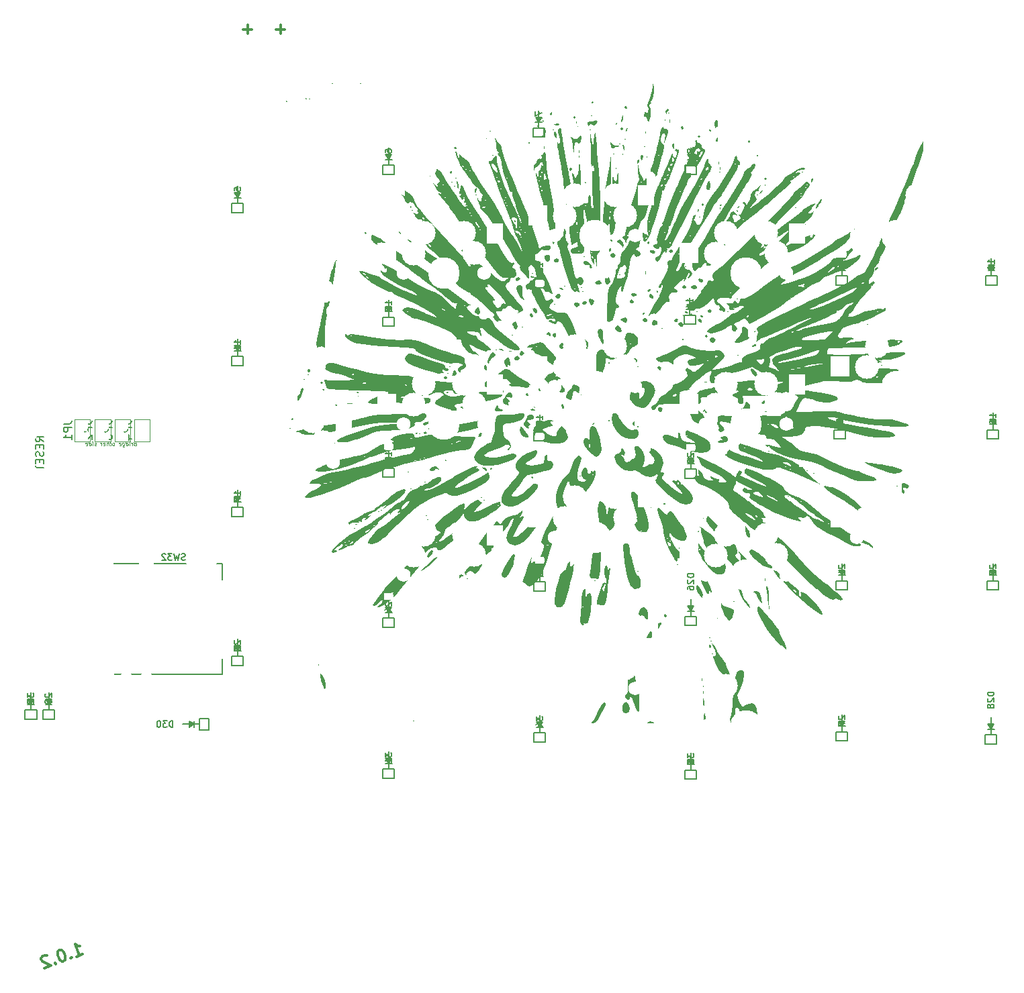
<source format=gbo>
G04 #@! TF.GenerationSoftware,KiCad,Pcbnew,7.0.5.1-1-g8f565ef7f0-dirty-deb11*
G04 #@! TF.CreationDate,2023-08-11T08:52:31+00:00*
G04 #@! TF.ProjectId,hakea-fillets,68616b65-612d-4666-996c-6c6574732e6b,1.0.2*
G04 #@! TF.SameCoordinates,Original*
G04 #@! TF.FileFunction,Legend,Bot*
G04 #@! TF.FilePolarity,Positive*
%FSLAX46Y46*%
G04 Gerber Fmt 4.6, Leading zero omitted, Abs format (unit mm)*
G04 Created by KiCad (PCBNEW 7.0.5.1-1-g8f565ef7f0-dirty-deb11) date 2023-08-11 08:52:31*
%MOMM*%
%LPD*%
G01*
G04 APERTURE LIST*
%ADD10C,0.100000*%
%ADD11C,0.300000*%
%ADD12C,0.150000*%
%ADD13C,0.152400*%
%ADD14C,0.200000*%
%ADD15C,0.160000*%
%ADD16C,0.120000*%
%ADD17C,1.750000*%
%ADD18C,3.000000*%
%ADD19C,3.987800*%
%ADD20R,2.350000X2.500000*%
%ADD21R,2.150000X2.500000*%
%ADD22O,1.000000X2.200000*%
%ADD23O,1.000000X1.800000*%
%ADD24R,2.000000X2.000000*%
%ADD25C,2.000000*%
%ADD26R,2.000000X3.200000*%
%ADD27R,1.700000X1.700000*%
%ADD28O,1.700000X1.700000*%
%ADD29C,3.500000*%
%ADD30C,1.500000*%
%ADD31C,1.600000*%
%ADD32R,0.700000X1.524000*%
%ADD33O,1.200000X1.750000*%
G04 APERTURE END LIST*
D10*
X103870941Y-78602604D02*
X103802489Y-78626414D01*
X103802489Y-78626414D02*
X103781656Y-78650223D01*
X103781656Y-78650223D02*
X103763798Y-78697842D01*
X103763798Y-78697842D02*
X103772727Y-78769271D01*
X103772727Y-78769271D02*
X103802489Y-78816890D01*
X103802489Y-78816890D02*
X103829275Y-78840700D01*
X103829275Y-78840700D02*
X103879870Y-78864509D01*
X103879870Y-78864509D02*
X104070346Y-78864509D01*
X104070346Y-78864509D02*
X104007846Y-78364509D01*
X104007846Y-78364509D02*
X103841179Y-78364509D01*
X103841179Y-78364509D02*
X103796537Y-78388319D01*
X103796537Y-78388319D02*
X103775703Y-78412128D01*
X103775703Y-78412128D02*
X103757846Y-78459747D01*
X103757846Y-78459747D02*
X103763798Y-78507366D01*
X103763798Y-78507366D02*
X103793560Y-78554985D01*
X103793560Y-78554985D02*
X103820346Y-78578795D01*
X103820346Y-78578795D02*
X103870941Y-78602604D01*
X103870941Y-78602604D02*
X104037608Y-78602604D01*
X103570346Y-78864509D02*
X103528679Y-78531176D01*
X103540584Y-78626414D02*
X103510822Y-78578795D01*
X103510822Y-78578795D02*
X103484037Y-78554985D01*
X103484037Y-78554985D02*
X103433441Y-78531176D01*
X103433441Y-78531176D02*
X103385822Y-78531176D01*
X103260822Y-78864509D02*
X103219155Y-78531176D01*
X103198322Y-78364509D02*
X103225108Y-78388319D01*
X103225108Y-78388319D02*
X103204274Y-78412128D01*
X103204274Y-78412128D02*
X103177489Y-78388319D01*
X103177489Y-78388319D02*
X103198322Y-78364509D01*
X103198322Y-78364509D02*
X103204274Y-78412128D01*
X102808441Y-78864509D02*
X102745941Y-78364509D01*
X102805465Y-78840700D02*
X102856060Y-78864509D01*
X102856060Y-78864509D02*
X102951299Y-78864509D01*
X102951299Y-78864509D02*
X102995941Y-78840700D01*
X102995941Y-78840700D02*
X103016775Y-78816890D01*
X103016775Y-78816890D02*
X103034632Y-78769271D01*
X103034632Y-78769271D02*
X103016775Y-78626414D01*
X103016775Y-78626414D02*
X102987013Y-78578795D01*
X102987013Y-78578795D02*
X102960227Y-78554985D01*
X102960227Y-78554985D02*
X102909632Y-78531176D01*
X102909632Y-78531176D02*
X102814394Y-78531176D01*
X102814394Y-78531176D02*
X102769751Y-78554985D01*
X102314394Y-78531176D02*
X102364989Y-78935938D01*
X102364989Y-78935938D02*
X102394751Y-78983557D01*
X102394751Y-78983557D02*
X102421537Y-79007366D01*
X102421537Y-79007366D02*
X102472132Y-79031176D01*
X102472132Y-79031176D02*
X102543560Y-79031176D01*
X102543560Y-79031176D02*
X102588203Y-79007366D01*
X102353084Y-78840700D02*
X102403679Y-78864509D01*
X102403679Y-78864509D02*
X102498918Y-78864509D01*
X102498918Y-78864509D02*
X102543560Y-78840700D01*
X102543560Y-78840700D02*
X102564394Y-78816890D01*
X102564394Y-78816890D02*
X102582251Y-78769271D01*
X102582251Y-78769271D02*
X102564394Y-78626414D01*
X102564394Y-78626414D02*
X102534632Y-78578795D01*
X102534632Y-78578795D02*
X102507846Y-78554985D01*
X102507846Y-78554985D02*
X102457251Y-78531176D01*
X102457251Y-78531176D02*
X102362013Y-78531176D01*
X102362013Y-78531176D02*
X102317370Y-78554985D01*
X101924513Y-78840700D02*
X101975108Y-78864509D01*
X101975108Y-78864509D02*
X102070346Y-78864509D01*
X102070346Y-78864509D02*
X102114989Y-78840700D01*
X102114989Y-78840700D02*
X102132846Y-78793080D01*
X102132846Y-78793080D02*
X102109037Y-78602604D01*
X102109037Y-78602604D02*
X102079275Y-78554985D01*
X102079275Y-78554985D02*
X102028679Y-78531176D01*
X102028679Y-78531176D02*
X101933441Y-78531176D01*
X101933441Y-78531176D02*
X101888798Y-78554985D01*
X101888798Y-78554985D02*
X101870941Y-78602604D01*
X101870941Y-78602604D02*
X101876894Y-78650223D01*
X101876894Y-78650223D02*
X102120941Y-78697842D01*
X101237014Y-78864509D02*
X101281656Y-78840700D01*
X101281656Y-78840700D02*
X101302490Y-78816890D01*
X101302490Y-78816890D02*
X101320347Y-78769271D01*
X101320347Y-78769271D02*
X101302490Y-78626414D01*
X101302490Y-78626414D02*
X101272728Y-78578795D01*
X101272728Y-78578795D02*
X101245942Y-78554985D01*
X101245942Y-78554985D02*
X101195347Y-78531176D01*
X101195347Y-78531176D02*
X101123918Y-78531176D01*
X101123918Y-78531176D02*
X101079275Y-78554985D01*
X101079275Y-78554985D02*
X101058442Y-78578795D01*
X101058442Y-78578795D02*
X101040585Y-78626414D01*
X101040585Y-78626414D02*
X101058442Y-78769271D01*
X101058442Y-78769271D02*
X101088204Y-78816890D01*
X101088204Y-78816890D02*
X101114990Y-78840700D01*
X101114990Y-78840700D02*
X101165585Y-78864509D01*
X101165585Y-78864509D02*
X101237014Y-78864509D01*
X100885823Y-78531176D02*
X100695347Y-78531176D01*
X100793561Y-78364509D02*
X100847133Y-78793080D01*
X100847133Y-78793080D02*
X100829275Y-78840700D01*
X100829275Y-78840700D02*
X100784633Y-78864509D01*
X100784633Y-78864509D02*
X100737013Y-78864509D01*
X100570347Y-78864509D02*
X100507847Y-78364509D01*
X100356061Y-78864509D02*
X100323323Y-78602604D01*
X100323323Y-78602604D02*
X100341180Y-78554985D01*
X100341180Y-78554985D02*
X100385823Y-78531176D01*
X100385823Y-78531176D02*
X100457252Y-78531176D01*
X100457252Y-78531176D02*
X100507847Y-78554985D01*
X100507847Y-78554985D02*
X100534633Y-78578795D01*
X99924514Y-78840700D02*
X99975109Y-78864509D01*
X99975109Y-78864509D02*
X100070347Y-78864509D01*
X100070347Y-78864509D02*
X100114990Y-78840700D01*
X100114990Y-78840700D02*
X100132847Y-78793080D01*
X100132847Y-78793080D02*
X100109038Y-78602604D01*
X100109038Y-78602604D02*
X100079276Y-78554985D01*
X100079276Y-78554985D02*
X100028680Y-78531176D01*
X100028680Y-78531176D02*
X99933442Y-78531176D01*
X99933442Y-78531176D02*
X99888799Y-78554985D01*
X99888799Y-78554985D02*
X99870942Y-78602604D01*
X99870942Y-78602604D02*
X99876895Y-78650223D01*
X99876895Y-78650223D02*
X100120942Y-78697842D01*
X99689395Y-78864509D02*
X99647728Y-78531176D01*
X99659633Y-78626414D02*
X99629871Y-78578795D01*
X99629871Y-78578795D02*
X99603086Y-78554985D01*
X99603086Y-78554985D02*
X99552490Y-78531176D01*
X99552490Y-78531176D02*
X99504871Y-78531176D01*
X99019752Y-78840700D02*
X98975110Y-78864509D01*
X98975110Y-78864509D02*
X98879871Y-78864509D01*
X98879871Y-78864509D02*
X98829276Y-78840700D01*
X98829276Y-78840700D02*
X98799514Y-78793080D01*
X98799514Y-78793080D02*
X98796538Y-78769271D01*
X98796538Y-78769271D02*
X98814395Y-78721652D01*
X98814395Y-78721652D02*
X98859038Y-78697842D01*
X98859038Y-78697842D02*
X98930467Y-78697842D01*
X98930467Y-78697842D02*
X98975110Y-78674033D01*
X98975110Y-78674033D02*
X98992967Y-78626414D01*
X98992967Y-78626414D02*
X98989991Y-78602604D01*
X98989991Y-78602604D02*
X98960229Y-78554985D01*
X98960229Y-78554985D02*
X98909633Y-78531176D01*
X98909633Y-78531176D02*
X98838205Y-78531176D01*
X98838205Y-78531176D02*
X98793562Y-78554985D01*
X98594157Y-78864509D02*
X98552490Y-78531176D01*
X98531657Y-78364509D02*
X98558443Y-78388319D01*
X98558443Y-78388319D02*
X98537609Y-78412128D01*
X98537609Y-78412128D02*
X98510824Y-78388319D01*
X98510824Y-78388319D02*
X98531657Y-78364509D01*
X98531657Y-78364509D02*
X98537609Y-78412128D01*
X98141776Y-78864509D02*
X98079276Y-78364509D01*
X98138800Y-78840700D02*
X98189395Y-78864509D01*
X98189395Y-78864509D02*
X98284634Y-78864509D01*
X98284634Y-78864509D02*
X98329276Y-78840700D01*
X98329276Y-78840700D02*
X98350110Y-78816890D01*
X98350110Y-78816890D02*
X98367967Y-78769271D01*
X98367967Y-78769271D02*
X98350110Y-78626414D01*
X98350110Y-78626414D02*
X98320348Y-78578795D01*
X98320348Y-78578795D02*
X98293562Y-78554985D01*
X98293562Y-78554985D02*
X98242967Y-78531176D01*
X98242967Y-78531176D02*
X98147729Y-78531176D01*
X98147729Y-78531176D02*
X98103086Y-78554985D01*
X97710229Y-78840700D02*
X97760824Y-78864509D01*
X97760824Y-78864509D02*
X97856062Y-78864509D01*
X97856062Y-78864509D02*
X97900705Y-78840700D01*
X97900705Y-78840700D02*
X97918562Y-78793080D01*
X97918562Y-78793080D02*
X97894753Y-78602604D01*
X97894753Y-78602604D02*
X97864991Y-78554985D01*
X97864991Y-78554985D02*
X97814395Y-78531176D01*
X97814395Y-78531176D02*
X97719157Y-78531176D01*
X97719157Y-78531176D02*
X97674514Y-78554985D01*
X97674514Y-78554985D02*
X97656657Y-78602604D01*
X97656657Y-78602604D02*
X97662610Y-78650223D01*
X97662610Y-78650223D02*
X97906657Y-78697842D01*
D11*
X96508702Y-143357900D02*
X97314153Y-143064740D01*
X96911428Y-143211320D02*
X96398398Y-141801781D01*
X96398398Y-141801781D02*
X96605929Y-141954284D01*
X96605929Y-141954284D02*
X96789031Y-142039665D01*
X96789031Y-142039665D02*
X96947703Y-142057926D01*
X95855755Y-143443528D02*
X95813064Y-143535079D01*
X95813064Y-143535079D02*
X95904615Y-143577770D01*
X95904615Y-143577770D02*
X95947306Y-143486219D01*
X95947306Y-143486219D02*
X95855755Y-143443528D01*
X95855755Y-143443528D02*
X95904615Y-143577770D01*
X94451892Y-142510251D02*
X94317650Y-142559111D01*
X94317650Y-142559111D02*
X94207838Y-142675092D01*
X94207838Y-142675092D02*
X94165147Y-142766643D01*
X94165147Y-142766643D02*
X94146886Y-142925315D01*
X94146886Y-142925315D02*
X94177485Y-143218228D01*
X94177485Y-143218228D02*
X94299635Y-143553833D01*
X94299635Y-143553833D02*
X94464476Y-143797887D01*
X94464476Y-143797887D02*
X94580457Y-143907698D01*
X94580457Y-143907698D02*
X94672008Y-143950389D01*
X94672008Y-143950389D02*
X94830680Y-143968650D01*
X94830680Y-143968650D02*
X94964922Y-143919790D01*
X94964922Y-143919790D02*
X95074734Y-143803809D01*
X95074734Y-143803809D02*
X95117424Y-143712258D01*
X95117424Y-143712258D02*
X95135685Y-143553586D01*
X95135685Y-143553586D02*
X95105086Y-143260673D01*
X95105086Y-143260673D02*
X94982936Y-142925068D01*
X94982936Y-142925068D02*
X94818095Y-142681015D01*
X94818095Y-142681015D02*
X94702114Y-142571203D01*
X94702114Y-142571203D02*
X94610563Y-142528512D01*
X94610563Y-142528512D02*
X94451892Y-142510251D01*
X93842128Y-144176428D02*
X93799437Y-144267979D01*
X93799437Y-144267979D02*
X93890988Y-144310670D01*
X93890988Y-144310670D02*
X93933679Y-144219119D01*
X93933679Y-144219119D02*
X93842128Y-144176428D01*
X93842128Y-144176428D02*
X93890988Y-144310670D01*
X92822729Y-143255243D02*
X92731178Y-143212552D01*
X92731178Y-143212552D02*
X92572506Y-143194291D01*
X92572506Y-143194291D02*
X92236902Y-143316441D01*
X92236902Y-143316441D02*
X92127090Y-143432422D01*
X92127090Y-143432422D02*
X92084399Y-143523973D01*
X92084399Y-143523973D02*
X92066138Y-143682645D01*
X92066138Y-143682645D02*
X92114998Y-143816887D01*
X92114998Y-143816887D02*
X92255409Y-143993820D01*
X92255409Y-143993820D02*
X93354020Y-144506110D01*
X93354020Y-144506110D02*
X92481449Y-144823700D01*
X117524542Y-26338500D02*
X118667400Y-26338500D01*
X118095971Y-26909928D02*
X118095971Y-25767071D01*
X121667399Y-26338500D02*
X122810257Y-26338500D01*
X122238828Y-26909928D02*
X122238828Y-25767071D01*
D12*
X92382819Y-78369218D02*
X91906628Y-78035885D01*
X92382819Y-77797790D02*
X91382819Y-77797790D01*
X91382819Y-77797790D02*
X91382819Y-78178742D01*
X91382819Y-78178742D02*
X91430438Y-78273980D01*
X91430438Y-78273980D02*
X91478057Y-78321599D01*
X91478057Y-78321599D02*
X91573295Y-78369218D01*
X91573295Y-78369218D02*
X91716152Y-78369218D01*
X91716152Y-78369218D02*
X91811390Y-78321599D01*
X91811390Y-78321599D02*
X91859009Y-78273980D01*
X91859009Y-78273980D02*
X91906628Y-78178742D01*
X91906628Y-78178742D02*
X91906628Y-77797790D01*
X91859009Y-78797790D02*
X91859009Y-79131123D01*
X92382819Y-79273980D02*
X92382819Y-78797790D01*
X92382819Y-78797790D02*
X91382819Y-78797790D01*
X91382819Y-78797790D02*
X91382819Y-79273980D01*
X92335200Y-79654933D02*
X92382819Y-79797790D01*
X92382819Y-79797790D02*
X92382819Y-80035885D01*
X92382819Y-80035885D02*
X92335200Y-80131123D01*
X92335200Y-80131123D02*
X92287580Y-80178742D01*
X92287580Y-80178742D02*
X92192342Y-80226361D01*
X92192342Y-80226361D02*
X92097104Y-80226361D01*
X92097104Y-80226361D02*
X92001866Y-80178742D01*
X92001866Y-80178742D02*
X91954247Y-80131123D01*
X91954247Y-80131123D02*
X91906628Y-80035885D01*
X91906628Y-80035885D02*
X91859009Y-79845409D01*
X91859009Y-79845409D02*
X91811390Y-79750171D01*
X91811390Y-79750171D02*
X91763771Y-79702552D01*
X91763771Y-79702552D02*
X91668533Y-79654933D01*
X91668533Y-79654933D02*
X91573295Y-79654933D01*
X91573295Y-79654933D02*
X91478057Y-79702552D01*
X91478057Y-79702552D02*
X91430438Y-79750171D01*
X91430438Y-79750171D02*
X91382819Y-79845409D01*
X91382819Y-79845409D02*
X91382819Y-80083504D01*
X91382819Y-80083504D02*
X91430438Y-80226361D01*
X91859009Y-80654933D02*
X91859009Y-80988266D01*
X92382819Y-81131123D02*
X92382819Y-80654933D01*
X92382819Y-80654933D02*
X91382819Y-80654933D01*
X91382819Y-80654933D02*
X91382819Y-81131123D01*
X91382819Y-81416838D02*
X91382819Y-81988266D01*
X92382819Y-81702552D02*
X91382819Y-81702552D01*
D13*
X193408091Y-54649786D02*
X192595291Y-54649786D01*
X192595291Y-54649786D02*
X192595291Y-54843310D01*
X192595291Y-54843310D02*
X192633996Y-54959424D01*
X192633996Y-54959424D02*
X192711406Y-55036834D01*
X192711406Y-55036834D02*
X192788815Y-55075539D01*
X192788815Y-55075539D02*
X192943634Y-55114243D01*
X192943634Y-55114243D02*
X193059748Y-55114243D01*
X193059748Y-55114243D02*
X193214567Y-55075539D01*
X193214567Y-55075539D02*
X193291977Y-55036834D01*
X193291977Y-55036834D02*
X193369387Y-54959424D01*
X193369387Y-54959424D02*
X193408091Y-54843310D01*
X193408091Y-54843310D02*
X193408091Y-54649786D01*
X193408091Y-55501291D02*
X193408091Y-55656110D01*
X193408091Y-55656110D02*
X193369387Y-55733520D01*
X193369387Y-55733520D02*
X193330682Y-55772224D01*
X193330682Y-55772224D02*
X193214567Y-55849634D01*
X193214567Y-55849634D02*
X193059748Y-55888339D01*
X193059748Y-55888339D02*
X192750110Y-55888339D01*
X192750110Y-55888339D02*
X192672701Y-55849634D01*
X192672701Y-55849634D02*
X192633996Y-55810929D01*
X192633996Y-55810929D02*
X192595291Y-55733520D01*
X192595291Y-55733520D02*
X192595291Y-55578701D01*
X192595291Y-55578701D02*
X192633996Y-55501291D01*
X192633996Y-55501291D02*
X192672701Y-55462586D01*
X192672701Y-55462586D02*
X192750110Y-55423882D01*
X192750110Y-55423882D02*
X192943634Y-55423882D01*
X192943634Y-55423882D02*
X193021044Y-55462586D01*
X193021044Y-55462586D02*
X193059748Y-55501291D01*
X193059748Y-55501291D02*
X193098453Y-55578701D01*
X193098453Y-55578701D02*
X193098453Y-55733520D01*
X193098453Y-55733520D02*
X193059748Y-55810929D01*
X193059748Y-55810929D02*
X193021044Y-55849634D01*
X193021044Y-55849634D02*
X192943634Y-55888339D01*
X193408091Y-93131786D02*
X192595291Y-93131786D01*
X192595291Y-93131786D02*
X192595291Y-93325310D01*
X192595291Y-93325310D02*
X192633996Y-93441424D01*
X192633996Y-93441424D02*
X192711406Y-93518834D01*
X192711406Y-93518834D02*
X192788815Y-93557539D01*
X192788815Y-93557539D02*
X192943634Y-93596243D01*
X192943634Y-93596243D02*
X193059748Y-93596243D01*
X193059748Y-93596243D02*
X193214567Y-93557539D01*
X193214567Y-93557539D02*
X193291977Y-93518834D01*
X193291977Y-93518834D02*
X193369387Y-93441424D01*
X193369387Y-93441424D02*
X193408091Y-93325310D01*
X193408091Y-93325310D02*
X193408091Y-93131786D01*
X192672701Y-93905882D02*
X192633996Y-93944586D01*
X192633996Y-93944586D02*
X192595291Y-94021996D01*
X192595291Y-94021996D02*
X192595291Y-94215520D01*
X192595291Y-94215520D02*
X192633996Y-94292929D01*
X192633996Y-94292929D02*
X192672701Y-94331634D01*
X192672701Y-94331634D02*
X192750110Y-94370339D01*
X192750110Y-94370339D02*
X192827520Y-94370339D01*
X192827520Y-94370339D02*
X192943634Y-94331634D01*
X192943634Y-94331634D02*
X193408091Y-93867177D01*
X193408091Y-93867177D02*
X193408091Y-94370339D01*
X193408091Y-95144434D02*
X193408091Y-94679977D01*
X193408091Y-94912205D02*
X192595291Y-94912205D01*
X192595291Y-94912205D02*
X192711406Y-94834796D01*
X192711406Y-94834796D02*
X192788815Y-94757386D01*
X192788815Y-94757386D02*
X192827520Y-94679977D01*
X212458091Y-93131786D02*
X211645291Y-93131786D01*
X211645291Y-93131786D02*
X211645291Y-93325310D01*
X211645291Y-93325310D02*
X211683996Y-93441424D01*
X211683996Y-93441424D02*
X211761406Y-93518834D01*
X211761406Y-93518834D02*
X211838815Y-93557539D01*
X211838815Y-93557539D02*
X211993634Y-93596243D01*
X211993634Y-93596243D02*
X212109748Y-93596243D01*
X212109748Y-93596243D02*
X212264567Y-93557539D01*
X212264567Y-93557539D02*
X212341977Y-93518834D01*
X212341977Y-93518834D02*
X212419387Y-93441424D01*
X212419387Y-93441424D02*
X212458091Y-93325310D01*
X212458091Y-93325310D02*
X212458091Y-93131786D01*
X211722701Y-93905882D02*
X211683996Y-93944586D01*
X211683996Y-93944586D02*
X211645291Y-94021996D01*
X211645291Y-94021996D02*
X211645291Y-94215520D01*
X211645291Y-94215520D02*
X211683996Y-94292929D01*
X211683996Y-94292929D02*
X211722701Y-94331634D01*
X211722701Y-94331634D02*
X211800110Y-94370339D01*
X211800110Y-94370339D02*
X211877520Y-94370339D01*
X211877520Y-94370339D02*
X211993634Y-94331634D01*
X211993634Y-94331634D02*
X212458091Y-93867177D01*
X212458091Y-93867177D02*
X212458091Y-94370339D01*
X211722701Y-94679977D02*
X211683996Y-94718681D01*
X211683996Y-94718681D02*
X211645291Y-94796091D01*
X211645291Y-94796091D02*
X211645291Y-94989615D01*
X211645291Y-94989615D02*
X211683996Y-95067024D01*
X211683996Y-95067024D02*
X211722701Y-95105729D01*
X211722701Y-95105729D02*
X211800110Y-95144434D01*
X211800110Y-95144434D02*
X211877520Y-95144434D01*
X211877520Y-95144434D02*
X211993634Y-95105729D01*
X211993634Y-95105729D02*
X212458091Y-94641272D01*
X212458091Y-94641272D02*
X212458091Y-95144434D01*
X212458091Y-74081786D02*
X211645291Y-74081786D01*
X211645291Y-74081786D02*
X211645291Y-74275310D01*
X211645291Y-74275310D02*
X211683996Y-74391424D01*
X211683996Y-74391424D02*
X211761406Y-74468834D01*
X211761406Y-74468834D02*
X211838815Y-74507539D01*
X211838815Y-74507539D02*
X211993634Y-74546243D01*
X211993634Y-74546243D02*
X212109748Y-74546243D01*
X212109748Y-74546243D02*
X212264567Y-74507539D01*
X212264567Y-74507539D02*
X212341977Y-74468834D01*
X212341977Y-74468834D02*
X212419387Y-74391424D01*
X212419387Y-74391424D02*
X212458091Y-74275310D01*
X212458091Y-74275310D02*
X212458091Y-74081786D01*
X212458091Y-75320339D02*
X212458091Y-74855882D01*
X212458091Y-75088110D02*
X211645291Y-75088110D01*
X211645291Y-75088110D02*
X211761406Y-75010701D01*
X211761406Y-75010701D02*
X211838815Y-74933291D01*
X211838815Y-74933291D02*
X211877520Y-74855882D01*
X211645291Y-76017024D02*
X211645291Y-75862205D01*
X211645291Y-75862205D02*
X211683996Y-75784796D01*
X211683996Y-75784796D02*
X211722701Y-75746091D01*
X211722701Y-75746091D02*
X211838815Y-75668681D01*
X211838815Y-75668681D02*
X211993634Y-75629977D01*
X211993634Y-75629977D02*
X212303272Y-75629977D01*
X212303272Y-75629977D02*
X212380682Y-75668681D01*
X212380682Y-75668681D02*
X212419387Y-75707386D01*
X212419387Y-75707386D02*
X212458091Y-75784796D01*
X212458091Y-75784796D02*
X212458091Y-75939615D01*
X212458091Y-75939615D02*
X212419387Y-76017024D01*
X212419387Y-76017024D02*
X212380682Y-76055729D01*
X212380682Y-76055729D02*
X212303272Y-76094434D01*
X212303272Y-76094434D02*
X212109748Y-76094434D01*
X212109748Y-76094434D02*
X212032339Y-76055729D01*
X212032339Y-76055729D02*
X211993634Y-76017024D01*
X211993634Y-76017024D02*
X211954929Y-75939615D01*
X211954929Y-75939615D02*
X211954929Y-75784796D01*
X211954929Y-75784796D02*
X211993634Y-75707386D01*
X211993634Y-75707386D02*
X212032339Y-75668681D01*
X212032339Y-75668681D02*
X212109748Y-75629977D01*
X193408091Y-112181786D02*
X192595291Y-112181786D01*
X192595291Y-112181786D02*
X192595291Y-112375310D01*
X192595291Y-112375310D02*
X192633996Y-112491424D01*
X192633996Y-112491424D02*
X192711406Y-112568834D01*
X192711406Y-112568834D02*
X192788815Y-112607539D01*
X192788815Y-112607539D02*
X192943634Y-112646243D01*
X192943634Y-112646243D02*
X193059748Y-112646243D01*
X193059748Y-112646243D02*
X193214567Y-112607539D01*
X193214567Y-112607539D02*
X193291977Y-112568834D01*
X193291977Y-112568834D02*
X193369387Y-112491424D01*
X193369387Y-112491424D02*
X193408091Y-112375310D01*
X193408091Y-112375310D02*
X193408091Y-112181786D01*
X192672701Y-112955882D02*
X192633996Y-112994586D01*
X192633996Y-112994586D02*
X192595291Y-113071996D01*
X192595291Y-113071996D02*
X192595291Y-113265520D01*
X192595291Y-113265520D02*
X192633996Y-113342929D01*
X192633996Y-113342929D02*
X192672701Y-113381634D01*
X192672701Y-113381634D02*
X192750110Y-113420339D01*
X192750110Y-113420339D02*
X192827520Y-113420339D01*
X192827520Y-113420339D02*
X192943634Y-113381634D01*
X192943634Y-113381634D02*
X193408091Y-112917177D01*
X193408091Y-112917177D02*
X193408091Y-113420339D01*
X192595291Y-113691272D02*
X192595291Y-114233138D01*
X192595291Y-114233138D02*
X193408091Y-113884796D01*
X136258091Y-59857786D02*
X135445291Y-59857786D01*
X135445291Y-59857786D02*
X135445291Y-60051310D01*
X135445291Y-60051310D02*
X135483996Y-60167424D01*
X135483996Y-60167424D02*
X135561406Y-60244834D01*
X135561406Y-60244834D02*
X135638815Y-60283539D01*
X135638815Y-60283539D02*
X135793634Y-60322243D01*
X135793634Y-60322243D02*
X135909748Y-60322243D01*
X135909748Y-60322243D02*
X136064567Y-60283539D01*
X136064567Y-60283539D02*
X136141977Y-60244834D01*
X136141977Y-60244834D02*
X136219387Y-60167424D01*
X136219387Y-60167424D02*
X136258091Y-60051310D01*
X136258091Y-60051310D02*
X136258091Y-59857786D01*
X136258091Y-61096339D02*
X136258091Y-60631882D01*
X136258091Y-60864110D02*
X135445291Y-60864110D01*
X135445291Y-60864110D02*
X135561406Y-60786701D01*
X135561406Y-60786701D02*
X135638815Y-60709291D01*
X135638815Y-60709291D02*
X135677520Y-60631882D01*
X135522701Y-61405977D02*
X135483996Y-61444681D01*
X135483996Y-61444681D02*
X135445291Y-61522091D01*
X135445291Y-61522091D02*
X135445291Y-61715615D01*
X135445291Y-61715615D02*
X135483996Y-61793024D01*
X135483996Y-61793024D02*
X135522701Y-61831729D01*
X135522701Y-61831729D02*
X135600110Y-61870434D01*
X135600110Y-61870434D02*
X135677520Y-61870434D01*
X135677520Y-61870434D02*
X135793634Y-61831729D01*
X135793634Y-61831729D02*
X136258091Y-61367272D01*
X136258091Y-61367272D02*
X136258091Y-61870434D01*
D12*
X99991419Y-76128666D02*
X100705704Y-76128666D01*
X100705704Y-76128666D02*
X100848561Y-76081047D01*
X100848561Y-76081047D02*
X100943800Y-75985809D01*
X100943800Y-75985809D02*
X100991419Y-75842952D01*
X100991419Y-75842952D02*
X100991419Y-75747714D01*
X100991419Y-76604857D02*
X99991419Y-76604857D01*
X99991419Y-76604857D02*
X99991419Y-76985809D01*
X99991419Y-76985809D02*
X100039038Y-77081047D01*
X100039038Y-77081047D02*
X100086657Y-77128666D01*
X100086657Y-77128666D02*
X100181895Y-77176285D01*
X100181895Y-77176285D02*
X100324752Y-77176285D01*
X100324752Y-77176285D02*
X100419990Y-77128666D01*
X100419990Y-77128666D02*
X100467609Y-77081047D01*
X100467609Y-77081047D02*
X100515228Y-76985809D01*
X100515228Y-76985809D02*
X100515228Y-76604857D01*
X99991419Y-77509619D02*
X99991419Y-78128666D01*
X99991419Y-78128666D02*
X100372371Y-77795333D01*
X100372371Y-77795333D02*
X100372371Y-77938190D01*
X100372371Y-77938190D02*
X100419990Y-78033428D01*
X100419990Y-78033428D02*
X100467609Y-78081047D01*
X100467609Y-78081047D02*
X100562847Y-78128666D01*
X100562847Y-78128666D02*
X100800942Y-78128666D01*
X100800942Y-78128666D02*
X100896180Y-78081047D01*
X100896180Y-78081047D02*
X100943800Y-78033428D01*
X100943800Y-78033428D02*
X100991419Y-77938190D01*
X100991419Y-77938190D02*
X100991419Y-77652476D01*
X100991419Y-77652476D02*
X100943800Y-77557238D01*
X100943800Y-77557238D02*
X100896180Y-77509619D01*
D13*
X117208091Y-83859786D02*
X116395291Y-83859786D01*
X116395291Y-83859786D02*
X116395291Y-84053310D01*
X116395291Y-84053310D02*
X116433996Y-84169424D01*
X116433996Y-84169424D02*
X116511406Y-84246834D01*
X116511406Y-84246834D02*
X116588815Y-84285539D01*
X116588815Y-84285539D02*
X116743634Y-84324243D01*
X116743634Y-84324243D02*
X116859748Y-84324243D01*
X116859748Y-84324243D02*
X117014567Y-84285539D01*
X117014567Y-84285539D02*
X117091977Y-84246834D01*
X117091977Y-84246834D02*
X117169387Y-84169424D01*
X117169387Y-84169424D02*
X117208091Y-84053310D01*
X117208091Y-84053310D02*
X117208091Y-83859786D01*
X117208091Y-85098339D02*
X117208091Y-84633882D01*
X117208091Y-84866110D02*
X116395291Y-84866110D01*
X116395291Y-84866110D02*
X116511406Y-84788701D01*
X116511406Y-84788701D02*
X116588815Y-84711291D01*
X116588815Y-84711291D02*
X116627520Y-84633882D01*
X116395291Y-85369272D02*
X116395291Y-85911138D01*
X116395291Y-85911138D02*
X117208091Y-85562796D01*
X155308091Y-93257786D02*
X154495291Y-93257786D01*
X154495291Y-93257786D02*
X154495291Y-93451310D01*
X154495291Y-93451310D02*
X154533996Y-93567424D01*
X154533996Y-93567424D02*
X154611406Y-93644834D01*
X154611406Y-93644834D02*
X154688815Y-93683539D01*
X154688815Y-93683539D02*
X154843634Y-93722243D01*
X154843634Y-93722243D02*
X154959748Y-93722243D01*
X154959748Y-93722243D02*
X155114567Y-93683539D01*
X155114567Y-93683539D02*
X155191977Y-93644834D01*
X155191977Y-93644834D02*
X155269387Y-93567424D01*
X155269387Y-93567424D02*
X155308091Y-93451310D01*
X155308091Y-93451310D02*
X155308091Y-93257786D01*
X154572701Y-94031882D02*
X154533996Y-94070586D01*
X154533996Y-94070586D02*
X154495291Y-94147996D01*
X154495291Y-94147996D02*
X154495291Y-94341520D01*
X154495291Y-94341520D02*
X154533996Y-94418929D01*
X154533996Y-94418929D02*
X154572701Y-94457634D01*
X154572701Y-94457634D02*
X154650110Y-94496339D01*
X154650110Y-94496339D02*
X154727520Y-94496339D01*
X154727520Y-94496339D02*
X154843634Y-94457634D01*
X154843634Y-94457634D02*
X155308091Y-93993177D01*
X155308091Y-93993177D02*
X155308091Y-94496339D01*
X154495291Y-95231729D02*
X154495291Y-94844681D01*
X154495291Y-94844681D02*
X154882339Y-94805977D01*
X154882339Y-94805977D02*
X154843634Y-94844681D01*
X154843634Y-94844681D02*
X154804929Y-94922091D01*
X154804929Y-94922091D02*
X154804929Y-95115615D01*
X154804929Y-95115615D02*
X154843634Y-95193024D01*
X154843634Y-95193024D02*
X154882339Y-95231729D01*
X154882339Y-95231729D02*
X154959748Y-95270434D01*
X154959748Y-95270434D02*
X155153272Y-95270434D01*
X155153272Y-95270434D02*
X155230682Y-95231729D01*
X155230682Y-95231729D02*
X155269387Y-95193024D01*
X155269387Y-95193024D02*
X155308091Y-95115615D01*
X155308091Y-95115615D02*
X155308091Y-94922091D01*
X155308091Y-94922091D02*
X155269387Y-94844681D01*
X155269387Y-94844681D02*
X155230682Y-94805977D01*
X117208091Y-64809786D02*
X116395291Y-64809786D01*
X116395291Y-64809786D02*
X116395291Y-65003310D01*
X116395291Y-65003310D02*
X116433996Y-65119424D01*
X116433996Y-65119424D02*
X116511406Y-65196834D01*
X116511406Y-65196834D02*
X116588815Y-65235539D01*
X116588815Y-65235539D02*
X116743634Y-65274243D01*
X116743634Y-65274243D02*
X116859748Y-65274243D01*
X116859748Y-65274243D02*
X117014567Y-65235539D01*
X117014567Y-65235539D02*
X117091977Y-65196834D01*
X117091977Y-65196834D02*
X117169387Y-65119424D01*
X117169387Y-65119424D02*
X117208091Y-65003310D01*
X117208091Y-65003310D02*
X117208091Y-64809786D01*
X117208091Y-66048339D02*
X117208091Y-65583882D01*
X117208091Y-65816110D02*
X116395291Y-65816110D01*
X116395291Y-65816110D02*
X116511406Y-65738701D01*
X116511406Y-65738701D02*
X116588815Y-65661291D01*
X116588815Y-65661291D02*
X116627520Y-65583882D01*
X117208091Y-66822434D02*
X117208091Y-66357977D01*
X117208091Y-66590205D02*
X116395291Y-66590205D01*
X116395291Y-66590205D02*
X116511406Y-66512796D01*
X116511406Y-66512796D02*
X116588815Y-66435386D01*
X116588815Y-66435386D02*
X116627520Y-66357977D01*
X174358091Y-79033786D02*
X173545291Y-79033786D01*
X173545291Y-79033786D02*
X173545291Y-79227310D01*
X173545291Y-79227310D02*
X173583996Y-79343424D01*
X173583996Y-79343424D02*
X173661406Y-79420834D01*
X173661406Y-79420834D02*
X173738815Y-79459539D01*
X173738815Y-79459539D02*
X173893634Y-79498243D01*
X173893634Y-79498243D02*
X174009748Y-79498243D01*
X174009748Y-79498243D02*
X174164567Y-79459539D01*
X174164567Y-79459539D02*
X174241977Y-79420834D01*
X174241977Y-79420834D02*
X174319387Y-79343424D01*
X174319387Y-79343424D02*
X174358091Y-79227310D01*
X174358091Y-79227310D02*
X174358091Y-79033786D01*
X173622701Y-79807882D02*
X173583996Y-79846586D01*
X173583996Y-79846586D02*
X173545291Y-79923996D01*
X173545291Y-79923996D02*
X173545291Y-80117520D01*
X173545291Y-80117520D02*
X173583996Y-80194929D01*
X173583996Y-80194929D02*
X173622701Y-80233634D01*
X173622701Y-80233634D02*
X173700110Y-80272339D01*
X173700110Y-80272339D02*
X173777520Y-80272339D01*
X173777520Y-80272339D02*
X173893634Y-80233634D01*
X173893634Y-80233634D02*
X174358091Y-79769177D01*
X174358091Y-79769177D02*
X174358091Y-80272339D01*
X173545291Y-80775500D02*
X173545291Y-80852910D01*
X173545291Y-80852910D02*
X173583996Y-80930319D01*
X173583996Y-80930319D02*
X173622701Y-80969024D01*
X173622701Y-80969024D02*
X173700110Y-81007729D01*
X173700110Y-81007729D02*
X173854929Y-81046434D01*
X173854929Y-81046434D02*
X174048453Y-81046434D01*
X174048453Y-81046434D02*
X174203272Y-81007729D01*
X174203272Y-81007729D02*
X174280682Y-80969024D01*
X174280682Y-80969024D02*
X174319387Y-80930319D01*
X174319387Y-80930319D02*
X174358091Y-80852910D01*
X174358091Y-80852910D02*
X174358091Y-80775500D01*
X174358091Y-80775500D02*
X174319387Y-80698091D01*
X174319387Y-80698091D02*
X174280682Y-80659386D01*
X174280682Y-80659386D02*
X174203272Y-80620681D01*
X174203272Y-80620681D02*
X174048453Y-80581977D01*
X174048453Y-80581977D02*
X173854929Y-80581977D01*
X173854929Y-80581977D02*
X173700110Y-80620681D01*
X173700110Y-80620681D02*
X173622701Y-80659386D01*
X173622701Y-80659386D02*
X173583996Y-80698091D01*
X173583996Y-80698091D02*
X173545291Y-80775500D01*
X155308091Y-112307786D02*
X154495291Y-112307786D01*
X154495291Y-112307786D02*
X154495291Y-112501310D01*
X154495291Y-112501310D02*
X154533996Y-112617424D01*
X154533996Y-112617424D02*
X154611406Y-112694834D01*
X154611406Y-112694834D02*
X154688815Y-112733539D01*
X154688815Y-112733539D02*
X154843634Y-112772243D01*
X154843634Y-112772243D02*
X154959748Y-112772243D01*
X154959748Y-112772243D02*
X155114567Y-112733539D01*
X155114567Y-112733539D02*
X155191977Y-112694834D01*
X155191977Y-112694834D02*
X155269387Y-112617424D01*
X155269387Y-112617424D02*
X155308091Y-112501310D01*
X155308091Y-112501310D02*
X155308091Y-112307786D01*
X154495291Y-113043177D02*
X154495291Y-113546339D01*
X154495291Y-113546339D02*
X154804929Y-113275405D01*
X154804929Y-113275405D02*
X154804929Y-113391520D01*
X154804929Y-113391520D02*
X154843634Y-113468929D01*
X154843634Y-113468929D02*
X154882339Y-113507634D01*
X154882339Y-113507634D02*
X154959748Y-113546339D01*
X154959748Y-113546339D02*
X155153272Y-113546339D01*
X155153272Y-113546339D02*
X155230682Y-113507634D01*
X155230682Y-113507634D02*
X155269387Y-113468929D01*
X155269387Y-113468929D02*
X155308091Y-113391520D01*
X155308091Y-113391520D02*
X155308091Y-113159291D01*
X155308091Y-113159291D02*
X155269387Y-113081882D01*
X155269387Y-113081882D02*
X155230682Y-113043177D01*
X154766225Y-114243024D02*
X155308091Y-114243024D01*
X154456587Y-114049500D02*
X155037158Y-113855977D01*
X155037158Y-113855977D02*
X155037158Y-114359138D01*
D14*
X110221077Y-93300800D02*
X110106791Y-93338895D01*
X110106791Y-93338895D02*
X109916315Y-93338895D01*
X109916315Y-93338895D02*
X109840124Y-93300800D01*
X109840124Y-93300800D02*
X109802029Y-93262704D01*
X109802029Y-93262704D02*
X109763934Y-93186514D01*
X109763934Y-93186514D02*
X109763934Y-93110323D01*
X109763934Y-93110323D02*
X109802029Y-93034133D01*
X109802029Y-93034133D02*
X109840124Y-92996038D01*
X109840124Y-92996038D02*
X109916315Y-92957942D01*
X109916315Y-92957942D02*
X110068696Y-92919847D01*
X110068696Y-92919847D02*
X110144886Y-92881752D01*
X110144886Y-92881752D02*
X110182981Y-92843657D01*
X110182981Y-92843657D02*
X110221077Y-92767466D01*
X110221077Y-92767466D02*
X110221077Y-92691276D01*
X110221077Y-92691276D02*
X110182981Y-92615085D01*
X110182981Y-92615085D02*
X110144886Y-92576990D01*
X110144886Y-92576990D02*
X110068696Y-92538895D01*
X110068696Y-92538895D02*
X109878219Y-92538895D01*
X109878219Y-92538895D02*
X109763934Y-92576990D01*
X109497267Y-92538895D02*
X109306791Y-93338895D01*
X109306791Y-93338895D02*
X109154410Y-92767466D01*
X109154410Y-92767466D02*
X109002029Y-93338895D01*
X109002029Y-93338895D02*
X108811553Y-92538895D01*
X108582981Y-92538895D02*
X108087743Y-92538895D01*
X108087743Y-92538895D02*
X108354409Y-92843657D01*
X108354409Y-92843657D02*
X108240124Y-92843657D01*
X108240124Y-92843657D02*
X108163933Y-92881752D01*
X108163933Y-92881752D02*
X108125838Y-92919847D01*
X108125838Y-92919847D02*
X108087743Y-92996038D01*
X108087743Y-92996038D02*
X108087743Y-93186514D01*
X108087743Y-93186514D02*
X108125838Y-93262704D01*
X108125838Y-93262704D02*
X108163933Y-93300800D01*
X108163933Y-93300800D02*
X108240124Y-93338895D01*
X108240124Y-93338895D02*
X108468695Y-93338895D01*
X108468695Y-93338895D02*
X108544886Y-93300800D01*
X108544886Y-93300800D02*
X108582981Y-93262704D01*
X107782981Y-92615085D02*
X107744885Y-92576990D01*
X107744885Y-92576990D02*
X107668695Y-92538895D01*
X107668695Y-92538895D02*
X107478219Y-92538895D01*
X107478219Y-92538895D02*
X107402028Y-92576990D01*
X107402028Y-92576990D02*
X107363933Y-92615085D01*
X107363933Y-92615085D02*
X107325838Y-92691276D01*
X107325838Y-92691276D02*
X107325838Y-92767466D01*
X107325838Y-92767466D02*
X107363933Y-92881752D01*
X107363933Y-92881752D02*
X107821076Y-93338895D01*
X107821076Y-93338895D02*
X107325838Y-93338895D01*
D13*
X136258091Y-97829786D02*
X135445291Y-97829786D01*
X135445291Y-97829786D02*
X135445291Y-98023310D01*
X135445291Y-98023310D02*
X135483996Y-98139424D01*
X135483996Y-98139424D02*
X135561406Y-98216834D01*
X135561406Y-98216834D02*
X135638815Y-98255539D01*
X135638815Y-98255539D02*
X135793634Y-98294243D01*
X135793634Y-98294243D02*
X135909748Y-98294243D01*
X135909748Y-98294243D02*
X136064567Y-98255539D01*
X136064567Y-98255539D02*
X136141977Y-98216834D01*
X136141977Y-98216834D02*
X136219387Y-98139424D01*
X136219387Y-98139424D02*
X136258091Y-98023310D01*
X136258091Y-98023310D02*
X136258091Y-97829786D01*
X135522701Y-98603882D02*
X135483996Y-98642586D01*
X135483996Y-98642586D02*
X135445291Y-98719996D01*
X135445291Y-98719996D02*
X135445291Y-98913520D01*
X135445291Y-98913520D02*
X135483996Y-98990929D01*
X135483996Y-98990929D02*
X135522701Y-99029634D01*
X135522701Y-99029634D02*
X135600110Y-99068339D01*
X135600110Y-99068339D02*
X135677520Y-99068339D01*
X135677520Y-99068339D02*
X135793634Y-99029634D01*
X135793634Y-99029634D02*
X136258091Y-98565177D01*
X136258091Y-98565177D02*
X136258091Y-99068339D01*
X135716225Y-99765024D02*
X136258091Y-99765024D01*
X135406587Y-99571500D02*
X135987158Y-99377977D01*
X135987158Y-99377977D02*
X135987158Y-99881138D01*
X155308091Y-74335786D02*
X154495291Y-74335786D01*
X154495291Y-74335786D02*
X154495291Y-74529310D01*
X154495291Y-74529310D02*
X154533996Y-74645424D01*
X154533996Y-74645424D02*
X154611406Y-74722834D01*
X154611406Y-74722834D02*
X154688815Y-74761539D01*
X154688815Y-74761539D02*
X154843634Y-74800243D01*
X154843634Y-74800243D02*
X154959748Y-74800243D01*
X154959748Y-74800243D02*
X155114567Y-74761539D01*
X155114567Y-74761539D02*
X155191977Y-74722834D01*
X155191977Y-74722834D02*
X155269387Y-74645424D01*
X155269387Y-74645424D02*
X155308091Y-74529310D01*
X155308091Y-74529310D02*
X155308091Y-74335786D01*
X155308091Y-75574339D02*
X155308091Y-75109882D01*
X155308091Y-75342110D02*
X154495291Y-75342110D01*
X154495291Y-75342110D02*
X154611406Y-75264701D01*
X154611406Y-75264701D02*
X154688815Y-75187291D01*
X154688815Y-75187291D02*
X154727520Y-75109882D01*
X155308091Y-75961386D02*
X155308091Y-76116205D01*
X155308091Y-76116205D02*
X155269387Y-76193615D01*
X155269387Y-76193615D02*
X155230682Y-76232319D01*
X155230682Y-76232319D02*
X155114567Y-76309729D01*
X155114567Y-76309729D02*
X154959748Y-76348434D01*
X154959748Y-76348434D02*
X154650110Y-76348434D01*
X154650110Y-76348434D02*
X154572701Y-76309729D01*
X154572701Y-76309729D02*
X154533996Y-76271024D01*
X154533996Y-76271024D02*
X154495291Y-76193615D01*
X154495291Y-76193615D02*
X154495291Y-76038796D01*
X154495291Y-76038796D02*
X154533996Y-75961386D01*
X154533996Y-75961386D02*
X154572701Y-75922681D01*
X154572701Y-75922681D02*
X154650110Y-75883977D01*
X154650110Y-75883977D02*
X154843634Y-75883977D01*
X154843634Y-75883977D02*
X154921044Y-75922681D01*
X154921044Y-75922681D02*
X154959748Y-75961386D01*
X154959748Y-75961386D02*
X154998453Y-76038796D01*
X154998453Y-76038796D02*
X154998453Y-76193615D01*
X154998453Y-76193615D02*
X154959748Y-76271024D01*
X154959748Y-76271024D02*
X154921044Y-76309729D01*
X154921044Y-76309729D02*
X154843634Y-76348434D01*
X93408291Y-109412186D02*
X92595491Y-109412186D01*
X92595491Y-109412186D02*
X92595491Y-109605710D01*
X92595491Y-109605710D02*
X92634196Y-109721824D01*
X92634196Y-109721824D02*
X92711606Y-109799234D01*
X92711606Y-109799234D02*
X92789015Y-109837939D01*
X92789015Y-109837939D02*
X92943834Y-109876643D01*
X92943834Y-109876643D02*
X93059948Y-109876643D01*
X93059948Y-109876643D02*
X93214767Y-109837939D01*
X93214767Y-109837939D02*
X93292177Y-109799234D01*
X93292177Y-109799234D02*
X93369587Y-109721824D01*
X93369587Y-109721824D02*
X93408291Y-109605710D01*
X93408291Y-109605710D02*
X93408291Y-109412186D01*
X92672901Y-110186282D02*
X92634196Y-110224986D01*
X92634196Y-110224986D02*
X92595491Y-110302396D01*
X92595491Y-110302396D02*
X92595491Y-110495920D01*
X92595491Y-110495920D02*
X92634196Y-110573329D01*
X92634196Y-110573329D02*
X92672901Y-110612034D01*
X92672901Y-110612034D02*
X92750310Y-110650739D01*
X92750310Y-110650739D02*
X92827720Y-110650739D01*
X92827720Y-110650739D02*
X92943834Y-110612034D01*
X92943834Y-110612034D02*
X93408291Y-110147577D01*
X93408291Y-110147577D02*
X93408291Y-110650739D01*
X93408291Y-111037786D02*
X93408291Y-111192605D01*
X93408291Y-111192605D02*
X93369587Y-111270015D01*
X93369587Y-111270015D02*
X93330882Y-111308719D01*
X93330882Y-111308719D02*
X93214767Y-111386129D01*
X93214767Y-111386129D02*
X93059948Y-111424834D01*
X93059948Y-111424834D02*
X92750310Y-111424834D01*
X92750310Y-111424834D02*
X92672901Y-111386129D01*
X92672901Y-111386129D02*
X92634196Y-111347424D01*
X92634196Y-111347424D02*
X92595491Y-111270015D01*
X92595491Y-111270015D02*
X92595491Y-111115196D01*
X92595491Y-111115196D02*
X92634196Y-111037786D01*
X92634196Y-111037786D02*
X92672901Y-110999081D01*
X92672901Y-110999081D02*
X92750310Y-110960377D01*
X92750310Y-110960377D02*
X92943834Y-110960377D01*
X92943834Y-110960377D02*
X93021244Y-110999081D01*
X93021244Y-110999081D02*
X93059948Y-111037786D01*
X93059948Y-111037786D02*
X93098653Y-111115196D01*
X93098653Y-111115196D02*
X93098653Y-111270015D01*
X93098653Y-111270015D02*
X93059948Y-111347424D01*
X93059948Y-111347424D02*
X93021244Y-111386129D01*
X93021244Y-111386129D02*
X92943834Y-111424834D01*
D12*
X102455219Y-76128666D02*
X103169504Y-76128666D01*
X103169504Y-76128666D02*
X103312361Y-76081047D01*
X103312361Y-76081047D02*
X103407600Y-75985809D01*
X103407600Y-75985809D02*
X103455219Y-75842952D01*
X103455219Y-75842952D02*
X103455219Y-75747714D01*
X103455219Y-76604857D02*
X102455219Y-76604857D01*
X102455219Y-76604857D02*
X102455219Y-76985809D01*
X102455219Y-76985809D02*
X102502838Y-77081047D01*
X102502838Y-77081047D02*
X102550457Y-77128666D01*
X102550457Y-77128666D02*
X102645695Y-77176285D01*
X102645695Y-77176285D02*
X102788552Y-77176285D01*
X102788552Y-77176285D02*
X102883790Y-77128666D01*
X102883790Y-77128666D02*
X102931409Y-77081047D01*
X102931409Y-77081047D02*
X102979028Y-76985809D01*
X102979028Y-76985809D02*
X102979028Y-76604857D01*
X102788552Y-78033428D02*
X103455219Y-78033428D01*
X102407600Y-77795333D02*
X103121885Y-77557238D01*
X103121885Y-77557238D02*
X103121885Y-78176285D01*
D13*
X91147691Y-109412186D02*
X90334891Y-109412186D01*
X90334891Y-109412186D02*
X90334891Y-109605710D01*
X90334891Y-109605710D02*
X90373596Y-109721824D01*
X90373596Y-109721824D02*
X90451006Y-109799234D01*
X90451006Y-109799234D02*
X90528415Y-109837939D01*
X90528415Y-109837939D02*
X90683234Y-109876643D01*
X90683234Y-109876643D02*
X90799348Y-109876643D01*
X90799348Y-109876643D02*
X90954167Y-109837939D01*
X90954167Y-109837939D02*
X91031577Y-109799234D01*
X91031577Y-109799234D02*
X91108987Y-109721824D01*
X91108987Y-109721824D02*
X91147691Y-109605710D01*
X91147691Y-109605710D02*
X91147691Y-109412186D01*
X90334891Y-110147577D02*
X90334891Y-110650739D01*
X90334891Y-110650739D02*
X90644529Y-110379805D01*
X90644529Y-110379805D02*
X90644529Y-110495920D01*
X90644529Y-110495920D02*
X90683234Y-110573329D01*
X90683234Y-110573329D02*
X90721939Y-110612034D01*
X90721939Y-110612034D02*
X90799348Y-110650739D01*
X90799348Y-110650739D02*
X90992872Y-110650739D01*
X90992872Y-110650739D02*
X91070282Y-110612034D01*
X91070282Y-110612034D02*
X91108987Y-110573329D01*
X91108987Y-110573329D02*
X91147691Y-110495920D01*
X91147691Y-110495920D02*
X91147691Y-110263691D01*
X91147691Y-110263691D02*
X91108987Y-110186282D01*
X91108987Y-110186282D02*
X91070282Y-110147577D01*
X90412301Y-110960377D02*
X90373596Y-110999081D01*
X90373596Y-110999081D02*
X90334891Y-111076491D01*
X90334891Y-111076491D02*
X90334891Y-111270015D01*
X90334891Y-111270015D02*
X90373596Y-111347424D01*
X90373596Y-111347424D02*
X90412301Y-111386129D01*
X90412301Y-111386129D02*
X90489710Y-111424834D01*
X90489710Y-111424834D02*
X90567120Y-111424834D01*
X90567120Y-111424834D02*
X90683234Y-111386129D01*
X90683234Y-111386129D02*
X91147691Y-110921672D01*
X91147691Y-110921672D02*
X91147691Y-111424834D01*
X108672213Y-114414091D02*
X108672213Y-113601291D01*
X108672213Y-113601291D02*
X108478689Y-113601291D01*
X108478689Y-113601291D02*
X108362575Y-113639996D01*
X108362575Y-113639996D02*
X108285165Y-113717406D01*
X108285165Y-113717406D02*
X108246460Y-113794815D01*
X108246460Y-113794815D02*
X108207756Y-113949634D01*
X108207756Y-113949634D02*
X108207756Y-114065748D01*
X108207756Y-114065748D02*
X108246460Y-114220567D01*
X108246460Y-114220567D02*
X108285165Y-114297977D01*
X108285165Y-114297977D02*
X108362575Y-114375387D01*
X108362575Y-114375387D02*
X108478689Y-114414091D01*
X108478689Y-114414091D02*
X108672213Y-114414091D01*
X107936822Y-113601291D02*
X107433660Y-113601291D01*
X107433660Y-113601291D02*
X107704594Y-113910929D01*
X107704594Y-113910929D02*
X107588479Y-113910929D01*
X107588479Y-113910929D02*
X107511070Y-113949634D01*
X107511070Y-113949634D02*
X107472365Y-113988339D01*
X107472365Y-113988339D02*
X107433660Y-114065748D01*
X107433660Y-114065748D02*
X107433660Y-114259272D01*
X107433660Y-114259272D02*
X107472365Y-114336682D01*
X107472365Y-114336682D02*
X107511070Y-114375387D01*
X107511070Y-114375387D02*
X107588479Y-114414091D01*
X107588479Y-114414091D02*
X107820708Y-114414091D01*
X107820708Y-114414091D02*
X107898117Y-114375387D01*
X107898117Y-114375387D02*
X107936822Y-114336682D01*
X106930499Y-113601291D02*
X106853089Y-113601291D01*
X106853089Y-113601291D02*
X106775680Y-113639996D01*
X106775680Y-113639996D02*
X106736975Y-113678701D01*
X106736975Y-113678701D02*
X106698270Y-113756110D01*
X106698270Y-113756110D02*
X106659565Y-113910929D01*
X106659565Y-113910929D02*
X106659565Y-114104453D01*
X106659565Y-114104453D02*
X106698270Y-114259272D01*
X106698270Y-114259272D02*
X106736975Y-114336682D01*
X106736975Y-114336682D02*
X106775680Y-114375387D01*
X106775680Y-114375387D02*
X106853089Y-114414091D01*
X106853089Y-114414091D02*
X106930499Y-114414091D01*
X106930499Y-114414091D02*
X107007908Y-114375387D01*
X107007908Y-114375387D02*
X107046613Y-114336682D01*
X107046613Y-114336682D02*
X107085318Y-114259272D01*
X107085318Y-114259272D02*
X107124022Y-114104453D01*
X107124022Y-114104453D02*
X107124022Y-113910929D01*
X107124022Y-113910929D02*
X107085318Y-113756110D01*
X107085318Y-113756110D02*
X107046613Y-113678701D01*
X107046613Y-113678701D02*
X107007908Y-113639996D01*
X107007908Y-113639996D02*
X106930499Y-113601291D01*
X174358091Y-40679786D02*
X173545291Y-40679786D01*
X173545291Y-40679786D02*
X173545291Y-40873310D01*
X173545291Y-40873310D02*
X173583996Y-40989424D01*
X173583996Y-40989424D02*
X173661406Y-41066834D01*
X173661406Y-41066834D02*
X173738815Y-41105539D01*
X173738815Y-41105539D02*
X173893634Y-41144243D01*
X173893634Y-41144243D02*
X174009748Y-41144243D01*
X174009748Y-41144243D02*
X174164567Y-41105539D01*
X174164567Y-41105539D02*
X174241977Y-41066834D01*
X174241977Y-41066834D02*
X174319387Y-40989424D01*
X174319387Y-40989424D02*
X174358091Y-40873310D01*
X174358091Y-40873310D02*
X174358091Y-40679786D01*
X173893634Y-41608701D02*
X173854929Y-41531291D01*
X173854929Y-41531291D02*
X173816225Y-41492586D01*
X173816225Y-41492586D02*
X173738815Y-41453882D01*
X173738815Y-41453882D02*
X173700110Y-41453882D01*
X173700110Y-41453882D02*
X173622701Y-41492586D01*
X173622701Y-41492586D02*
X173583996Y-41531291D01*
X173583996Y-41531291D02*
X173545291Y-41608701D01*
X173545291Y-41608701D02*
X173545291Y-41763520D01*
X173545291Y-41763520D02*
X173583996Y-41840929D01*
X173583996Y-41840929D02*
X173622701Y-41879634D01*
X173622701Y-41879634D02*
X173700110Y-41918339D01*
X173700110Y-41918339D02*
X173738815Y-41918339D01*
X173738815Y-41918339D02*
X173816225Y-41879634D01*
X173816225Y-41879634D02*
X173854929Y-41840929D01*
X173854929Y-41840929D02*
X173893634Y-41763520D01*
X173893634Y-41763520D02*
X173893634Y-41608701D01*
X173893634Y-41608701D02*
X173932339Y-41531291D01*
X173932339Y-41531291D02*
X173971044Y-41492586D01*
X173971044Y-41492586D02*
X174048453Y-41453882D01*
X174048453Y-41453882D02*
X174203272Y-41453882D01*
X174203272Y-41453882D02*
X174280682Y-41492586D01*
X174280682Y-41492586D02*
X174319387Y-41531291D01*
X174319387Y-41531291D02*
X174358091Y-41608701D01*
X174358091Y-41608701D02*
X174358091Y-41763520D01*
X174358091Y-41763520D02*
X174319387Y-41840929D01*
X174319387Y-41840929D02*
X174280682Y-41879634D01*
X174280682Y-41879634D02*
X174203272Y-41918339D01*
X174203272Y-41918339D02*
X174048453Y-41918339D01*
X174048453Y-41918339D02*
X173971044Y-41879634D01*
X173971044Y-41879634D02*
X173932339Y-41840929D01*
X173932339Y-41840929D02*
X173893634Y-41763520D01*
X117208091Y-45505786D02*
X116395291Y-45505786D01*
X116395291Y-45505786D02*
X116395291Y-45699310D01*
X116395291Y-45699310D02*
X116433996Y-45815424D01*
X116433996Y-45815424D02*
X116511406Y-45892834D01*
X116511406Y-45892834D02*
X116588815Y-45931539D01*
X116588815Y-45931539D02*
X116743634Y-45970243D01*
X116743634Y-45970243D02*
X116859748Y-45970243D01*
X116859748Y-45970243D02*
X117014567Y-45931539D01*
X117014567Y-45931539D02*
X117091977Y-45892834D01*
X117091977Y-45892834D02*
X117169387Y-45815424D01*
X117169387Y-45815424D02*
X117208091Y-45699310D01*
X117208091Y-45699310D02*
X117208091Y-45505786D01*
X116395291Y-46705634D02*
X116395291Y-46318586D01*
X116395291Y-46318586D02*
X116782339Y-46279882D01*
X116782339Y-46279882D02*
X116743634Y-46318586D01*
X116743634Y-46318586D02*
X116704929Y-46395996D01*
X116704929Y-46395996D02*
X116704929Y-46589520D01*
X116704929Y-46589520D02*
X116743634Y-46666929D01*
X116743634Y-46666929D02*
X116782339Y-46705634D01*
X116782339Y-46705634D02*
X116859748Y-46744339D01*
X116859748Y-46744339D02*
X117053272Y-46744339D01*
X117053272Y-46744339D02*
X117130682Y-46705634D01*
X117130682Y-46705634D02*
X117169387Y-46666929D01*
X117169387Y-46666929D02*
X117208091Y-46589520D01*
X117208091Y-46589520D02*
X117208091Y-46395996D01*
X117208091Y-46395996D02*
X117169387Y-46318586D01*
X117169387Y-46318586D02*
X117130682Y-46279882D01*
X193154091Y-74081786D02*
X192341291Y-74081786D01*
X192341291Y-74081786D02*
X192341291Y-74275310D01*
X192341291Y-74275310D02*
X192379996Y-74391424D01*
X192379996Y-74391424D02*
X192457406Y-74468834D01*
X192457406Y-74468834D02*
X192534815Y-74507539D01*
X192534815Y-74507539D02*
X192689634Y-74546243D01*
X192689634Y-74546243D02*
X192805748Y-74546243D01*
X192805748Y-74546243D02*
X192960567Y-74507539D01*
X192960567Y-74507539D02*
X193037977Y-74468834D01*
X193037977Y-74468834D02*
X193115387Y-74391424D01*
X193115387Y-74391424D02*
X193154091Y-74275310D01*
X193154091Y-74275310D02*
X193154091Y-74081786D01*
X193154091Y-75320339D02*
X193154091Y-74855882D01*
X193154091Y-75088110D02*
X192341291Y-75088110D01*
X192341291Y-75088110D02*
X192457406Y-75010701D01*
X192457406Y-75010701D02*
X192534815Y-74933291D01*
X192534815Y-74933291D02*
X192573520Y-74855882D01*
X192341291Y-76055729D02*
X192341291Y-75668681D01*
X192341291Y-75668681D02*
X192728339Y-75629977D01*
X192728339Y-75629977D02*
X192689634Y-75668681D01*
X192689634Y-75668681D02*
X192650929Y-75746091D01*
X192650929Y-75746091D02*
X192650929Y-75939615D01*
X192650929Y-75939615D02*
X192689634Y-76017024D01*
X192689634Y-76017024D02*
X192728339Y-76055729D01*
X192728339Y-76055729D02*
X192805748Y-76094434D01*
X192805748Y-76094434D02*
X192999272Y-76094434D01*
X192999272Y-76094434D02*
X193076682Y-76055729D01*
X193076682Y-76055729D02*
X193115387Y-76017024D01*
X193115387Y-76017024D02*
X193154091Y-75939615D01*
X193154091Y-75939615D02*
X193154091Y-75746091D01*
X193154091Y-75746091D02*
X193115387Y-75668681D01*
X193115387Y-75668681D02*
X193076682Y-75629977D01*
X155308091Y-55031786D02*
X154495291Y-55031786D01*
X154495291Y-55031786D02*
X154495291Y-55225310D01*
X154495291Y-55225310D02*
X154533996Y-55341424D01*
X154533996Y-55341424D02*
X154611406Y-55418834D01*
X154611406Y-55418834D02*
X154688815Y-55457539D01*
X154688815Y-55457539D02*
X154843634Y-55496243D01*
X154843634Y-55496243D02*
X154959748Y-55496243D01*
X154959748Y-55496243D02*
X155114567Y-55457539D01*
X155114567Y-55457539D02*
X155191977Y-55418834D01*
X155191977Y-55418834D02*
X155269387Y-55341424D01*
X155269387Y-55341424D02*
X155308091Y-55225310D01*
X155308091Y-55225310D02*
X155308091Y-55031786D01*
X155308091Y-56270339D02*
X155308091Y-55805882D01*
X155308091Y-56038110D02*
X154495291Y-56038110D01*
X154495291Y-56038110D02*
X154611406Y-55960701D01*
X154611406Y-55960701D02*
X154688815Y-55883291D01*
X154688815Y-55883291D02*
X154727520Y-55805882D01*
X154495291Y-56541272D02*
X154495291Y-57044434D01*
X154495291Y-57044434D02*
X154804929Y-56773500D01*
X154804929Y-56773500D02*
X154804929Y-56889615D01*
X154804929Y-56889615D02*
X154843634Y-56967024D01*
X154843634Y-56967024D02*
X154882339Y-57005729D01*
X154882339Y-57005729D02*
X154959748Y-57044434D01*
X154959748Y-57044434D02*
X155153272Y-57044434D01*
X155153272Y-57044434D02*
X155230682Y-57005729D01*
X155230682Y-57005729D02*
X155269387Y-56967024D01*
X155269387Y-56967024D02*
X155308091Y-56889615D01*
X155308091Y-56889615D02*
X155308091Y-56657386D01*
X155308091Y-56657386D02*
X155269387Y-56579977D01*
X155269387Y-56579977D02*
X155230682Y-56541272D01*
X174232091Y-59603786D02*
X173419291Y-59603786D01*
X173419291Y-59603786D02*
X173419291Y-59797310D01*
X173419291Y-59797310D02*
X173457996Y-59913424D01*
X173457996Y-59913424D02*
X173535406Y-59990834D01*
X173535406Y-59990834D02*
X173612815Y-60029539D01*
X173612815Y-60029539D02*
X173767634Y-60068243D01*
X173767634Y-60068243D02*
X173883748Y-60068243D01*
X173883748Y-60068243D02*
X174038567Y-60029539D01*
X174038567Y-60029539D02*
X174115977Y-59990834D01*
X174115977Y-59990834D02*
X174193387Y-59913424D01*
X174193387Y-59913424D02*
X174232091Y-59797310D01*
X174232091Y-59797310D02*
X174232091Y-59603786D01*
X174232091Y-60842339D02*
X174232091Y-60377882D01*
X174232091Y-60610110D02*
X173419291Y-60610110D01*
X173419291Y-60610110D02*
X173535406Y-60532701D01*
X173535406Y-60532701D02*
X173612815Y-60455291D01*
X173612815Y-60455291D02*
X173651520Y-60377882D01*
X173690225Y-61539024D02*
X174232091Y-61539024D01*
X173380587Y-61345500D02*
X173961158Y-61151977D01*
X173961158Y-61151977D02*
X173961158Y-61655138D01*
X136258091Y-116879786D02*
X135445291Y-116879786D01*
X135445291Y-116879786D02*
X135445291Y-117073310D01*
X135445291Y-117073310D02*
X135483996Y-117189424D01*
X135483996Y-117189424D02*
X135561406Y-117266834D01*
X135561406Y-117266834D02*
X135638815Y-117305539D01*
X135638815Y-117305539D02*
X135793634Y-117344243D01*
X135793634Y-117344243D02*
X135909748Y-117344243D01*
X135909748Y-117344243D02*
X136064567Y-117305539D01*
X136064567Y-117305539D02*
X136141977Y-117266834D01*
X136141977Y-117266834D02*
X136219387Y-117189424D01*
X136219387Y-117189424D02*
X136258091Y-117073310D01*
X136258091Y-117073310D02*
X136258091Y-116879786D01*
X135445291Y-117615177D02*
X135445291Y-118118339D01*
X135445291Y-118118339D02*
X135754929Y-117847405D01*
X135754929Y-117847405D02*
X135754929Y-117963520D01*
X135754929Y-117963520D02*
X135793634Y-118040929D01*
X135793634Y-118040929D02*
X135832339Y-118079634D01*
X135832339Y-118079634D02*
X135909748Y-118118339D01*
X135909748Y-118118339D02*
X136103272Y-118118339D01*
X136103272Y-118118339D02*
X136180682Y-118079634D01*
X136180682Y-118079634D02*
X136219387Y-118040929D01*
X136219387Y-118040929D02*
X136258091Y-117963520D01*
X136258091Y-117963520D02*
X136258091Y-117731291D01*
X136258091Y-117731291D02*
X136219387Y-117653882D01*
X136219387Y-117653882D02*
X136180682Y-117615177D01*
X136258091Y-118892434D02*
X136258091Y-118427977D01*
X136258091Y-118660205D02*
X135445291Y-118660205D01*
X135445291Y-118660205D02*
X135561406Y-118582796D01*
X135561406Y-118582796D02*
X135638815Y-118505386D01*
X135638815Y-118505386D02*
X135677520Y-118427977D01*
X136258091Y-78907786D02*
X135445291Y-78907786D01*
X135445291Y-78907786D02*
X135445291Y-79101310D01*
X135445291Y-79101310D02*
X135483996Y-79217424D01*
X135483996Y-79217424D02*
X135561406Y-79294834D01*
X135561406Y-79294834D02*
X135638815Y-79333539D01*
X135638815Y-79333539D02*
X135793634Y-79372243D01*
X135793634Y-79372243D02*
X135909748Y-79372243D01*
X135909748Y-79372243D02*
X136064567Y-79333539D01*
X136064567Y-79333539D02*
X136141977Y-79294834D01*
X136141977Y-79294834D02*
X136219387Y-79217424D01*
X136219387Y-79217424D02*
X136258091Y-79101310D01*
X136258091Y-79101310D02*
X136258091Y-78907786D01*
X136258091Y-80146339D02*
X136258091Y-79681882D01*
X136258091Y-79914110D02*
X135445291Y-79914110D01*
X135445291Y-79914110D02*
X135561406Y-79836701D01*
X135561406Y-79836701D02*
X135638815Y-79759291D01*
X135638815Y-79759291D02*
X135677520Y-79681882D01*
X135793634Y-80610796D02*
X135754929Y-80533386D01*
X135754929Y-80533386D02*
X135716225Y-80494681D01*
X135716225Y-80494681D02*
X135638815Y-80455977D01*
X135638815Y-80455977D02*
X135600110Y-80455977D01*
X135600110Y-80455977D02*
X135522701Y-80494681D01*
X135522701Y-80494681D02*
X135483996Y-80533386D01*
X135483996Y-80533386D02*
X135445291Y-80610796D01*
X135445291Y-80610796D02*
X135445291Y-80765615D01*
X135445291Y-80765615D02*
X135483996Y-80843024D01*
X135483996Y-80843024D02*
X135522701Y-80881729D01*
X135522701Y-80881729D02*
X135600110Y-80920434D01*
X135600110Y-80920434D02*
X135638815Y-80920434D01*
X135638815Y-80920434D02*
X135716225Y-80881729D01*
X135716225Y-80881729D02*
X135754929Y-80843024D01*
X135754929Y-80843024D02*
X135793634Y-80765615D01*
X135793634Y-80765615D02*
X135793634Y-80610796D01*
X135793634Y-80610796D02*
X135832339Y-80533386D01*
X135832339Y-80533386D02*
X135871044Y-80494681D01*
X135871044Y-80494681D02*
X135948453Y-80455977D01*
X135948453Y-80455977D02*
X136103272Y-80455977D01*
X136103272Y-80455977D02*
X136180682Y-80494681D01*
X136180682Y-80494681D02*
X136219387Y-80533386D01*
X136219387Y-80533386D02*
X136258091Y-80610796D01*
X136258091Y-80610796D02*
X136258091Y-80765615D01*
X136258091Y-80765615D02*
X136219387Y-80843024D01*
X136219387Y-80843024D02*
X136180682Y-80881729D01*
X136180682Y-80881729D02*
X136103272Y-80920434D01*
X136103272Y-80920434D02*
X135948453Y-80920434D01*
X135948453Y-80920434D02*
X135871044Y-80881729D01*
X135871044Y-80881729D02*
X135832339Y-80843024D01*
X135832339Y-80843024D02*
X135793634Y-80765615D01*
D12*
X94911419Y-76128666D02*
X95625704Y-76128666D01*
X95625704Y-76128666D02*
X95768561Y-76081047D01*
X95768561Y-76081047D02*
X95863800Y-75985809D01*
X95863800Y-75985809D02*
X95911419Y-75842952D01*
X95911419Y-75842952D02*
X95911419Y-75747714D01*
X95911419Y-76604857D02*
X94911419Y-76604857D01*
X94911419Y-76604857D02*
X94911419Y-76985809D01*
X94911419Y-76985809D02*
X94959038Y-77081047D01*
X94959038Y-77081047D02*
X95006657Y-77128666D01*
X95006657Y-77128666D02*
X95101895Y-77176285D01*
X95101895Y-77176285D02*
X95244752Y-77176285D01*
X95244752Y-77176285D02*
X95339990Y-77128666D01*
X95339990Y-77128666D02*
X95387609Y-77081047D01*
X95387609Y-77081047D02*
X95435228Y-76985809D01*
X95435228Y-76985809D02*
X95435228Y-76604857D01*
X95911419Y-78128666D02*
X95911419Y-77557238D01*
X95911419Y-77842952D02*
X94911419Y-77842952D01*
X94911419Y-77842952D02*
X95054276Y-77747714D01*
X95054276Y-77747714D02*
X95149514Y-77652476D01*
X95149514Y-77652476D02*
X95197133Y-77557238D01*
D13*
X117208091Y-102655786D02*
X116395291Y-102655786D01*
X116395291Y-102655786D02*
X116395291Y-102849310D01*
X116395291Y-102849310D02*
X116433996Y-102965424D01*
X116433996Y-102965424D02*
X116511406Y-103042834D01*
X116511406Y-103042834D02*
X116588815Y-103081539D01*
X116588815Y-103081539D02*
X116743634Y-103120243D01*
X116743634Y-103120243D02*
X116859748Y-103120243D01*
X116859748Y-103120243D02*
X117014567Y-103081539D01*
X117014567Y-103081539D02*
X117091977Y-103042834D01*
X117091977Y-103042834D02*
X117169387Y-102965424D01*
X117169387Y-102965424D02*
X117208091Y-102849310D01*
X117208091Y-102849310D02*
X117208091Y-102655786D01*
X116472701Y-103429882D02*
X116433996Y-103468586D01*
X116433996Y-103468586D02*
X116395291Y-103545996D01*
X116395291Y-103545996D02*
X116395291Y-103739520D01*
X116395291Y-103739520D02*
X116433996Y-103816929D01*
X116433996Y-103816929D02*
X116472701Y-103855634D01*
X116472701Y-103855634D02*
X116550110Y-103894339D01*
X116550110Y-103894339D02*
X116627520Y-103894339D01*
X116627520Y-103894339D02*
X116743634Y-103855634D01*
X116743634Y-103855634D02*
X117208091Y-103391177D01*
X117208091Y-103391177D02*
X117208091Y-103894339D01*
X116395291Y-104165272D02*
X116395291Y-104668434D01*
X116395291Y-104668434D02*
X116704929Y-104397500D01*
X116704929Y-104397500D02*
X116704929Y-104513615D01*
X116704929Y-104513615D02*
X116743634Y-104591024D01*
X116743634Y-104591024D02*
X116782339Y-104629729D01*
X116782339Y-104629729D02*
X116859748Y-104668434D01*
X116859748Y-104668434D02*
X117053272Y-104668434D01*
X117053272Y-104668434D02*
X117130682Y-104629729D01*
X117130682Y-104629729D02*
X117169387Y-104591024D01*
X117169387Y-104591024D02*
X117208091Y-104513615D01*
X117208091Y-104513615D02*
X117208091Y-104281386D01*
X117208091Y-104281386D02*
X117169387Y-104203977D01*
X117169387Y-104203977D02*
X117130682Y-104165272D01*
X212204091Y-110000270D02*
X211391291Y-110000270D01*
X211391291Y-110000270D02*
X211391291Y-110193794D01*
X211391291Y-110193794D02*
X211429996Y-110309908D01*
X211429996Y-110309908D02*
X211507406Y-110387318D01*
X211507406Y-110387318D02*
X211584815Y-110426023D01*
X211584815Y-110426023D02*
X211739634Y-110464727D01*
X211739634Y-110464727D02*
X211855748Y-110464727D01*
X211855748Y-110464727D02*
X212010567Y-110426023D01*
X212010567Y-110426023D02*
X212087977Y-110387318D01*
X212087977Y-110387318D02*
X212165387Y-110309908D01*
X212165387Y-110309908D02*
X212204091Y-110193794D01*
X212204091Y-110193794D02*
X212204091Y-110000270D01*
X211468701Y-110774366D02*
X211429996Y-110813070D01*
X211429996Y-110813070D02*
X211391291Y-110890480D01*
X211391291Y-110890480D02*
X211391291Y-111084004D01*
X211391291Y-111084004D02*
X211429996Y-111161413D01*
X211429996Y-111161413D02*
X211468701Y-111200118D01*
X211468701Y-111200118D02*
X211546110Y-111238823D01*
X211546110Y-111238823D02*
X211623520Y-111238823D01*
X211623520Y-111238823D02*
X211739634Y-111200118D01*
X211739634Y-111200118D02*
X212204091Y-110735661D01*
X212204091Y-110735661D02*
X212204091Y-111238823D01*
X211739634Y-111703280D02*
X211700929Y-111625870D01*
X211700929Y-111625870D02*
X211662225Y-111587165D01*
X211662225Y-111587165D02*
X211584815Y-111548461D01*
X211584815Y-111548461D02*
X211546110Y-111548461D01*
X211546110Y-111548461D02*
X211468701Y-111587165D01*
X211468701Y-111587165D02*
X211429996Y-111625870D01*
X211429996Y-111625870D02*
X211391291Y-111703280D01*
X211391291Y-111703280D02*
X211391291Y-111858099D01*
X211391291Y-111858099D02*
X211429996Y-111935508D01*
X211429996Y-111935508D02*
X211468701Y-111974213D01*
X211468701Y-111974213D02*
X211546110Y-112012918D01*
X211546110Y-112012918D02*
X211584815Y-112012918D01*
X211584815Y-112012918D02*
X211662225Y-111974213D01*
X211662225Y-111974213D02*
X211700929Y-111935508D01*
X211700929Y-111935508D02*
X211739634Y-111858099D01*
X211739634Y-111858099D02*
X211739634Y-111703280D01*
X211739634Y-111703280D02*
X211778339Y-111625870D01*
X211778339Y-111625870D02*
X211817044Y-111587165D01*
X211817044Y-111587165D02*
X211894453Y-111548461D01*
X211894453Y-111548461D02*
X212049272Y-111548461D01*
X212049272Y-111548461D02*
X212126682Y-111587165D01*
X212126682Y-111587165D02*
X212165387Y-111625870D01*
X212165387Y-111625870D02*
X212204091Y-111703280D01*
X212204091Y-111703280D02*
X212204091Y-111858099D01*
X212204091Y-111858099D02*
X212165387Y-111935508D01*
X212165387Y-111935508D02*
X212126682Y-111974213D01*
X212126682Y-111974213D02*
X212049272Y-112012918D01*
X212049272Y-112012918D02*
X211894453Y-112012918D01*
X211894453Y-112012918D02*
X211817044Y-111974213D01*
X211817044Y-111974213D02*
X211778339Y-111935508D01*
X211778339Y-111935508D02*
X211739634Y-111858099D01*
X155182091Y-35981786D02*
X154369291Y-35981786D01*
X154369291Y-35981786D02*
X154369291Y-36175310D01*
X154369291Y-36175310D02*
X154407996Y-36291424D01*
X154407996Y-36291424D02*
X154485406Y-36368834D01*
X154485406Y-36368834D02*
X154562815Y-36407539D01*
X154562815Y-36407539D02*
X154717634Y-36446243D01*
X154717634Y-36446243D02*
X154833748Y-36446243D01*
X154833748Y-36446243D02*
X154988567Y-36407539D01*
X154988567Y-36407539D02*
X155065977Y-36368834D01*
X155065977Y-36368834D02*
X155143387Y-36291424D01*
X155143387Y-36291424D02*
X155182091Y-36175310D01*
X155182091Y-36175310D02*
X155182091Y-35981786D01*
X154369291Y-36717177D02*
X154369291Y-37259043D01*
X154369291Y-37259043D02*
X155182091Y-36910701D01*
X136258091Y-40679786D02*
X135445291Y-40679786D01*
X135445291Y-40679786D02*
X135445291Y-40873310D01*
X135445291Y-40873310D02*
X135483996Y-40989424D01*
X135483996Y-40989424D02*
X135561406Y-41066834D01*
X135561406Y-41066834D02*
X135638815Y-41105539D01*
X135638815Y-41105539D02*
X135793634Y-41144243D01*
X135793634Y-41144243D02*
X135909748Y-41144243D01*
X135909748Y-41144243D02*
X136064567Y-41105539D01*
X136064567Y-41105539D02*
X136141977Y-41066834D01*
X136141977Y-41066834D02*
X136219387Y-40989424D01*
X136219387Y-40989424D02*
X136258091Y-40873310D01*
X136258091Y-40873310D02*
X136258091Y-40679786D01*
X135445291Y-41840929D02*
X135445291Y-41686110D01*
X135445291Y-41686110D02*
X135483996Y-41608701D01*
X135483996Y-41608701D02*
X135522701Y-41569996D01*
X135522701Y-41569996D02*
X135638815Y-41492586D01*
X135638815Y-41492586D02*
X135793634Y-41453882D01*
X135793634Y-41453882D02*
X136103272Y-41453882D01*
X136103272Y-41453882D02*
X136180682Y-41492586D01*
X136180682Y-41492586D02*
X136219387Y-41531291D01*
X136219387Y-41531291D02*
X136258091Y-41608701D01*
X136258091Y-41608701D02*
X136258091Y-41763520D01*
X136258091Y-41763520D02*
X136219387Y-41840929D01*
X136219387Y-41840929D02*
X136180682Y-41879634D01*
X136180682Y-41879634D02*
X136103272Y-41918339D01*
X136103272Y-41918339D02*
X135909748Y-41918339D01*
X135909748Y-41918339D02*
X135832339Y-41879634D01*
X135832339Y-41879634D02*
X135793634Y-41840929D01*
X135793634Y-41840929D02*
X135754929Y-41763520D01*
X135754929Y-41763520D02*
X135754929Y-41608701D01*
X135754929Y-41608701D02*
X135793634Y-41531291D01*
X135793634Y-41531291D02*
X135832339Y-41492586D01*
X135832339Y-41492586D02*
X135909748Y-41453882D01*
X174358091Y-95065070D02*
X173545291Y-95065070D01*
X173545291Y-95065070D02*
X173545291Y-95258594D01*
X173545291Y-95258594D02*
X173583996Y-95374708D01*
X173583996Y-95374708D02*
X173661406Y-95452118D01*
X173661406Y-95452118D02*
X173738815Y-95490823D01*
X173738815Y-95490823D02*
X173893634Y-95529527D01*
X173893634Y-95529527D02*
X174009748Y-95529527D01*
X174009748Y-95529527D02*
X174164567Y-95490823D01*
X174164567Y-95490823D02*
X174241977Y-95452118D01*
X174241977Y-95452118D02*
X174319387Y-95374708D01*
X174319387Y-95374708D02*
X174358091Y-95258594D01*
X174358091Y-95258594D02*
X174358091Y-95065070D01*
X173622701Y-95839166D02*
X173583996Y-95877870D01*
X173583996Y-95877870D02*
X173545291Y-95955280D01*
X173545291Y-95955280D02*
X173545291Y-96148804D01*
X173545291Y-96148804D02*
X173583996Y-96226213D01*
X173583996Y-96226213D02*
X173622701Y-96264918D01*
X173622701Y-96264918D02*
X173700110Y-96303623D01*
X173700110Y-96303623D02*
X173777520Y-96303623D01*
X173777520Y-96303623D02*
X173893634Y-96264918D01*
X173893634Y-96264918D02*
X174358091Y-95800461D01*
X174358091Y-95800461D02*
X174358091Y-96303623D01*
X173545291Y-97000308D02*
X173545291Y-96845489D01*
X173545291Y-96845489D02*
X173583996Y-96768080D01*
X173583996Y-96768080D02*
X173622701Y-96729375D01*
X173622701Y-96729375D02*
X173738815Y-96651965D01*
X173738815Y-96651965D02*
X173893634Y-96613261D01*
X173893634Y-96613261D02*
X174203272Y-96613261D01*
X174203272Y-96613261D02*
X174280682Y-96651965D01*
X174280682Y-96651965D02*
X174319387Y-96690670D01*
X174319387Y-96690670D02*
X174358091Y-96768080D01*
X174358091Y-96768080D02*
X174358091Y-96922899D01*
X174358091Y-96922899D02*
X174319387Y-97000308D01*
X174319387Y-97000308D02*
X174280682Y-97039013D01*
X174280682Y-97039013D02*
X174203272Y-97077718D01*
X174203272Y-97077718D02*
X174009748Y-97077718D01*
X174009748Y-97077718D02*
X173932339Y-97039013D01*
X173932339Y-97039013D02*
X173893634Y-97000308D01*
X173893634Y-97000308D02*
X173854929Y-96922899D01*
X173854929Y-96922899D02*
X173854929Y-96768080D01*
X173854929Y-96768080D02*
X173893634Y-96690670D01*
X173893634Y-96690670D02*
X173932339Y-96651965D01*
X173932339Y-96651965D02*
X174009748Y-96613261D01*
X174358091Y-117005786D02*
X173545291Y-117005786D01*
X173545291Y-117005786D02*
X173545291Y-117199310D01*
X173545291Y-117199310D02*
X173583996Y-117315424D01*
X173583996Y-117315424D02*
X173661406Y-117392834D01*
X173661406Y-117392834D02*
X173738815Y-117431539D01*
X173738815Y-117431539D02*
X173893634Y-117470243D01*
X173893634Y-117470243D02*
X174009748Y-117470243D01*
X174009748Y-117470243D02*
X174164567Y-117431539D01*
X174164567Y-117431539D02*
X174241977Y-117392834D01*
X174241977Y-117392834D02*
X174319387Y-117315424D01*
X174319387Y-117315424D02*
X174358091Y-117199310D01*
X174358091Y-117199310D02*
X174358091Y-117005786D01*
X173545291Y-117741177D02*
X173545291Y-118244339D01*
X173545291Y-118244339D02*
X173854929Y-117973405D01*
X173854929Y-117973405D02*
X173854929Y-118089520D01*
X173854929Y-118089520D02*
X173893634Y-118166929D01*
X173893634Y-118166929D02*
X173932339Y-118205634D01*
X173932339Y-118205634D02*
X174009748Y-118244339D01*
X174009748Y-118244339D02*
X174203272Y-118244339D01*
X174203272Y-118244339D02*
X174280682Y-118205634D01*
X174280682Y-118205634D02*
X174319387Y-118166929D01*
X174319387Y-118166929D02*
X174358091Y-118089520D01*
X174358091Y-118089520D02*
X174358091Y-117857291D01*
X174358091Y-117857291D02*
X174319387Y-117779882D01*
X174319387Y-117779882D02*
X174280682Y-117741177D01*
X173545291Y-118515272D02*
X173545291Y-119018434D01*
X173545291Y-119018434D02*
X173854929Y-118747500D01*
X173854929Y-118747500D02*
X173854929Y-118863615D01*
X173854929Y-118863615D02*
X173893634Y-118941024D01*
X173893634Y-118941024D02*
X173932339Y-118979729D01*
X173932339Y-118979729D02*
X174009748Y-119018434D01*
X174009748Y-119018434D02*
X174203272Y-119018434D01*
X174203272Y-119018434D02*
X174280682Y-118979729D01*
X174280682Y-118979729D02*
X174319387Y-118941024D01*
X174319387Y-118941024D02*
X174358091Y-118863615D01*
X174358091Y-118863615D02*
X174358091Y-118631386D01*
X174358091Y-118631386D02*
X174319387Y-118553977D01*
X174319387Y-118553977D02*
X174280682Y-118515272D01*
X212254891Y-54649786D02*
X211442091Y-54649786D01*
X211442091Y-54649786D02*
X211442091Y-54843310D01*
X211442091Y-54843310D02*
X211480796Y-54959424D01*
X211480796Y-54959424D02*
X211558206Y-55036834D01*
X211558206Y-55036834D02*
X211635615Y-55075539D01*
X211635615Y-55075539D02*
X211790434Y-55114243D01*
X211790434Y-55114243D02*
X211906548Y-55114243D01*
X211906548Y-55114243D02*
X212061367Y-55075539D01*
X212061367Y-55075539D02*
X212138777Y-55036834D01*
X212138777Y-55036834D02*
X212216187Y-54959424D01*
X212216187Y-54959424D02*
X212254891Y-54843310D01*
X212254891Y-54843310D02*
X212254891Y-54649786D01*
X212254891Y-55888339D02*
X212254891Y-55423882D01*
X212254891Y-55656110D02*
X211442091Y-55656110D01*
X211442091Y-55656110D02*
X211558206Y-55578701D01*
X211558206Y-55578701D02*
X211635615Y-55501291D01*
X211635615Y-55501291D02*
X211674320Y-55423882D01*
X211442091Y-56391500D02*
X211442091Y-56468910D01*
X211442091Y-56468910D02*
X211480796Y-56546319D01*
X211480796Y-56546319D02*
X211519501Y-56585024D01*
X211519501Y-56585024D02*
X211596910Y-56623729D01*
X211596910Y-56623729D02*
X211751729Y-56662434D01*
X211751729Y-56662434D02*
X211945253Y-56662434D01*
X211945253Y-56662434D02*
X212100072Y-56623729D01*
X212100072Y-56623729D02*
X212177482Y-56585024D01*
X212177482Y-56585024D02*
X212216187Y-56546319D01*
X212216187Y-56546319D02*
X212254891Y-56468910D01*
X212254891Y-56468910D02*
X212254891Y-56391500D01*
X212254891Y-56391500D02*
X212216187Y-56314091D01*
X212216187Y-56314091D02*
X212177482Y-56275386D01*
X212177482Y-56275386D02*
X212100072Y-56236681D01*
X212100072Y-56236681D02*
X211945253Y-56197977D01*
X211945253Y-56197977D02*
X211751729Y-56197977D01*
X211751729Y-56197977D02*
X211596910Y-56236681D01*
X211596910Y-56236681D02*
X211519501Y-56275386D01*
X211519501Y-56275386D02*
X211480796Y-56314091D01*
X211480796Y-56314091D02*
X211442091Y-56391500D01*
D12*
X97476819Y-76128666D02*
X98191104Y-76128666D01*
X98191104Y-76128666D02*
X98333961Y-76081047D01*
X98333961Y-76081047D02*
X98429200Y-75985809D01*
X98429200Y-75985809D02*
X98476819Y-75842952D01*
X98476819Y-75842952D02*
X98476819Y-75747714D01*
X98476819Y-76604857D02*
X97476819Y-76604857D01*
X97476819Y-76604857D02*
X97476819Y-76985809D01*
X97476819Y-76985809D02*
X97524438Y-77081047D01*
X97524438Y-77081047D02*
X97572057Y-77128666D01*
X97572057Y-77128666D02*
X97667295Y-77176285D01*
X97667295Y-77176285D02*
X97810152Y-77176285D01*
X97810152Y-77176285D02*
X97905390Y-77128666D01*
X97905390Y-77128666D02*
X97953009Y-77081047D01*
X97953009Y-77081047D02*
X98000628Y-76985809D01*
X98000628Y-76985809D02*
X98000628Y-76604857D01*
X97572057Y-77557238D02*
X97524438Y-77604857D01*
X97524438Y-77604857D02*
X97476819Y-77700095D01*
X97476819Y-77700095D02*
X97476819Y-77938190D01*
X97476819Y-77938190D02*
X97524438Y-78033428D01*
X97524438Y-78033428D02*
X97572057Y-78081047D01*
X97572057Y-78081047D02*
X97667295Y-78128666D01*
X97667295Y-78128666D02*
X97762533Y-78128666D01*
X97762533Y-78128666D02*
X97905390Y-78081047D01*
X97905390Y-78081047D02*
X98476819Y-77509619D01*
X98476819Y-77509619D02*
X98476819Y-78128666D01*
D15*
X192303400Y-58623200D02*
X193776600Y-58623200D01*
X193776600Y-58623200D02*
X193776600Y-57454800D01*
X192303400Y-57454800D02*
X192303400Y-58623200D01*
X193776600Y-57454800D02*
X192303400Y-57454800D01*
X193040000Y-57429400D02*
X193040000Y-56769000D01*
X193040000Y-56769000D02*
X193421000Y-56134000D01*
X193446400Y-56769000D02*
X192633600Y-56769000D01*
X192659000Y-56134000D02*
X193040000Y-56769000D01*
X193040000Y-56134000D02*
X193040000Y-55270400D01*
X193421000Y-56134000D02*
X192659000Y-56134000D01*
X193040000Y-56769000D02*
X192659000Y-56134000D01*
X193421000Y-56134000D01*
X193040000Y-56769000D01*
G36*
X193040000Y-56769000D02*
G01*
X192659000Y-56134000D01*
X193421000Y-56134000D01*
X193040000Y-56769000D01*
G37*
X192303400Y-97105200D02*
X193776600Y-97105200D01*
X193776600Y-97105200D02*
X193776600Y-95936800D01*
X192303400Y-95936800D02*
X192303400Y-97105200D01*
X193776600Y-95936800D02*
X192303400Y-95936800D01*
X193040000Y-95911400D02*
X193040000Y-95251000D01*
X193040000Y-95251000D02*
X193421000Y-94616000D01*
X193446400Y-95251000D02*
X192633600Y-95251000D01*
X192659000Y-94616000D02*
X193040000Y-95251000D01*
X193040000Y-94616000D02*
X193040000Y-93752400D01*
X193421000Y-94616000D02*
X192659000Y-94616000D01*
X193040000Y-95251000D02*
X192659000Y-94616000D01*
X193421000Y-94616000D01*
X193040000Y-95251000D01*
G36*
X193040000Y-95251000D02*
G01*
X192659000Y-94616000D01*
X193421000Y-94616000D01*
X193040000Y-95251000D01*
G37*
X211353400Y-97105200D02*
X212826600Y-97105200D01*
X212826600Y-97105200D02*
X212826600Y-95936800D01*
X211353400Y-95936800D02*
X211353400Y-97105200D01*
X212826600Y-95936800D02*
X211353400Y-95936800D01*
X212090000Y-95911400D02*
X212090000Y-95251000D01*
X212090000Y-95251000D02*
X212471000Y-94616000D01*
X212496400Y-95251000D02*
X211683600Y-95251000D01*
X211709000Y-94616000D02*
X212090000Y-95251000D01*
X212090000Y-94616000D02*
X212090000Y-93752400D01*
X212471000Y-94616000D02*
X211709000Y-94616000D01*
X212090000Y-95251000D02*
X211709000Y-94616000D01*
X212471000Y-94616000D01*
X212090000Y-95251000D01*
G36*
X212090000Y-95251000D02*
G01*
X211709000Y-94616000D01*
X212471000Y-94616000D01*
X212090000Y-95251000D01*
G37*
X211353400Y-78055200D02*
X212826600Y-78055200D01*
X212826600Y-78055200D02*
X212826600Y-76886800D01*
X211353400Y-76886800D02*
X211353400Y-78055200D01*
X212826600Y-76886800D02*
X211353400Y-76886800D01*
X212090000Y-76861400D02*
X212090000Y-76201000D01*
X212090000Y-76201000D02*
X212471000Y-75566000D01*
X212496400Y-76201000D02*
X211683600Y-76201000D01*
X211709000Y-75566000D02*
X212090000Y-76201000D01*
X212090000Y-75566000D02*
X212090000Y-74702400D01*
X212471000Y-75566000D02*
X211709000Y-75566000D01*
X212090000Y-76201000D02*
X211709000Y-75566000D01*
X212471000Y-75566000D01*
X212090000Y-76201000D01*
G36*
X212090000Y-76201000D02*
G01*
X211709000Y-75566000D01*
X212471000Y-75566000D01*
X212090000Y-76201000D01*
G37*
X192303400Y-116155200D02*
X193776600Y-116155200D01*
X193776600Y-116155200D02*
X193776600Y-114986800D01*
X192303400Y-114986800D02*
X192303400Y-116155200D01*
X193776600Y-114986800D02*
X192303400Y-114986800D01*
X193040000Y-114961400D02*
X193040000Y-114301000D01*
X193040000Y-114301000D02*
X193421000Y-113666000D01*
X193446400Y-114301000D02*
X192633600Y-114301000D01*
X192659000Y-113666000D02*
X193040000Y-114301000D01*
X193040000Y-113666000D02*
X193040000Y-112802400D01*
X193421000Y-113666000D02*
X192659000Y-113666000D01*
X193040000Y-114301000D02*
X192659000Y-113666000D01*
X193421000Y-113666000D01*
X193040000Y-114301000D01*
G36*
X193040000Y-114301000D02*
G01*
X192659000Y-113666000D01*
X193421000Y-113666000D01*
X193040000Y-114301000D01*
G37*
X135153400Y-63831200D02*
X136626600Y-63831200D01*
X136626600Y-63831200D02*
X136626600Y-62662800D01*
X135153400Y-62662800D02*
X135153400Y-63831200D01*
X136626600Y-62662800D02*
X135153400Y-62662800D01*
X135890000Y-62637400D02*
X135890000Y-61977000D01*
X135890000Y-61977000D02*
X136271000Y-61342000D01*
X136296400Y-61977000D02*
X135483600Y-61977000D01*
X135509000Y-61342000D02*
X135890000Y-61977000D01*
X135890000Y-61342000D02*
X135890000Y-60478400D01*
X136271000Y-61342000D02*
X135509000Y-61342000D01*
X135890000Y-61977000D02*
X135509000Y-61342000D01*
X136271000Y-61342000D01*
X135890000Y-61977000D01*
G36*
X135890000Y-61977000D02*
G01*
X135509000Y-61342000D01*
X136271000Y-61342000D01*
X135890000Y-61977000D01*
G37*
D16*
X103336600Y-75562000D02*
X101336600Y-75562000D01*
X101336600Y-75562000D02*
X101336600Y-78362000D01*
X103336600Y-78362000D02*
X103336600Y-75562000D01*
X101336600Y-78362000D02*
X103336600Y-78362000D01*
D15*
X116103400Y-87833200D02*
X117576600Y-87833200D01*
X117576600Y-87833200D02*
X117576600Y-86664800D01*
X116103400Y-86664800D02*
X116103400Y-87833200D01*
X117576600Y-86664800D02*
X116103400Y-86664800D01*
X116840000Y-86639400D02*
X116840000Y-85979000D01*
X116840000Y-85979000D02*
X117221000Y-85344000D01*
X117246400Y-85979000D02*
X116433600Y-85979000D01*
X116459000Y-85344000D02*
X116840000Y-85979000D01*
X116840000Y-85344000D02*
X116840000Y-84480400D01*
X117221000Y-85344000D02*
X116459000Y-85344000D01*
X116840000Y-85979000D02*
X116459000Y-85344000D01*
X117221000Y-85344000D01*
X116840000Y-85979000D01*
G36*
X116840000Y-85979000D02*
G01*
X116459000Y-85344000D01*
X117221000Y-85344000D01*
X116840000Y-85979000D01*
G37*
X154203400Y-97231200D02*
X155676600Y-97231200D01*
X155676600Y-97231200D02*
X155676600Y-96062800D01*
X154203400Y-96062800D02*
X154203400Y-97231200D01*
X155676600Y-96062800D02*
X154203400Y-96062800D01*
X154940000Y-96037400D02*
X154940000Y-95377000D01*
X154940000Y-95377000D02*
X155321000Y-94742000D01*
X155346400Y-95377000D02*
X154533600Y-95377000D01*
X154559000Y-94742000D02*
X154940000Y-95377000D01*
X154940000Y-94742000D02*
X154940000Y-93878400D01*
X155321000Y-94742000D02*
X154559000Y-94742000D01*
X154940000Y-95377000D02*
X154559000Y-94742000D01*
X155321000Y-94742000D01*
X154940000Y-95377000D01*
G36*
X154940000Y-95377000D02*
G01*
X154559000Y-94742000D01*
X155321000Y-94742000D01*
X154940000Y-95377000D01*
G37*
X116103400Y-68783200D02*
X117576600Y-68783200D01*
X117576600Y-68783200D02*
X117576600Y-67614800D01*
X116103400Y-67614800D02*
X116103400Y-68783200D01*
X117576600Y-67614800D02*
X116103400Y-67614800D01*
X116840000Y-67589400D02*
X116840000Y-66929000D01*
X116840000Y-66929000D02*
X117221000Y-66294000D01*
X117246400Y-66929000D02*
X116433600Y-66929000D01*
X116459000Y-66294000D02*
X116840000Y-66929000D01*
X116840000Y-66294000D02*
X116840000Y-65430400D01*
X117221000Y-66294000D02*
X116459000Y-66294000D01*
X116840000Y-66929000D02*
X116459000Y-66294000D01*
X117221000Y-66294000D01*
X116840000Y-66929000D01*
G36*
X116840000Y-66929000D02*
G01*
X116459000Y-66294000D01*
X117221000Y-66294000D01*
X116840000Y-66929000D01*
G37*
X173253400Y-83007200D02*
X174726600Y-83007200D01*
X174726600Y-83007200D02*
X174726600Y-81838800D01*
X173253400Y-81838800D02*
X173253400Y-83007200D01*
X174726600Y-81838800D02*
X173253400Y-81838800D01*
X173990000Y-81813400D02*
X173990000Y-81153000D01*
X173990000Y-81153000D02*
X174371000Y-80518000D01*
X174396400Y-81153000D02*
X173583600Y-81153000D01*
X173609000Y-80518000D02*
X173990000Y-81153000D01*
X173990000Y-80518000D02*
X173990000Y-79654400D01*
X174371000Y-80518000D02*
X173609000Y-80518000D01*
X173990000Y-81153000D02*
X173609000Y-80518000D01*
X174371000Y-80518000D01*
X173990000Y-81153000D01*
G36*
X173990000Y-81153000D02*
G01*
X173609000Y-80518000D01*
X174371000Y-80518000D01*
X173990000Y-81153000D01*
G37*
X154203400Y-116281200D02*
X155676600Y-116281200D01*
X155676600Y-116281200D02*
X155676600Y-115112800D01*
X154203400Y-115112800D02*
X154203400Y-116281200D01*
X155676600Y-115112800D02*
X154203400Y-115112800D01*
X154940000Y-115087400D02*
X154940000Y-114427000D01*
X154940000Y-114427000D02*
X155321000Y-113792000D01*
X155346400Y-114427000D02*
X154533600Y-114427000D01*
X154559000Y-113792000D02*
X154940000Y-114427000D01*
X154940000Y-113792000D02*
X154940000Y-112928400D01*
X155321000Y-113792000D02*
X154559000Y-113792000D01*
X154940000Y-114427000D02*
X154559000Y-113792000D01*
X155321000Y-113792000D01*
X154940000Y-114427000D01*
G36*
X154940000Y-114427000D02*
G01*
X154559000Y-113792000D01*
X155321000Y-113792000D01*
X154940000Y-114427000D01*
G37*
D14*
X114873458Y-107779200D02*
X99473458Y-107779200D01*
X114873458Y-105779200D02*
X114873458Y-107779200D01*
X114873458Y-93779200D02*
X114873458Y-95779200D01*
X114273458Y-93779200D02*
X114873458Y-93779200D01*
X99473458Y-93779200D02*
X110373458Y-93779200D01*
D15*
X135153400Y-101803200D02*
X136626600Y-101803200D01*
X136626600Y-101803200D02*
X136626600Y-100634800D01*
X135153400Y-100634800D02*
X135153400Y-101803200D01*
X136626600Y-100634800D02*
X135153400Y-100634800D01*
X135890000Y-100609400D02*
X135890000Y-99949000D01*
X135890000Y-99949000D02*
X136271000Y-99314000D01*
X136296400Y-99949000D02*
X135483600Y-99949000D01*
X135509000Y-99314000D02*
X135890000Y-99949000D01*
X135890000Y-99314000D02*
X135890000Y-98450400D01*
X136271000Y-99314000D02*
X135509000Y-99314000D01*
X135890000Y-99949000D02*
X135509000Y-99314000D01*
X136271000Y-99314000D01*
X135890000Y-99949000D01*
G36*
X135890000Y-99949000D02*
G01*
X135509000Y-99314000D01*
X136271000Y-99314000D01*
X135890000Y-99949000D01*
G37*
X154203400Y-78309200D02*
X155676600Y-78309200D01*
X155676600Y-78309200D02*
X155676600Y-77140800D01*
X154203400Y-77140800D02*
X154203400Y-78309200D01*
X155676600Y-77140800D02*
X154203400Y-77140800D01*
X154940000Y-77115400D02*
X154940000Y-76455000D01*
X154940000Y-76455000D02*
X155321000Y-75820000D01*
X155346400Y-76455000D02*
X154533600Y-76455000D01*
X154559000Y-75820000D02*
X154940000Y-76455000D01*
X154940000Y-75820000D02*
X154940000Y-74956400D01*
X155321000Y-75820000D02*
X154559000Y-75820000D01*
X154940000Y-76455000D02*
X154559000Y-75820000D01*
X155321000Y-75820000D01*
X154940000Y-76455000D01*
G36*
X154940000Y-76455000D02*
G01*
X154559000Y-75820000D01*
X155321000Y-75820000D01*
X154940000Y-76455000D01*
G37*
X92303600Y-113385600D02*
X93776800Y-113385600D01*
X93776800Y-113385600D02*
X93776800Y-112217200D01*
X92303600Y-112217200D02*
X92303600Y-113385600D01*
X93776800Y-112217200D02*
X92303600Y-112217200D01*
X93040200Y-112191800D02*
X93040200Y-111531400D01*
X93040200Y-111531400D02*
X93421200Y-110896400D01*
X93446600Y-111531400D02*
X92633800Y-111531400D01*
X92659200Y-110896400D02*
X93040200Y-111531400D01*
X93040200Y-110896400D02*
X93040200Y-110032800D01*
X93421200Y-110896400D02*
X92659200Y-110896400D01*
X93040200Y-111531400D02*
X92659200Y-110896400D01*
X93421200Y-110896400D01*
X93040200Y-111531400D01*
G36*
X93040200Y-111531400D02*
G01*
X92659200Y-110896400D01*
X93421200Y-110896400D01*
X93040200Y-111531400D01*
G37*
D16*
X105800400Y-75562000D02*
X103800400Y-75562000D01*
X103800400Y-75562000D02*
X103800400Y-78362000D01*
X105800400Y-78362000D02*
X105800400Y-75562000D01*
X103800400Y-78362000D02*
X105800400Y-78362000D01*
D15*
X90043000Y-113385600D02*
X91516200Y-113385600D01*
X91516200Y-113385600D02*
X91516200Y-112217200D01*
X90043000Y-112217200D02*
X90043000Y-113385600D01*
X91516200Y-112217200D02*
X90043000Y-112217200D01*
X90779600Y-112191800D02*
X90779600Y-111531400D01*
X90779600Y-111531400D02*
X91160600Y-110896400D01*
X91186000Y-111531400D02*
X90373200Y-111531400D01*
X90398600Y-110896400D02*
X90779600Y-111531400D01*
X90779600Y-110896400D02*
X90779600Y-110032800D01*
X91160600Y-110896400D02*
X90398600Y-110896400D01*
X90779600Y-111531400D02*
X90398600Y-110896400D01*
X91160600Y-110896400D01*
X90779600Y-111531400D01*
G36*
X90779600Y-111531400D02*
G01*
X90398600Y-110896400D01*
X91160600Y-110896400D01*
X90779600Y-111531400D01*
G37*
X113233200Y-114782600D02*
X113233200Y-113309400D01*
X113233200Y-113309400D02*
X112064800Y-113309400D01*
X112064800Y-114782600D02*
X113233200Y-114782600D01*
X112064800Y-113309400D02*
X112064800Y-114782600D01*
X112039400Y-114046000D02*
X111379000Y-114046000D01*
X111379000Y-114046000D02*
X110744000Y-113665000D01*
X111379000Y-113639600D02*
X111379000Y-114452400D01*
X110744000Y-114427000D02*
X111379000Y-114046000D01*
X110744000Y-114046000D02*
X109880400Y-114046000D01*
X110744000Y-113665000D02*
X110744000Y-114427000D01*
X111379000Y-114046000D02*
X110744000Y-114427000D01*
X110744000Y-113665000D01*
X111379000Y-114046000D01*
G36*
X111379000Y-114046000D02*
G01*
X110744000Y-114427000D01*
X110744000Y-113665000D01*
X111379000Y-114046000D01*
G37*
G36*
X200084752Y-83957677D02*
G01*
X200003860Y-84038569D01*
X199922968Y-83957677D01*
X200003860Y-83876786D01*
X200084752Y-83957677D01*
G37*
G36*
X198143350Y-68750034D02*
G01*
X198062459Y-68830926D01*
X197981567Y-68750034D01*
X198062459Y-68669142D01*
X198143350Y-68750034D01*
G37*
G36*
X196687299Y-85737295D02*
G01*
X196606408Y-85818187D01*
X196525516Y-85737295D01*
X196606408Y-85656403D01*
X196687299Y-85737295D01*
G37*
G36*
X196363733Y-63572964D02*
G01*
X196282841Y-63653856D01*
X196201949Y-63572964D01*
X196282841Y-63492072D01*
X196363733Y-63572964D01*
G37*
G36*
X189568828Y-82339843D02*
G01*
X189487936Y-82420735D01*
X189407045Y-82339843D01*
X189487936Y-82258951D01*
X189568828Y-82339843D01*
G37*
G36*
X188759911Y-82016276D02*
G01*
X188679019Y-82097168D01*
X188598128Y-82016276D01*
X188679019Y-81935384D01*
X188759911Y-82016276D01*
G37*
G36*
X188112777Y-44320735D02*
G01*
X188031885Y-44401626D01*
X187950994Y-44320735D01*
X188031885Y-44239843D01*
X188112777Y-44320735D01*
G37*
G36*
X187303860Y-48850671D02*
G01*
X187222968Y-48931563D01*
X187142077Y-48850671D01*
X187222968Y-48769779D01*
X187303860Y-48850671D01*
G37*
G36*
X186656726Y-60337295D02*
G01*
X186575835Y-60418187D01*
X186494943Y-60337295D01*
X186575835Y-60256403D01*
X186656726Y-60337295D01*
G37*
G36*
X186333159Y-85251945D02*
G01*
X186252268Y-85332836D01*
X186171376Y-85251945D01*
X186252268Y-85171053D01*
X186333159Y-85251945D01*
G37*
G36*
X183906408Y-79589524D02*
G01*
X183825516Y-79670416D01*
X183744624Y-79589524D01*
X183825516Y-79508633D01*
X183906408Y-79589524D01*
G37*
G36*
X182450357Y-47232836D02*
G01*
X182369465Y-47313728D01*
X182288573Y-47232836D01*
X182369465Y-47151945D01*
X182450357Y-47232836D01*
G37*
G36*
X180023605Y-67455766D02*
G01*
X179942713Y-67536658D01*
X179861822Y-67455766D01*
X179942713Y-67374875D01*
X180023605Y-67455766D01*
G37*
G36*
X179538255Y-98518187D02*
G01*
X179457363Y-98599078D01*
X179376471Y-98518187D01*
X179457363Y-98437295D01*
X179538255Y-98518187D01*
G37*
G36*
X178729338Y-61955129D02*
G01*
X178648446Y-62036021D01*
X178567554Y-61955129D01*
X178648446Y-61874238D01*
X178729338Y-61955129D01*
G37*
G36*
X177758637Y-44320735D02*
G01*
X177677745Y-44401626D01*
X177596854Y-44320735D01*
X177677745Y-44239843D01*
X177758637Y-44320735D01*
G37*
G36*
X177435070Y-100621371D02*
G01*
X177354178Y-100702263D01*
X177273287Y-100621371D01*
X177354178Y-100540480D01*
X177435070Y-100621371D01*
G37*
G36*
X176787936Y-105151308D02*
G01*
X176707045Y-105232200D01*
X176626153Y-105151308D01*
X176707045Y-105070416D01*
X176787936Y-105151308D01*
G37*
G36*
X176626153Y-103533473D02*
G01*
X176545261Y-103614365D01*
X176464370Y-103533473D01*
X176545261Y-103452582D01*
X176626153Y-103533473D01*
G37*
G36*
X176626153Y-56778059D02*
G01*
X176545261Y-56858951D01*
X176464370Y-56778059D01*
X176545261Y-56697168D01*
X176626153Y-56778059D01*
G37*
G36*
X176464370Y-103048123D02*
G01*
X176383478Y-103129015D01*
X176302586Y-103048123D01*
X176383478Y-102967231D01*
X176464370Y-103048123D01*
G37*
G36*
X175979019Y-56454493D02*
G01*
X175898128Y-56535384D01*
X175817236Y-56454493D01*
X175898128Y-56373601D01*
X175979019Y-56454493D01*
G37*
G36*
X175655452Y-88002263D02*
G01*
X175574561Y-88083155D01*
X175493669Y-88002263D01*
X175574561Y-87921371D01*
X175655452Y-88002263D01*
G37*
G36*
X175655452Y-56616276D02*
G01*
X175574561Y-56697168D01*
X175493669Y-56616276D01*
X175574561Y-56535384D01*
X175655452Y-56616276D01*
G37*
G36*
X175170102Y-49983155D02*
G01*
X175089210Y-50064047D01*
X175008319Y-49983155D01*
X175089210Y-49902263D01*
X175170102Y-49983155D01*
G37*
G36*
X174846535Y-61955129D02*
G01*
X174765643Y-62036021D01*
X174684752Y-61955129D01*
X174765643Y-61874238D01*
X174846535Y-61955129D01*
G37*
G36*
X174037618Y-55969142D02*
G01*
X173956726Y-56050034D01*
X173875835Y-55969142D01*
X173956726Y-55888250D01*
X174037618Y-55969142D01*
G37*
G36*
X173552268Y-93826467D02*
G01*
X173471376Y-93907359D01*
X173390484Y-93826467D01*
X173471376Y-93745575D01*
X173552268Y-93826467D01*
G37*
G36*
X173390484Y-56292709D02*
G01*
X173309592Y-56373601D01*
X173228701Y-56292709D01*
X173309592Y-56211817D01*
X173390484Y-56292709D01*
G37*
G36*
X172419784Y-93826467D02*
G01*
X172338892Y-93907359D01*
X172258000Y-93826467D01*
X172338892Y-93745575D01*
X172419784Y-93826467D01*
G37*
G36*
X171287299Y-36878696D02*
G01*
X171206408Y-36959588D01*
X171125516Y-36878696D01*
X171206408Y-36797805D01*
X171287299Y-36878696D01*
G37*
G36*
X170478382Y-64058314D02*
G01*
X170397491Y-64139206D01*
X170316599Y-64058314D01*
X170397491Y-63977422D01*
X170478382Y-64058314D01*
G37*
G36*
X169022331Y-46100352D02*
G01*
X168941440Y-46181244D01*
X168860548Y-46100352D01*
X168941440Y-46019461D01*
X169022331Y-46100352D01*
G37*
G36*
X168375198Y-37849397D02*
G01*
X168294306Y-37930289D01*
X168213414Y-37849397D01*
X168294306Y-37768505D01*
X168375198Y-37849397D01*
G37*
G36*
X168213414Y-41085066D02*
G01*
X168132522Y-41165957D01*
X168051631Y-41085066D01*
X168132522Y-41004174D01*
X168213414Y-41085066D01*
G37*
G36*
X167404497Y-68911817D02*
G01*
X167323605Y-68992709D01*
X167242713Y-68911817D01*
X167323605Y-68830926D01*
X167404497Y-68911817D01*
G37*
G36*
X165139529Y-57263410D02*
G01*
X165058637Y-57344301D01*
X164977745Y-57263410D01*
X165058637Y-57182518D01*
X165139529Y-57263410D01*
G37*
G36*
X165139529Y-40761499D02*
G01*
X165058637Y-40842391D01*
X164977745Y-40761499D01*
X165058637Y-40680607D01*
X165139529Y-40761499D01*
G37*
G36*
X164330612Y-42055766D02*
G01*
X164249720Y-42136658D01*
X164168828Y-42055766D01*
X164249720Y-41974875D01*
X164330612Y-42055766D01*
G37*
G36*
X161580293Y-37202263D02*
G01*
X161499401Y-37283155D01*
X161418510Y-37202263D01*
X161499401Y-37121371D01*
X161580293Y-37202263D01*
G37*
G36*
X161418510Y-38981881D02*
G01*
X161337618Y-39062773D01*
X161256726Y-38981881D01*
X161337618Y-38900989D01*
X161418510Y-38981881D01*
G37*
G36*
X160771376Y-52733473D02*
G01*
X160690484Y-52814365D01*
X160609592Y-52733473D01*
X160690484Y-52652582D01*
X160771376Y-52733473D01*
G37*
G36*
X160609592Y-54998442D02*
G01*
X160528701Y-55079333D01*
X160447809Y-54998442D01*
X160528701Y-54917550D01*
X160609592Y-54998442D01*
G37*
G36*
X160447809Y-59366594D02*
G01*
X160366917Y-59447486D01*
X160286026Y-59366594D01*
X160366917Y-59285703D01*
X160447809Y-59366594D01*
G37*
G36*
X160286026Y-58881244D02*
G01*
X160205134Y-58962136D01*
X160124242Y-58881244D01*
X160205134Y-58800352D01*
X160286026Y-58881244D01*
G37*
G36*
X160124242Y-82663410D02*
G01*
X160043350Y-82744301D01*
X159962459Y-82663410D01*
X160043350Y-82582518D01*
X160124242Y-82663410D01*
G37*
G36*
X159962459Y-55969142D02*
G01*
X159881567Y-56050034D01*
X159800675Y-55969142D01*
X159881567Y-55888250D01*
X159962459Y-55969142D01*
G37*
G36*
X158668191Y-84604811D02*
G01*
X158587299Y-84685703D01*
X158506408Y-84604811D01*
X158587299Y-84523919D01*
X158668191Y-84604811D01*
G37*
G36*
X158182841Y-58719461D02*
G01*
X158101949Y-58800352D01*
X158021057Y-58719461D01*
X158101949Y-58638569D01*
X158182841Y-58719461D01*
G37*
G36*
X157859274Y-51115639D02*
G01*
X157778382Y-51196531D01*
X157697491Y-51115639D01*
X157778382Y-51034747D01*
X157859274Y-51115639D01*
G37*
G36*
X157050357Y-37849397D02*
G01*
X156969465Y-37930289D01*
X156888573Y-37849397D01*
X156969465Y-37768505D01*
X157050357Y-37849397D01*
G37*
G36*
X156888573Y-60984429D02*
G01*
X156807682Y-61065321D01*
X156726790Y-60984429D01*
X156807682Y-60903537D01*
X156888573Y-60984429D01*
G37*
G36*
X156726790Y-38981881D02*
G01*
X156645898Y-39062773D01*
X156565006Y-38981881D01*
X156645898Y-38900989D01*
X156726790Y-38981881D01*
G37*
G36*
X155270739Y-37525830D02*
G01*
X155189847Y-37606722D01*
X155108956Y-37525830D01*
X155189847Y-37444938D01*
X155270739Y-37525830D01*
G37*
G36*
X154138255Y-57101626D02*
G01*
X154057363Y-57182518D01*
X153976471Y-57101626D01*
X154057363Y-57020735D01*
X154138255Y-57101626D01*
G37*
G36*
X152843987Y-63896531D02*
G01*
X152763096Y-63977422D01*
X152682204Y-63896531D01*
X152763096Y-63815639D01*
X152843987Y-63896531D01*
G37*
G36*
X151873287Y-72309270D02*
G01*
X151792395Y-72390161D01*
X151711503Y-72309270D01*
X151792395Y-72228378D01*
X151873287Y-72309270D01*
G37*
G36*
X151549720Y-64867231D02*
G01*
X151468828Y-64948123D01*
X151387936Y-64867231D01*
X151468828Y-64786340D01*
X151549720Y-64867231D01*
G37*
G36*
X149122968Y-42217550D02*
G01*
X149042077Y-42298442D01*
X148961185Y-42217550D01*
X149042077Y-42136658D01*
X149122968Y-42217550D01*
G37*
G36*
X148799401Y-39143664D02*
G01*
X148718510Y-39224556D01*
X148637618Y-39143664D01*
X148718510Y-39062773D01*
X148799401Y-39143664D01*
G37*
G36*
X148314051Y-40114365D02*
G01*
X148233159Y-40195257D01*
X148152268Y-40114365D01*
X148233159Y-40033473D01*
X148314051Y-40114365D01*
G37*
G36*
X147990484Y-85737295D02*
G01*
X147909592Y-85818187D01*
X147828701Y-85737295D01*
X147909592Y-85656403D01*
X147990484Y-85737295D01*
G37*
G36*
X147666917Y-85413728D02*
G01*
X147586026Y-85494620D01*
X147505134Y-85413728D01*
X147586026Y-85332836D01*
X147666917Y-85413728D01*
G37*
G36*
X147019784Y-47232836D02*
G01*
X146938892Y-47313728D01*
X146858000Y-47232836D01*
X146938892Y-47151945D01*
X147019784Y-47232836D01*
G37*
G36*
X145887299Y-95606085D02*
G01*
X145806408Y-95686977D01*
X145725516Y-95606085D01*
X145806408Y-95525193D01*
X145887299Y-95606085D01*
G37*
G36*
X145401949Y-54674875D02*
G01*
X145321057Y-54755766D01*
X145240166Y-54674875D01*
X145321057Y-54593983D01*
X145401949Y-54674875D01*
G37*
G36*
X144431249Y-45129652D02*
G01*
X144350357Y-45210543D01*
X144269465Y-45129652D01*
X144350357Y-45048760D01*
X144431249Y-45129652D01*
G37*
G36*
X144269465Y-46100352D02*
G01*
X144188573Y-46181244D01*
X144107682Y-46100352D01*
X144188573Y-46019461D01*
X144269465Y-46100352D01*
G37*
G36*
X143945898Y-45615002D02*
G01*
X143865006Y-45695894D01*
X143784115Y-45615002D01*
X143865006Y-45534110D01*
X143945898Y-45615002D01*
G37*
G36*
X143460548Y-69720735D02*
G01*
X143379656Y-69801626D01*
X143298764Y-69720735D01*
X143379656Y-69639843D01*
X143460548Y-69720735D01*
G37*
G36*
X141195580Y-44806085D02*
G01*
X141114688Y-44886977D01*
X141033796Y-44806085D01*
X141114688Y-44725193D01*
X141195580Y-44806085D01*
G37*
G36*
X140872013Y-88164047D02*
G01*
X140791121Y-88244938D01*
X140710229Y-88164047D01*
X140791121Y-88083155D01*
X140872013Y-88164047D01*
G37*
G36*
X140710229Y-87678696D02*
G01*
X140629338Y-87759588D01*
X140548446Y-87678696D01*
X140629338Y-87597805D01*
X140710229Y-87678696D01*
G37*
G36*
X140548446Y-83472327D02*
G01*
X140467554Y-83553219D01*
X140386663Y-83472327D01*
X140467554Y-83391435D01*
X140548446Y-83472327D01*
G37*
G36*
X139901312Y-77324556D02*
G01*
X139820420Y-77405448D01*
X139739529Y-77324556D01*
X139820420Y-77243664D01*
X139901312Y-77324556D01*
G37*
G36*
X139092395Y-113564047D02*
G01*
X139011503Y-113644938D01*
X138930612Y-113564047D01*
X139011503Y-113483155D01*
X139092395Y-113564047D01*
G37*
G36*
X138930612Y-49174238D02*
G01*
X138849720Y-49255129D01*
X138768828Y-49174238D01*
X138849720Y-49093346D01*
X138930612Y-49174238D01*
G37*
G36*
X138768828Y-84281244D02*
G01*
X138687936Y-84362136D01*
X138607045Y-84281244D01*
X138687936Y-84200352D01*
X138768828Y-84281244D01*
G37*
G36*
X138445261Y-82178059D02*
G01*
X138364370Y-82258951D01*
X138283478Y-82178059D01*
X138364370Y-82097168D01*
X138445261Y-82178059D01*
G37*
G36*
X135047809Y-87031563D02*
G01*
X134966917Y-87112454D01*
X134886026Y-87031563D01*
X134966917Y-86950671D01*
X135047809Y-87031563D01*
G37*
G36*
X134724242Y-87193346D02*
G01*
X134643350Y-87274238D01*
X134562459Y-87193346D01*
X134643350Y-87112454D01*
X134724242Y-87193346D01*
G37*
G36*
X134724242Y-55645575D02*
G01*
X134643350Y-55726467D01*
X134562459Y-55645575D01*
X134643350Y-55564684D01*
X134724242Y-55645575D01*
G37*
G36*
X132459274Y-33157677D02*
G01*
X132378382Y-33238569D01*
X132297491Y-33157677D01*
X132378382Y-33076786D01*
X132459274Y-33157677D01*
G37*
G36*
X132135707Y-72632836D02*
G01*
X132054815Y-72713728D01*
X131973924Y-72632836D01*
X132054815Y-72551945D01*
X132135707Y-72632836D01*
G37*
G36*
X131650357Y-89296531D02*
G01*
X131569465Y-89377422D01*
X131488573Y-89296531D01*
X131569465Y-89215639D01*
X131650357Y-89296531D01*
G37*
G36*
X128900038Y-33157677D02*
G01*
X128819147Y-33238569D01*
X128738255Y-33157677D01*
X128819147Y-33076786D01*
X128900038Y-33157677D01*
G37*
G36*
X127929338Y-79104174D02*
G01*
X127848446Y-79185066D01*
X127767554Y-79104174D01*
X127848446Y-79023282D01*
X127929338Y-79104174D01*
G37*
G36*
X125987936Y-35099078D02*
G01*
X125907045Y-35179970D01*
X125826153Y-35099078D01*
X125907045Y-35018187D01*
X125987936Y-35099078D01*
G37*
G36*
X125826153Y-69882518D02*
G01*
X125745261Y-69963410D01*
X125664370Y-69882518D01*
X125745261Y-69801626D01*
X125826153Y-69882518D01*
G37*
G36*
X125340803Y-70529652D02*
G01*
X125259911Y-70610543D01*
X125179019Y-70529652D01*
X125259911Y-70448760D01*
X125340803Y-70529652D01*
G37*
G36*
X123561185Y-76677422D02*
G01*
X123480293Y-76758314D01*
X123399401Y-76677422D01*
X123480293Y-76596531D01*
X123561185Y-76677422D01*
G37*
G36*
X203320420Y-85009270D02*
G01*
X203308745Y-85094917D01*
X203212565Y-85117125D01*
X203193203Y-85093413D01*
X203212565Y-84901414D01*
X203261226Y-84876103D01*
X203320420Y-85009270D01*
G37*
G36*
X197658000Y-86141754D02*
G01*
X197646325Y-86227401D01*
X197550144Y-86249609D01*
X197530782Y-86225897D01*
X197550144Y-86033898D01*
X197598806Y-86008588D01*
X197658000Y-86141754D01*
G37*
G36*
X183421057Y-46019461D02*
G01*
X183409382Y-46105108D01*
X183313202Y-46127316D01*
X183293840Y-46103604D01*
X183313202Y-45911605D01*
X183361863Y-45886295D01*
X183421057Y-46019461D01*
G37*
G36*
X183408285Y-95754386D02*
G01*
X183396846Y-95918477D01*
X183323313Y-95966727D01*
X183291254Y-95909490D01*
X183310541Y-95656642D01*
X183368774Y-95581758D01*
X183408285Y-95754386D01*
G37*
G36*
X183613175Y-74544613D02*
G01*
X183688059Y-74602846D01*
X183515431Y-74642357D01*
X183351340Y-74630918D01*
X183303090Y-74557385D01*
X183360327Y-74525326D01*
X183613175Y-74544613D01*
G37*
G36*
X183367130Y-71149822D02*
G01*
X183392440Y-71198483D01*
X183259274Y-71257677D01*
X183173626Y-71246002D01*
X183151418Y-71149822D01*
X183175131Y-71130459D01*
X183367130Y-71149822D01*
G37*
G36*
X182450357Y-42298442D02*
G01*
X182438681Y-42384089D01*
X182342501Y-42406297D01*
X182323139Y-42382585D01*
X182342501Y-42190586D01*
X182391163Y-42165275D01*
X182450357Y-42298442D01*
G37*
G36*
X182126790Y-64462773D02*
G01*
X182115114Y-64548420D01*
X182018934Y-64570628D01*
X181999572Y-64546916D01*
X182018934Y-64354917D01*
X182067596Y-64329607D01*
X182126790Y-64462773D01*
G37*
G36*
X179969677Y-60310331D02*
G01*
X179994988Y-60358993D01*
X179861822Y-60418187D01*
X179776174Y-60406511D01*
X179753966Y-60310331D01*
X179777678Y-60290969D01*
X179969677Y-60310331D01*
G37*
G36*
X177758637Y-48931563D02*
G01*
X177746961Y-49017210D01*
X177650781Y-49039418D01*
X177631419Y-49015706D01*
X177650781Y-48823707D01*
X177699443Y-48798396D01*
X177758637Y-48931563D01*
G37*
G36*
X177866493Y-48500140D02*
G01*
X177891803Y-48548802D01*
X177758637Y-48607996D01*
X177672989Y-48596320D01*
X177650781Y-48500140D01*
X177674494Y-48480778D01*
X177866493Y-48500140D01*
G37*
G36*
X177745865Y-43821902D02*
G01*
X177734425Y-43985993D01*
X177660893Y-44034243D01*
X177628834Y-43977006D01*
X177648121Y-43724158D01*
X177706354Y-43649274D01*
X177745865Y-43821902D01*
G37*
G36*
X177584081Y-43174769D02*
G01*
X177572642Y-43338859D01*
X177499109Y-43387109D01*
X177467050Y-43329872D01*
X177486337Y-43077024D01*
X177544570Y-43002140D01*
X177584081Y-43174769D01*
G37*
G36*
X176009354Y-70823594D02*
G01*
X176084238Y-70881827D01*
X175911609Y-70921338D01*
X175747519Y-70909899D01*
X175699269Y-70836366D01*
X175756506Y-70804307D01*
X176009354Y-70823594D01*
G37*
G36*
X175655452Y-109276786D02*
G01*
X175643777Y-109362433D01*
X175547597Y-109384641D01*
X175528234Y-109360929D01*
X175547597Y-109168930D01*
X175596258Y-109143619D01*
X175655452Y-109276786D01*
G37*
G36*
X175642680Y-109991329D02*
G01*
X175631241Y-110155420D01*
X175557708Y-110203670D01*
X175525649Y-110146433D01*
X175544936Y-109893585D01*
X175603169Y-109818701D01*
X175642680Y-109991329D01*
G37*
G36*
X175480897Y-108373495D02*
G01*
X175469457Y-108537585D01*
X175395925Y-108585835D01*
X175363865Y-108528599D01*
X175383152Y-108275750D01*
X175441386Y-108200866D01*
X175480897Y-108373495D01*
G37*
G36*
X175008319Y-89700989D02*
G01*
X174996643Y-89786637D01*
X174900463Y-89808845D01*
X174881101Y-89785133D01*
X174900463Y-89593134D01*
X174949125Y-89567823D01*
X175008319Y-89700989D01*
G37*
G36*
X174995546Y-49160756D02*
G01*
X174984107Y-49324847D01*
X174910574Y-49373097D01*
X174878515Y-49315860D01*
X174897802Y-49063012D01*
X174956035Y-48988127D01*
X174995546Y-49160756D01*
G37*
G36*
X174229736Y-62249072D02*
G01*
X174304620Y-62307305D01*
X174131992Y-62346816D01*
X173967901Y-62335376D01*
X173919651Y-62261844D01*
X173976888Y-62229785D01*
X174229736Y-62249072D01*
G37*
G36*
X173066917Y-65433473D02*
G01*
X173055242Y-65519121D01*
X172959062Y-65541329D01*
X172939699Y-65517617D01*
X172959062Y-65325618D01*
X173007723Y-65300307D01*
X173066917Y-65433473D01*
G37*
G36*
X173174773Y-62413516D02*
G01*
X173200083Y-62462177D01*
X173066917Y-62521371D01*
X172981270Y-62509696D01*
X172959062Y-62413516D01*
X172982774Y-62394154D01*
X173174773Y-62413516D01*
G37*
G36*
X171423538Y-37930289D02*
G01*
X171400987Y-38152842D01*
X171341937Y-38132518D01*
X171320569Y-38059286D01*
X171341937Y-37728059D01*
X171398114Y-37700616D01*
X171423538Y-37930289D01*
G37*
G36*
X170801949Y-37768505D02*
G01*
X170790274Y-37854153D01*
X170694094Y-37876361D01*
X170674731Y-37852649D01*
X170694094Y-37660650D01*
X170742755Y-37635339D01*
X170801949Y-37768505D01*
G37*
G36*
X170832284Y-86193021D02*
G01*
X170907168Y-86251254D01*
X170734539Y-86290765D01*
X170570449Y-86279325D01*
X170522199Y-86205793D01*
X170579436Y-86173734D01*
X170832284Y-86193021D01*
G37*
G36*
X169831249Y-59447486D02*
G01*
X169819573Y-59533134D01*
X169723393Y-59555342D01*
X169704031Y-59531630D01*
X169723393Y-59339631D01*
X169772055Y-59314320D01*
X169831249Y-59447486D01*
G37*
G36*
X168536981Y-42460225D02*
G01*
X168525305Y-42545873D01*
X168429125Y-42568081D01*
X168409763Y-42544368D01*
X168429125Y-42352369D01*
X168477787Y-42327059D01*
X168536981Y-42460225D01*
G37*
G36*
X168349653Y-57020735D02*
G01*
X168327101Y-57243288D01*
X168268052Y-57222964D01*
X168246684Y-57149732D01*
X168268052Y-56818505D01*
X168324228Y-56791062D01*
X168349653Y-57020735D01*
G37*
G36*
X168375198Y-39386340D02*
G01*
X168363522Y-39471987D01*
X168267342Y-39494195D01*
X168247980Y-39470483D01*
X168267342Y-39278484D01*
X168316004Y-39253174D01*
X168375198Y-39386340D01*
G37*
G36*
X167404497Y-94716276D02*
G01*
X167392821Y-94801924D01*
X167296641Y-94824132D01*
X167277279Y-94800419D01*
X167296641Y-94608420D01*
X167345303Y-94583110D01*
X167404497Y-94716276D01*
G37*
G36*
X167404497Y-76434747D02*
G01*
X167392821Y-76520395D01*
X167296641Y-76542603D01*
X167277279Y-76518891D01*
X167296641Y-76326892D01*
X167345303Y-76301581D01*
X167404497Y-76434747D01*
G37*
G36*
X166272013Y-68507359D02*
G01*
X166260337Y-68593006D01*
X166164157Y-68615214D01*
X166144795Y-68591502D01*
X166164157Y-68399503D01*
X166212819Y-68374193D01*
X166272013Y-68507359D01*
G37*
G36*
X165786663Y-40195257D02*
G01*
X165774987Y-40280904D01*
X165678807Y-40303112D01*
X165659445Y-40279400D01*
X165678807Y-40087401D01*
X165727469Y-40062091D01*
X165786663Y-40195257D01*
G37*
G36*
X165437551Y-42136658D02*
G01*
X165414999Y-42359211D01*
X165355950Y-42338887D01*
X165334582Y-42265656D01*
X165355950Y-41934429D01*
X165412126Y-41906985D01*
X165437551Y-42136658D01*
G37*
G36*
X164654178Y-43916276D02*
G01*
X164642503Y-44001924D01*
X164546323Y-44024132D01*
X164526961Y-44000419D01*
X164546323Y-43808420D01*
X164594984Y-43783110D01*
X164654178Y-43916276D01*
G37*
G36*
X163791333Y-75679758D02*
G01*
X163816644Y-75728420D01*
X163683478Y-75787614D01*
X163597830Y-75775938D01*
X163575622Y-75679758D01*
X163599334Y-75660396D01*
X163791333Y-75679758D01*
G37*
G36*
X163791333Y-68399503D02*
G01*
X163816644Y-68448165D01*
X163683478Y-68507359D01*
X163597830Y-68495683D01*
X163575622Y-68399503D01*
X163599334Y-68380141D01*
X163791333Y-68399503D01*
G37*
G36*
X162011716Y-95902688D02*
G01*
X162037026Y-95951349D01*
X161903860Y-96010543D01*
X161818212Y-95998868D01*
X161796004Y-95902688D01*
X161819717Y-95883326D01*
X162011716Y-95902688D01*
G37*
G36*
X160771376Y-45695894D02*
G01*
X160759700Y-45781541D01*
X160663520Y-45803749D01*
X160644158Y-45780037D01*
X160663520Y-45588038D01*
X160712182Y-45562728D01*
X160771376Y-45695894D01*
G37*
G36*
X160273253Y-72295788D02*
G01*
X160261814Y-72459878D01*
X160188281Y-72508128D01*
X160156222Y-72450892D01*
X160175509Y-72198043D01*
X160233742Y-72123159D01*
X160273253Y-72295788D01*
G37*
G36*
X159949686Y-42365851D02*
G01*
X159938247Y-42529942D01*
X159864715Y-42578192D01*
X159832655Y-42520955D01*
X159851942Y-42268107D01*
X159910176Y-42193223D01*
X159949686Y-42365851D01*
G37*
G36*
X159949686Y-41718718D02*
G01*
X159938247Y-41882808D01*
X159864715Y-41931058D01*
X159832655Y-41873821D01*
X159851942Y-41620973D01*
X159910176Y-41546089D01*
X159949686Y-41718718D01*
G37*
G36*
X159800675Y-38577422D02*
G01*
X159789000Y-38663070D01*
X159692820Y-38685278D01*
X159673457Y-38661566D01*
X159692820Y-38469567D01*
X159741481Y-38444256D01*
X159800675Y-38577422D01*
G37*
G36*
X159638892Y-38092072D02*
G01*
X159627216Y-38177720D01*
X159531036Y-38199928D01*
X159511674Y-38176216D01*
X159531036Y-37984216D01*
X159579698Y-37958906D01*
X159638892Y-38092072D01*
G37*
G36*
X158668191Y-85171053D02*
G01*
X158656516Y-85256701D01*
X158560336Y-85278909D01*
X158540973Y-85255196D01*
X158560336Y-85063197D01*
X158608997Y-85037887D01*
X158668191Y-85171053D01*
G37*
G36*
X157535707Y-50711180D02*
G01*
X157524032Y-50796828D01*
X157427851Y-50819036D01*
X157408489Y-50795324D01*
X157427851Y-50603325D01*
X157476513Y-50578014D01*
X157535707Y-50711180D01*
G37*
G36*
X155581533Y-41233367D02*
G01*
X155570094Y-41397458D01*
X155496562Y-41445708D01*
X155464502Y-41388471D01*
X155483789Y-41135623D01*
X155542023Y-41060739D01*
X155581533Y-41233367D01*
G37*
G36*
X155432522Y-37930289D02*
G01*
X155420847Y-38015936D01*
X155324667Y-38038144D01*
X155305304Y-38014432D01*
X155324667Y-37822433D01*
X155373328Y-37797123D01*
X155432522Y-37930289D01*
G37*
G36*
X154772616Y-38483049D02*
G01*
X154761177Y-38647140D01*
X154687644Y-38695390D01*
X154655585Y-38638153D01*
X154674872Y-38385305D01*
X154733105Y-38310420D01*
X154772616Y-38483049D01*
G37*
G36*
X153652905Y-40680607D02*
G01*
X153641229Y-40766255D01*
X153545049Y-40788463D01*
X153525687Y-40764751D01*
X153545049Y-40572752D01*
X153593711Y-40547441D01*
X153652905Y-40680607D01*
G37*
G36*
X151873287Y-50549397D02*
G01*
X151861611Y-50635045D01*
X151765431Y-50657253D01*
X151746069Y-50633540D01*
X151765431Y-50441541D01*
X151814093Y-50416231D01*
X151873287Y-50549397D01*
G37*
G36*
X151418271Y-66940791D02*
G01*
X151493155Y-66999025D01*
X151320527Y-67038535D01*
X151156436Y-67027096D01*
X151108186Y-66953564D01*
X151165423Y-66921504D01*
X151418271Y-66940791D01*
G37*
G36*
X149554391Y-66781669D02*
G01*
X149579701Y-66830330D01*
X149446535Y-66889524D01*
X149360887Y-66877849D01*
X149338680Y-66781669D01*
X149362392Y-66762306D01*
X149554391Y-66781669D01*
G37*
G36*
X143730187Y-68884853D02*
G01*
X143755497Y-68933515D01*
X143622331Y-68992709D01*
X143536684Y-68981034D01*
X143514476Y-68884853D01*
X143538188Y-68865491D01*
X143730187Y-68884853D01*
G37*
G36*
X143406620Y-72120522D02*
G01*
X143431931Y-72169184D01*
X143298764Y-72228378D01*
X143213117Y-72216702D01*
X143190909Y-72120522D01*
X143214621Y-72101160D01*
X143406620Y-72120522D01*
G37*
G36*
X143244837Y-80695045D02*
G01*
X143270147Y-80743706D01*
X143136981Y-80802900D01*
X143051333Y-80791225D01*
X143029125Y-80695045D01*
X143052838Y-80675682D01*
X143244837Y-80695045D01*
G37*
G36*
X142112353Y-74385490D02*
G01*
X142137663Y-74434152D01*
X142004497Y-74493346D01*
X141918849Y-74481670D01*
X141896641Y-74385490D01*
X141920353Y-74366128D01*
X142112353Y-74385490D01*
G37*
G36*
X141195580Y-89215639D02*
G01*
X141183904Y-89301287D01*
X141087724Y-89323495D01*
X141068362Y-89299782D01*
X141087724Y-89107783D01*
X141136386Y-89082473D01*
X141195580Y-89215639D01*
G37*
G36*
X141033796Y-76758314D02*
G01*
X141022121Y-76843962D01*
X140925941Y-76866170D01*
X140906578Y-76842458D01*
X140925941Y-76650459D01*
X140974602Y-76625148D01*
X141033796Y-76758314D01*
G37*
G36*
X139523818Y-77297592D02*
G01*
X139549128Y-77346254D01*
X139415962Y-77405448D01*
X139330314Y-77393772D01*
X139308106Y-77297592D01*
X139331818Y-77278230D01*
X139523818Y-77297592D01*
G37*
G36*
X138768828Y-48769779D02*
G01*
X138757153Y-48855427D01*
X138660973Y-48877635D01*
X138641610Y-48853923D01*
X138660973Y-48661924D01*
X138709634Y-48636613D01*
X138768828Y-48769779D01*
G37*
G36*
X136180293Y-74493346D02*
G01*
X136168618Y-74578994D01*
X136072437Y-74601202D01*
X136053075Y-74577489D01*
X136072437Y-74385490D01*
X136121099Y-74360180D01*
X136180293Y-74493346D01*
G37*
G36*
X132081779Y-72120522D02*
G01*
X132107090Y-72169184D01*
X131973924Y-72228378D01*
X131888276Y-72216702D01*
X131866068Y-72120522D01*
X131889780Y-72101160D01*
X132081779Y-72120522D01*
G37*
G36*
X131919996Y-88784216D02*
G01*
X131945306Y-88832878D01*
X131812140Y-88892072D01*
X131726493Y-88880397D01*
X131704285Y-88784216D01*
X131727997Y-88764854D01*
X131919996Y-88784216D01*
G37*
G36*
X129415723Y-73735696D02*
G01*
X129490607Y-73793929D01*
X129317979Y-73833440D01*
X129153888Y-73822001D01*
X129105638Y-73748468D01*
X129162875Y-73716409D01*
X129415723Y-73735696D01*
G37*
G36*
X127797889Y-71794294D02*
G01*
X127872773Y-71852528D01*
X127700144Y-71892039D01*
X127536054Y-71880599D01*
X127487804Y-71807067D01*
X127545041Y-71775008D01*
X127797889Y-71794294D01*
G37*
G36*
X127120420Y-106526467D02*
G01*
X127108745Y-106612115D01*
X127012565Y-106634323D01*
X126993203Y-106610611D01*
X127012565Y-106418611D01*
X127061226Y-106393301D01*
X127120420Y-106526467D01*
G37*
G36*
X125610442Y-35072115D02*
G01*
X125635752Y-35120776D01*
X125502586Y-35179970D01*
X125416938Y-35168295D01*
X125394730Y-35072115D01*
X125418443Y-35052752D01*
X125610442Y-35072115D01*
G37*
G36*
X123183690Y-35395681D02*
G01*
X123209001Y-35444343D01*
X123075835Y-35503537D01*
X122990187Y-35491862D01*
X122967979Y-35395681D01*
X122991691Y-35376319D01*
X123183690Y-35395681D01*
G37*
G36*
X197597304Y-56416762D02*
G01*
X197492972Y-56620186D01*
X197360786Y-56749140D01*
X197214287Y-56792733D01*
X197188992Y-56675541D01*
X197313626Y-56474689D01*
X197525574Y-56373601D01*
X197597304Y-56416762D01*
G37*
G36*
X180119946Y-48744782D02*
G01*
X180070005Y-48816651D01*
X179933166Y-48931563D01*
X179910549Y-48929988D01*
X179874920Y-48836337D01*
X180048602Y-48673438D01*
X180139014Y-48634075D01*
X180119946Y-48744782D01*
G37*
G36*
X177394624Y-40263638D02*
G01*
X177355763Y-40548793D01*
X177236299Y-40546549D01*
X177169501Y-40434746D01*
X177236299Y-40105313D01*
X177307879Y-39989099D01*
X177378071Y-39980386D01*
X177394624Y-40263638D01*
G37*
G36*
X176518064Y-104064895D02*
G01*
X176538352Y-104272678D01*
X176495990Y-104334738D01*
X176355903Y-104404809D01*
X176302586Y-104171059D01*
X176326315Y-104055604D01*
X176467009Y-104020455D01*
X176518064Y-104064895D01*
G37*
G36*
X175861519Y-95153576D02*
G01*
X175979019Y-95372958D01*
X175970477Y-95463688D01*
X175886059Y-95501836D01*
X175755506Y-95274115D01*
X175727155Y-95147920D01*
X175819089Y-95121880D01*
X175861519Y-95153576D01*
G37*
G36*
X173274181Y-58677252D02*
G01*
X173390484Y-58881244D01*
X173355122Y-59017169D01*
X173139263Y-59095336D01*
X172918797Y-58989564D01*
X172879443Y-58804210D01*
X173107363Y-58669368D01*
X173274181Y-58677252D01*
G37*
G36*
X170058712Y-68869373D02*
G01*
X170244951Y-69064299D01*
X170229272Y-69326688D01*
X170083945Y-69415134D01*
X169881846Y-69221314D01*
X169758748Y-68994843D01*
X169839805Y-68855037D01*
X170058712Y-68869373D01*
G37*
G36*
X166758175Y-60581284D02*
G01*
X166815015Y-60764474D01*
X166630101Y-60922241D01*
X166395978Y-60941493D01*
X166285452Y-60786204D01*
X166422332Y-60526721D01*
X166581828Y-60431401D01*
X166758175Y-60581284D01*
G37*
G36*
X165991931Y-39075741D02*
G01*
X165904356Y-39284231D01*
X165820999Y-39246674D01*
X165807147Y-39143207D01*
X165921194Y-38863528D01*
X165928818Y-38856021D01*
X166028681Y-38825995D01*
X165991931Y-39075741D01*
G37*
G36*
X163942353Y-53990013D02*
G01*
X163972098Y-54053955D01*
X163912733Y-54292130D01*
X163807003Y-54414565D01*
X163717897Y-54292782D01*
X163698068Y-54142326D01*
X163782418Y-53963446D01*
X163942353Y-53990013D01*
G37*
G36*
X161838417Y-76086183D02*
G01*
X161816924Y-76119117D01*
X161657072Y-76268115D01*
X161580293Y-76201620D01*
X161594755Y-76165231D01*
X161767073Y-76014840D01*
X161857485Y-75975476D01*
X161838417Y-76086183D01*
G37*
G36*
X157021202Y-64747773D02*
G01*
X156984148Y-65049090D01*
X156869022Y-65222890D01*
X156689130Y-65136960D01*
X156584960Y-64978987D01*
X156691737Y-64756679D01*
X156887145Y-64643548D01*
X157021202Y-64747773D01*
G37*
G36*
X155000866Y-71708207D02*
G01*
X155021155Y-71915990D01*
X154978792Y-71978050D01*
X154838706Y-72048121D01*
X154785389Y-71814371D01*
X154809117Y-71698916D01*
X154949811Y-71663767D01*
X155000866Y-71708207D01*
G37*
G36*
X201476315Y-84531364D02*
G01*
X201621694Y-84685703D01*
X201646974Y-84748372D01*
X201550351Y-84847486D01*
X201503391Y-84841269D01*
X201379019Y-84685703D01*
X201380874Y-84649090D01*
X201450363Y-84523919D01*
X201476315Y-84531364D01*
G37*
G36*
X197160275Y-85729647D02*
G01*
X197237668Y-85822605D01*
X197130593Y-86053497D01*
X197120821Y-86064068D01*
X196955001Y-86186113D01*
X196875228Y-86032282D01*
X196857753Y-85915549D01*
X196932310Y-85696410D01*
X197160275Y-85729647D01*
G37*
G36*
X184907854Y-74673382D02*
G01*
X185038892Y-74816913D01*
X185011513Y-74891338D01*
X184796217Y-74978696D01*
X184684579Y-74960444D01*
X184553542Y-74816913D01*
X184580920Y-74742488D01*
X184796217Y-74655129D01*
X184907854Y-74673382D01*
G37*
G36*
X183459728Y-45053461D02*
G01*
X183582841Y-45210543D01*
X183578140Y-45249214D01*
X183421057Y-45372327D01*
X183382387Y-45367626D01*
X183259274Y-45210543D01*
X183263975Y-45171873D01*
X183421057Y-45048760D01*
X183459728Y-45053461D01*
G37*
G36*
X183034149Y-46712188D02*
G01*
X182935707Y-46909270D01*
X182813464Y-47044952D01*
X182678300Y-47151945D01*
X182662867Y-47119870D01*
X182715419Y-46909270D01*
X182778135Y-46795821D01*
X182972826Y-46666594D01*
X183034149Y-46712188D01*
G37*
G36*
X182207682Y-66242391D02*
G01*
X182126644Y-66319257D01*
X181834121Y-66401697D01*
X181797331Y-66401149D01*
X181651614Y-66368035D01*
X181803223Y-66242391D01*
X182027824Y-66123228D01*
X182220736Y-66099476D01*
X182207682Y-66242391D01*
G37*
G36*
X181355285Y-40363257D02*
G01*
X181479656Y-40518824D01*
X181477801Y-40555437D01*
X181408312Y-40680607D01*
X181382361Y-40673163D01*
X181236981Y-40518824D01*
X181211702Y-40456155D01*
X181308325Y-40357040D01*
X181355285Y-40363257D01*
G37*
G36*
X179790279Y-49100626D02*
G01*
X179942713Y-49255129D01*
X179972848Y-49312409D01*
X179961809Y-49416913D01*
X179933365Y-49409633D01*
X179780930Y-49255129D01*
X179750796Y-49197850D01*
X179761834Y-49093346D01*
X179790279Y-49100626D01*
G37*
G36*
X176399882Y-38908434D02*
G01*
X176545261Y-39062773D01*
X176570540Y-39125442D01*
X176473918Y-39224556D01*
X176426958Y-39218339D01*
X176302586Y-39062773D01*
X176304441Y-39026160D01*
X176373930Y-38900989D01*
X176399882Y-38908434D01*
G37*
G36*
X176447951Y-61717150D02*
G01*
X176621113Y-61850703D01*
X176522696Y-62085551D01*
X176455341Y-62126542D01*
X176247848Y-62075950D01*
X176140803Y-61864690D01*
X176168107Y-61794747D01*
X176383478Y-61712454D01*
X176447951Y-61717150D01*
G37*
G36*
X176023203Y-64900345D02*
G01*
X176140803Y-65119454D01*
X176136172Y-65155574D01*
X175979019Y-65271690D01*
X175901703Y-65240821D01*
X175817236Y-65019467D01*
X175840516Y-64903908D01*
X175979019Y-64867231D01*
X176023203Y-64900345D01*
G37*
G36*
X176017690Y-38258557D02*
G01*
X176140803Y-38415639D01*
X176136101Y-38454309D01*
X175979019Y-38577422D01*
X175940349Y-38572721D01*
X175817236Y-38415639D01*
X175821937Y-38376969D01*
X175979019Y-38253856D01*
X176017690Y-38258557D01*
G37*
G36*
X175532339Y-48289130D02*
G01*
X175655452Y-48446212D01*
X175650751Y-48484883D01*
X175493669Y-48607996D01*
X175454999Y-48603294D01*
X175331885Y-48446212D01*
X175336587Y-48407542D01*
X175493669Y-48284429D01*
X175532339Y-48289130D01*
G37*
G36*
X175412777Y-62462866D02*
G01*
X175528945Y-62515253D01*
X175655452Y-62619572D01*
X175628630Y-62648541D01*
X175412777Y-62683155D01*
X175301217Y-62665501D01*
X175170102Y-62526449D01*
X175204456Y-62459504D01*
X175412777Y-62462866D01*
G37*
G36*
X175212434Y-62901135D02*
G01*
X175376234Y-63158839D01*
X175400941Y-63263909D01*
X175373566Y-63388768D01*
X175152428Y-63281706D01*
X174926832Y-63100772D01*
X174864813Y-62918263D01*
X175070341Y-62844938D01*
X175212434Y-62901135D01*
G37*
G36*
X175046989Y-39714608D02*
G01*
X175170102Y-39871690D01*
X175165401Y-39910360D01*
X175008319Y-40033473D01*
X174969648Y-40028772D01*
X174846535Y-39871690D01*
X174851236Y-39833020D01*
X175008319Y-39709907D01*
X175046989Y-39714608D01*
G37*
G36*
X173471376Y-61977516D02*
G01*
X173587543Y-62029903D01*
X173714051Y-62134222D01*
X173687229Y-62163191D01*
X173471376Y-62197805D01*
X173359816Y-62180151D01*
X173228701Y-62041099D01*
X173263054Y-61974153D01*
X173471376Y-61977516D01*
G37*
G36*
X172982450Y-38608291D02*
G01*
X173066917Y-38829646D01*
X173043637Y-38945205D01*
X172905134Y-38981881D01*
X172860951Y-38948767D01*
X172743350Y-38729658D01*
X172747981Y-38693539D01*
X172905134Y-38577422D01*
X172982450Y-38608291D01*
G37*
G36*
X172510024Y-91649670D02*
G01*
X172662459Y-91804174D01*
X172692593Y-91861454D01*
X172681555Y-91965957D01*
X172653110Y-91958678D01*
X172500675Y-91804174D01*
X172470541Y-91746894D01*
X172481579Y-91642391D01*
X172510024Y-91649670D01*
G37*
G36*
X172246596Y-62850364D02*
G01*
X172414982Y-62985636D01*
X172311928Y-63222433D01*
X172256729Y-63270269D01*
X172032981Y-63310433D01*
X171934433Y-63087614D01*
X171962621Y-62974441D01*
X172177108Y-62844938D01*
X172246596Y-62850364D01*
G37*
G36*
X171901325Y-40782169D02*
G01*
X171929514Y-41093155D01*
X171920412Y-41342836D01*
X171871865Y-41439937D01*
X171750965Y-41271703D01*
X171662276Y-41049353D01*
X171755885Y-40794442D01*
X171795655Y-40759375D01*
X171901325Y-40782169D01*
G37*
G36*
X171734936Y-54194693D02*
G01*
X171698410Y-54421436D01*
X171679331Y-54450037D01*
X171438460Y-54587232D01*
X171205702Y-54431057D01*
X171192373Y-54328504D01*
X171364914Y-54168395D01*
X171535248Y-54125707D01*
X171734936Y-54194693D01*
G37*
G36*
X170846133Y-100169135D02*
G01*
X170963733Y-100388244D01*
X170959102Y-100424363D01*
X170801949Y-100540480D01*
X170724633Y-100509611D01*
X170640166Y-100288257D01*
X170663446Y-100172697D01*
X170801949Y-100136021D01*
X170846133Y-100169135D01*
G37*
G36*
X170250246Y-101211284D02*
G01*
X170297437Y-101351457D01*
X170149123Y-101683600D01*
X169971888Y-101950063D01*
X169864859Y-101928304D01*
X169831249Y-101592072D01*
X169878746Y-101328252D01*
X170073924Y-101187614D01*
X170250246Y-101211284D01*
G37*
G36*
X170208187Y-74032313D02*
G01*
X170418576Y-74221988D01*
X170397491Y-74493346D01*
X170191584Y-74648680D01*
X169946379Y-74591832D01*
X169831249Y-74331563D01*
X169875379Y-74142698D01*
X170064376Y-74007996D01*
X170208187Y-74032313D01*
G37*
G36*
X169117993Y-54233643D02*
G01*
X169268708Y-54270185D01*
X169496809Y-54421895D01*
X169410973Y-54636764D01*
X169269600Y-54686350D01*
X169001550Y-54592425D01*
X168806935Y-54364057D01*
X168833835Y-54230031D01*
X169117993Y-54233643D01*
G37*
G36*
X169075827Y-59795036D02*
G01*
X169285816Y-59986556D01*
X169260151Y-60264259D01*
X169167718Y-60342246D01*
X168927036Y-60244450D01*
X168766368Y-60074267D01*
X168721010Y-59858582D01*
X168931892Y-59771053D01*
X169075827Y-59795036D01*
G37*
G36*
X168904763Y-59147200D02*
G01*
X168941440Y-59285703D01*
X168908326Y-59329886D01*
X168689216Y-59447486D01*
X168653097Y-59442855D01*
X168536981Y-59285703D01*
X168567850Y-59208386D01*
X168789204Y-59123919D01*
X168904763Y-59147200D01*
G37*
G36*
X168766829Y-53150635D02*
G01*
X168779656Y-53299715D01*
X168746451Y-53348131D01*
X168608325Y-53461499D01*
X168592179Y-53457293D01*
X168536981Y-53299715D01*
X168543565Y-53255372D01*
X168708312Y-53137932D01*
X168766829Y-53150635D01*
G37*
G36*
X168348225Y-62809204D02*
G01*
X168504392Y-63037872D01*
X168477362Y-63228167D01*
X168218329Y-63286176D01*
X168017401Y-63227721D01*
X167927351Y-63012351D01*
X167935684Y-62977799D01*
X168107999Y-62786939D01*
X168348225Y-62809204D01*
G37*
G36*
X168119695Y-62048724D02*
G01*
X168132522Y-62197805D01*
X168099317Y-62246221D01*
X167961191Y-62359588D01*
X167945045Y-62355382D01*
X167889847Y-62197805D01*
X167896431Y-62153462D01*
X168061179Y-62036021D01*
X168119695Y-62048724D01*
G37*
G36*
X167968464Y-42306225D02*
G01*
X168039591Y-42421161D01*
X167953430Y-42689668D01*
X167855310Y-42898986D01*
X167772461Y-42879395D01*
X167691291Y-42555887D01*
X167684062Y-42276294D01*
X167834214Y-42249629D01*
X167968464Y-42306225D01*
G37*
G36*
X167466365Y-42818145D02*
G01*
X167463002Y-43026467D01*
X167410615Y-43142635D01*
X167306296Y-43269142D01*
X167277327Y-43242320D01*
X167242713Y-43026467D01*
X167260367Y-42914907D01*
X167399419Y-42783792D01*
X167466365Y-42818145D01*
G37*
G36*
X166919147Y-76111180D02*
G01*
X166917966Y-76189048D01*
X166869893Y-76384956D01*
X166725006Y-76305321D01*
X166614168Y-76137194D01*
X166725006Y-75917040D01*
X166764531Y-75879878D01*
X166886521Y-75854032D01*
X166919147Y-76111180D01*
G37*
G36*
X165863979Y-36019756D02*
G01*
X165948446Y-36241111D01*
X165925165Y-36356670D01*
X165786663Y-36393346D01*
X165742479Y-36360232D01*
X165624879Y-36141123D01*
X165629510Y-36105004D01*
X165786663Y-35988887D01*
X165863979Y-36019756D01*
G37*
G36*
X165577134Y-40942695D02*
G01*
X165624879Y-41246849D01*
X165609536Y-41512430D01*
X165562848Y-41651308D01*
X165502518Y-41549971D01*
X165423499Y-41246849D01*
X165407687Y-40976994D01*
X165485530Y-40842391D01*
X165577134Y-40942695D01*
G37*
G36*
X165339983Y-38743907D02*
G01*
X165463096Y-38900989D01*
X165458394Y-38939660D01*
X165301312Y-39062773D01*
X165262642Y-39058071D01*
X165139529Y-38900989D01*
X165144230Y-38862319D01*
X165301312Y-38739206D01*
X165339983Y-38743907D01*
G37*
G36*
X165073522Y-68087090D02*
G01*
X165139529Y-68355123D01*
X165105084Y-68538715D01*
X164977745Y-68588250D01*
X164914561Y-68530580D01*
X164815962Y-68255136D01*
X164832639Y-68152355D01*
X164977745Y-68022008D01*
X165073522Y-68087090D01*
G37*
G36*
X164722243Y-38104775D02*
G01*
X164735070Y-38253856D01*
X164701865Y-38302272D01*
X164563739Y-38415639D01*
X164547593Y-38411433D01*
X164492395Y-38253856D01*
X164498979Y-38209513D01*
X164663726Y-38092072D01*
X164722243Y-38104775D01*
G37*
G36*
X164349394Y-54638600D02*
G01*
X164497029Y-54854181D01*
X164395686Y-55122114D01*
X164206539Y-55172148D01*
X163962398Y-55050213D01*
X163845261Y-54819349D01*
X163906439Y-54687874D01*
X164168828Y-54593983D01*
X164349394Y-54638600D01*
G37*
G36*
X163942557Y-52821810D02*
G01*
X164087936Y-52976149D01*
X164113216Y-53038817D01*
X164016593Y-53137932D01*
X163969633Y-53131715D01*
X163845261Y-52976149D01*
X163847116Y-52939536D01*
X163916605Y-52814365D01*
X163942557Y-52821810D01*
G37*
G36*
X161742077Y-35493989D02*
G01*
X161735860Y-35540949D01*
X161580293Y-35665321D01*
X161543680Y-35663466D01*
X161418510Y-35593977D01*
X161425954Y-35568025D01*
X161580293Y-35422645D01*
X161642962Y-35397366D01*
X161742077Y-35493989D01*
G37*
G36*
X160757279Y-60652150D02*
G01*
X160869863Y-60744956D01*
X160904447Y-60956445D01*
X160650038Y-61099712D01*
X160491943Y-61108979D01*
X160308271Y-61016527D01*
X160325621Y-60824878D01*
X160518146Y-60649958D01*
X160757279Y-60652150D01*
G37*
G36*
X159353995Y-37287856D02*
G01*
X159477108Y-37444938D01*
X159472407Y-37483609D01*
X159315325Y-37606722D01*
X159276655Y-37602021D01*
X159153542Y-37444938D01*
X159158243Y-37406268D01*
X159315325Y-37283155D01*
X159353995Y-37287856D01*
G37*
G36*
X158904400Y-43781871D02*
G01*
X158991758Y-43997168D01*
X158973506Y-44108805D01*
X158829975Y-44239843D01*
X158755550Y-44212464D01*
X158668191Y-43997168D01*
X158686444Y-43885530D01*
X158829975Y-43754493D01*
X158904400Y-43781871D01*
G37*
G36*
X157948864Y-73713415D02*
G01*
X158021057Y-74027092D01*
X157987811Y-74202456D01*
X157859274Y-74250671D01*
X157769684Y-74140793D01*
X157697491Y-73827116D01*
X157730737Y-73651752D01*
X157859274Y-73603537D01*
X157948864Y-73713415D01*
G37*
G36*
X157709283Y-58983151D02*
G01*
X157940166Y-59123919D01*
X157973602Y-59243081D01*
X157832124Y-59266834D01*
X157535707Y-59123919D01*
X157503151Y-59102638D01*
X157385549Y-58990795D01*
X157566605Y-58964613D01*
X157709283Y-58983151D01*
G37*
G36*
X157373924Y-38334747D02*
G01*
X157319223Y-38451628D01*
X157050357Y-38462516D01*
X156859849Y-38404368D01*
X156726790Y-38334747D01*
X156789236Y-38293009D01*
X157050357Y-38206979D01*
X157250218Y-38190618D01*
X157373924Y-38334747D01*
G37*
G36*
X156465091Y-36832158D02*
G01*
X156461728Y-37040480D01*
X156409341Y-37156647D01*
X156305022Y-37283155D01*
X156276053Y-37256333D01*
X156241440Y-37040480D01*
X156259093Y-36928920D01*
X156398146Y-36797805D01*
X156465091Y-36832158D01*
G37*
G36*
X154822801Y-36642238D02*
G01*
X154947172Y-36797805D01*
X154945317Y-36834418D01*
X154875828Y-36959588D01*
X154849877Y-36952143D01*
X154704497Y-36797805D01*
X154679218Y-36735136D01*
X154775841Y-36636021D01*
X154822801Y-36642238D01*
G37*
G36*
X154228495Y-73853492D02*
G01*
X154380930Y-74007996D01*
X154411064Y-74065275D01*
X154400026Y-74169779D01*
X154371581Y-74162499D01*
X154219147Y-74007996D01*
X154189013Y-73950716D01*
X154200051Y-73846212D01*
X154228495Y-73853492D01*
G37*
G36*
X154013883Y-82750518D02*
G01*
X154138255Y-82906085D01*
X154136400Y-82942698D01*
X154066911Y-83067868D01*
X154040959Y-83060424D01*
X153895580Y-82906085D01*
X153870301Y-82843416D01*
X153966923Y-82744301D01*
X154013883Y-82750518D01*
G37*
G36*
X154300038Y-74331563D02*
G01*
X154356977Y-74370162D01*
X154415097Y-74465325D01*
X154178701Y-74490869D01*
X153951710Y-74456873D01*
X153814688Y-74331563D01*
X153819694Y-74277384D01*
X153965248Y-74181022D01*
X154300038Y-74331563D01*
G37*
G36*
X154054555Y-62293853D02*
G01*
X154135778Y-62561817D01*
X154099441Y-62650402D01*
X153920273Y-62666213D01*
X153733796Y-62521371D01*
X153706437Y-62455689D01*
X153744471Y-62180532D01*
X153889643Y-62135898D01*
X154054555Y-62293853D01*
G37*
G36*
X153406654Y-72259247D02*
G01*
X153491121Y-72480601D01*
X153467841Y-72596160D01*
X153329338Y-72632836D01*
X153285154Y-72599723D01*
X153167554Y-72380613D01*
X153172185Y-72344494D01*
X153329338Y-72228378D01*
X153406654Y-72259247D01*
G37*
G36*
X150093669Y-66680864D02*
G01*
X150282521Y-66758377D01*
X150417236Y-66914086D01*
X150342478Y-66969108D01*
X150093669Y-66889524D01*
X149893485Y-66769431D01*
X149770102Y-66656303D01*
X149834113Y-66637292D01*
X150093669Y-66680864D01*
G37*
G36*
X148961185Y-81764053D02*
G01*
X148954968Y-81811013D01*
X148799401Y-81935384D01*
X148762788Y-81933529D01*
X148637618Y-81864040D01*
X148645063Y-81838089D01*
X148799401Y-81692709D01*
X148862070Y-81667430D01*
X148961185Y-81764053D01*
G37*
G36*
X148212404Y-68750719D02*
G01*
X148273605Y-69088046D01*
X148268069Y-69281971D01*
X148207182Y-69402225D01*
X148032010Y-69265354D01*
X147910567Y-69088088D01*
X147899998Y-68846451D01*
X148059817Y-68682253D01*
X148212404Y-68750719D01*
G37*
G36*
X147907628Y-81634815D02*
G01*
X148075010Y-81695774D01*
X148273681Y-81894938D01*
X148289596Y-82058020D01*
X148149537Y-82061387D01*
X147869032Y-81837044D01*
X147759200Y-81723839D01*
X147705758Y-81614608D01*
X147907628Y-81634815D01*
G37*
G36*
X147019784Y-46526382D02*
G01*
X147009172Y-46639524D01*
X146901816Y-46892417D01*
X146850317Y-46923753D01*
X146721832Y-46824333D01*
X146713180Y-46722391D01*
X146839799Y-46458298D01*
X146968453Y-46372325D01*
X147019784Y-46526382D01*
G37*
G36*
X144282098Y-41167289D02*
G01*
X144495476Y-41300777D01*
X144506377Y-41365468D01*
X144343240Y-41435597D01*
X144238613Y-41421479D01*
X144107682Y-41300777D01*
X144110603Y-41274505D01*
X144259917Y-41165957D01*
X144282098Y-41167289D01*
G37*
G36*
X143852179Y-44252545D02*
G01*
X143865006Y-44401626D01*
X143831801Y-44450042D01*
X143693675Y-44563410D01*
X143677529Y-44559203D01*
X143622331Y-44401626D01*
X143628915Y-44357283D01*
X143793663Y-44239843D01*
X143852179Y-44252545D01*
G37*
G36*
X143167727Y-70143446D02*
G01*
X143298764Y-70286977D01*
X143271386Y-70361402D01*
X143056089Y-70448760D01*
X142944452Y-70430508D01*
X142813414Y-70286977D01*
X142840793Y-70212552D01*
X143056089Y-70125193D01*
X143167727Y-70143446D01*
G37*
G36*
X140594113Y-77086512D02*
G01*
X140710229Y-77243664D01*
X140679361Y-77320981D01*
X140458006Y-77405448D01*
X140342447Y-77382167D01*
X140305771Y-77243664D01*
X140338885Y-77199481D01*
X140557994Y-77081881D01*
X140594113Y-77086512D01*
G37*
G36*
X139901312Y-74322015D02*
G01*
X139895095Y-74368975D01*
X139739529Y-74493346D01*
X139702916Y-74491491D01*
X139577745Y-74422002D01*
X139585190Y-74396051D01*
X139739529Y-74250671D01*
X139802198Y-74225392D01*
X139901312Y-74322015D01*
G37*
G36*
X137241234Y-51850944D02*
G01*
X137393669Y-52005448D01*
X137423803Y-52062728D01*
X137412765Y-52167231D01*
X137384320Y-52159952D01*
X137231885Y-52005448D01*
X137201751Y-51948168D01*
X137212790Y-51843664D01*
X137241234Y-51850944D01*
G37*
G36*
X132982036Y-51849882D02*
G01*
X133106408Y-52005448D01*
X133104553Y-52042061D01*
X133035064Y-52167231D01*
X133009112Y-52159787D01*
X132863733Y-52005448D01*
X132838453Y-51942779D01*
X132935076Y-51843664D01*
X132982036Y-51849882D01*
G37*
G36*
X131367236Y-73570253D02*
G01*
X131449192Y-73595477D01*
X131353136Y-73627744D01*
X131003223Y-73640365D01*
X130765806Y-73635646D01*
X130562543Y-73610261D01*
X130639210Y-73570253D01*
X130895802Y-73543487D01*
X131367236Y-73570253D01*
G37*
G36*
X128333796Y-78441168D02*
G01*
X128295040Y-78459118D01*
X127956820Y-78587429D01*
X127781036Y-78603870D01*
X127746316Y-78536524D01*
X127891812Y-78421073D01*
X128334128Y-78307489D01*
X128819147Y-78212529D01*
X128333796Y-78441168D01*
G37*
G36*
X127482658Y-70777028D02*
G01*
X127605771Y-70934110D01*
X127601070Y-70972781D01*
X127443987Y-71095894D01*
X127405317Y-71091193D01*
X127282204Y-70934110D01*
X127286905Y-70895440D01*
X127443987Y-70772327D01*
X127482658Y-70777028D01*
G37*
G36*
X125900578Y-69181871D02*
G01*
X125987936Y-69397168D01*
X125969684Y-69508805D01*
X125826153Y-69639843D01*
X125751728Y-69612464D01*
X125664370Y-69397168D01*
X125682622Y-69285530D01*
X125826153Y-69154493D01*
X125900578Y-69181871D01*
G37*
G36*
X123884752Y-75454499D02*
G01*
X123878535Y-75501459D01*
X123722968Y-75625830D01*
X123686355Y-75623975D01*
X123561185Y-75554486D01*
X123568629Y-75528535D01*
X123722968Y-75383155D01*
X123785637Y-75357876D01*
X123884752Y-75454499D01*
G37*
G36*
X189407045Y-45237507D02*
G01*
X189397731Y-45345196D01*
X189299189Y-45588038D01*
X189269111Y-45617333D01*
X189144376Y-45677304D01*
X189147038Y-45457901D01*
X189152081Y-45427124D01*
X189243529Y-45174858D01*
X189353616Y-45090377D01*
X189407045Y-45237507D01*
G37*
G36*
X181161472Y-89354900D02*
G01*
X181377336Y-89717205D01*
X181479656Y-90123371D01*
X181449181Y-90371827D01*
X181350229Y-90509907D01*
X181116711Y-90410586D01*
X180912188Y-90064178D01*
X180837905Y-89547295D01*
X180843287Y-88972964D01*
X181161472Y-89354900D01*
G37*
G36*
X175352589Y-57840732D02*
G01*
X175524537Y-57976511D01*
X175569544Y-58161336D01*
X175513948Y-58244031D01*
X175383773Y-58305541D01*
X175112658Y-58220721D01*
X175001132Y-58142601D01*
X174953814Y-57900117D01*
X175080432Y-57761116D01*
X175352589Y-57840732D01*
G37*
G36*
X174578674Y-58674895D02*
G01*
X174776539Y-58825847D01*
X174734281Y-59020462D01*
X174715271Y-59037852D01*
X174445946Y-59127380D01*
X174166487Y-59064472D01*
X174037618Y-58881244D01*
X174094658Y-58742199D01*
X174351637Y-58638569D01*
X174578674Y-58674895D01*
G37*
G36*
X172927990Y-63376189D02*
G01*
X173070541Y-63594269D01*
X172960465Y-63868163D01*
X172946704Y-63879369D01*
X172749124Y-63859410D01*
X172525907Y-63688871D01*
X172419784Y-63472263D01*
X172480334Y-63389819D01*
X172743350Y-63330289D01*
X172927990Y-63376189D01*
G37*
G36*
X169288865Y-113784481D02*
G01*
X169429030Y-113892934D01*
X169327238Y-113943359D01*
X168941440Y-113952636D01*
X168876124Y-113951916D01*
X168527657Y-113935344D01*
X168461653Y-113884570D01*
X168641732Y-113778451D01*
X168882682Y-113698862D01*
X169288865Y-113784481D01*
G37*
G36*
X168798207Y-86065989D02*
G01*
X168950303Y-86312364D01*
X169019854Y-86622656D01*
X169019872Y-86627973D01*
X168953200Y-86702948D01*
X168763154Y-86490856D01*
X168614338Y-86207552D01*
X168610168Y-86014639D01*
X168638892Y-85995319D01*
X168798207Y-86065989D01*
G37*
G36*
X167136924Y-59759220D02*
G01*
X167162528Y-59931694D01*
X167058121Y-60031342D01*
X166763505Y-60084825D01*
X166521597Y-59944015D01*
X166499432Y-59880614D01*
X166600688Y-59687004D01*
X166658265Y-59659130D01*
X166923569Y-59648650D01*
X167136924Y-59759220D01*
G37*
G36*
X165449190Y-37458420D02*
G01*
X165432205Y-37755911D01*
X165355240Y-37984216D01*
X165244399Y-38059957D01*
X165198487Y-37929882D01*
X165292756Y-37517698D01*
X165293555Y-37515022D01*
X165392726Y-37202253D01*
X165433708Y-37187515D01*
X165449190Y-37458420D01*
G37*
G36*
X163526247Y-70310630D02*
G01*
X163652557Y-70638334D01*
X163666628Y-70818006D01*
X163603367Y-70999445D01*
X163360947Y-70981258D01*
X163138138Y-70861897D01*
X163068301Y-70549009D01*
X163127431Y-70355136D01*
X163316883Y-70210983D01*
X163526247Y-70310630D01*
G37*
G36*
X161702068Y-60473000D02*
G01*
X161822283Y-60642762D01*
X161721218Y-60942512D01*
X161618152Y-61122775D01*
X161494183Y-61187690D01*
X161316322Y-60982664D01*
X161145841Y-60687297D01*
X161122867Y-60405772D01*
X161319819Y-60319089D01*
X161702068Y-60473000D01*
G37*
G36*
X161081893Y-109957615D02*
G01*
X160993449Y-110367004D01*
X160897323Y-110578901D01*
X160752983Y-110640577D01*
X160648583Y-110527048D01*
X160639067Y-110228438D01*
X160852268Y-109923919D01*
X160865972Y-109912660D01*
X161042885Y-109817100D01*
X161081893Y-109957615D01*
G37*
G36*
X157925177Y-65976934D02*
G01*
X158021057Y-66203564D01*
X158008339Y-66381807D01*
X157940166Y-66592921D01*
X157729175Y-66694040D01*
X157487717Y-66604192D01*
X157406651Y-66338417D01*
X157500844Y-66106629D01*
X157713694Y-65952980D01*
X157925177Y-65976934D01*
G37*
G36*
X157479599Y-59767694D02*
G01*
X157603755Y-59968685D01*
X157512144Y-60215253D01*
X157283725Y-60313780D01*
X157015256Y-60269049D01*
X156888573Y-60097120D01*
X156919097Y-60008794D01*
X157109783Y-59788868D01*
X157241430Y-59720109D01*
X157479599Y-59767694D01*
G37*
G36*
X157080692Y-55242162D02*
G01*
X157320454Y-55364472D01*
X157361793Y-55589252D01*
X157171694Y-55772045D01*
X157131421Y-55785180D01*
X156835313Y-55757390D01*
X156726790Y-55474244D01*
X156788040Y-55338169D01*
X157050357Y-55241117D01*
X157080692Y-55242162D01*
G37*
G36*
X157002358Y-39316306D02*
G01*
X157104242Y-39564630D01*
X157090259Y-39898359D01*
X157039732Y-40064010D01*
X156960277Y-40090111D01*
X156811590Y-39840004D01*
X156715765Y-39569265D01*
X156758595Y-39306800D01*
X156838866Y-39250165D01*
X157002358Y-39316306D01*
G37*
G36*
X154510104Y-61604713D02*
G01*
X154623605Y-61874238D01*
X154594353Y-62062251D01*
X154467514Y-62197805D01*
X154336147Y-62130218D01*
X154138255Y-61874238D01*
X154091066Y-61780938D01*
X154067630Y-61593568D01*
X154294346Y-61550671D01*
X154510104Y-61604713D01*
G37*
G36*
X152455075Y-57693022D02*
G01*
X152478410Y-57798407D01*
X152338918Y-58007046D01*
X152219329Y-58076452D01*
X151957298Y-58131911D01*
X151873287Y-57927852D01*
X151873771Y-57911428D01*
X152000884Y-57681925D01*
X152246267Y-57588289D01*
X152455075Y-57693022D01*
G37*
G36*
X152314513Y-67656218D02*
G01*
X152419210Y-67858340D01*
X152309651Y-68055707D01*
X152112532Y-68150430D01*
X151826602Y-68148523D01*
X151711503Y-67936039D01*
X151745259Y-67801164D01*
X151970506Y-67588898D01*
X152080901Y-67566804D01*
X152314513Y-67656218D01*
G37*
G36*
X145185598Y-73952143D02*
G01*
X145465263Y-74043957D01*
X145656693Y-74189307D01*
X145676403Y-74234525D01*
X145586512Y-74331563D01*
X145352770Y-74296104D01*
X145051167Y-74164874D01*
X144916599Y-74005833D01*
X144962728Y-73949819D01*
X145185598Y-73952143D01*
G37*
G36*
X129156052Y-78549505D02*
G01*
X129164754Y-78608488D01*
X128900038Y-78767130D01*
X128842276Y-78798800D01*
X128457033Y-78977301D01*
X128309981Y-78971363D01*
X128414688Y-78780607D01*
X128584895Y-78646238D01*
X128960294Y-78540317D01*
X129156052Y-78549505D01*
G37*
G36*
X183731406Y-96875118D02*
G01*
X183804568Y-97436732D01*
X183847997Y-98320266D01*
X183888824Y-99812454D01*
X183680346Y-98275512D01*
X183628292Y-97875477D01*
X183559837Y-97275969D01*
X183523862Y-96850101D01*
X183527355Y-96671159D01*
X183628457Y-96635139D01*
X183731406Y-96875118D01*
G37*
G36*
X176947872Y-65291370D02*
G01*
X177109906Y-65532951D01*
X177003648Y-65810968D01*
X176944217Y-65868144D01*
X176821857Y-65909164D01*
X176576372Y-65827484D01*
X176437129Y-65722814D01*
X176397410Y-65483772D01*
X176535958Y-65273935D01*
X176801890Y-65228462D01*
X176947872Y-65291370D01*
G37*
G36*
X175580770Y-37811957D02*
G01*
X175459280Y-38187334D01*
X175458078Y-38189993D01*
X175312448Y-38490478D01*
X175243158Y-38511670D01*
X175196851Y-38270473D01*
X175199885Y-38004386D01*
X175315492Y-37720186D01*
X175386391Y-37657018D01*
X175551005Y-37617420D01*
X175580770Y-37811957D01*
G37*
G36*
X162565593Y-58081350D02*
G01*
X162614873Y-58124045D01*
X162712777Y-58383353D01*
X162653064Y-58497164D01*
X162412250Y-58570623D01*
X162126846Y-58529491D01*
X161950868Y-58375381D01*
X161944592Y-58346623D01*
X162049295Y-58160157D01*
X162306198Y-58047864D01*
X162565593Y-58081350D01*
G37*
G36*
X160896921Y-65629550D02*
G01*
X161032742Y-65947963D01*
X161023692Y-66342469D01*
X160910490Y-66793500D01*
X160575986Y-66265186D01*
X160471254Y-66090044D01*
X160347496Y-65760466D01*
X160426692Y-65551660D01*
X160434525Y-65544030D01*
X160677194Y-65467987D01*
X160896921Y-65629550D01*
G37*
G36*
X159704626Y-60853208D02*
G01*
X159894799Y-60903537D01*
X159925633Y-60930373D01*
X159962459Y-61146212D01*
X159902403Y-61287729D01*
X159638892Y-61388887D01*
X159420920Y-61329822D01*
X159315325Y-61048012D01*
X159366715Y-60816789D01*
X159571232Y-60805336D01*
X159704626Y-60853208D01*
G37*
G36*
X147545839Y-77245465D02*
G01*
X147659953Y-77378736D01*
X147627034Y-77608931D01*
X147464688Y-77774276D01*
X147385307Y-77798827D01*
X147218205Y-77810913D01*
X147205063Y-77793356D01*
X147235948Y-77599806D01*
X147371731Y-77360658D01*
X147522443Y-77243664D01*
X147545839Y-77245465D01*
G37*
G36*
X145272522Y-95169270D02*
G01*
X145370100Y-95319603D01*
X145191631Y-95363410D01*
X145048499Y-95392335D01*
X144903826Y-95565639D01*
X144881766Y-95670948D01*
X144804734Y-95551483D01*
X144786782Y-95494980D01*
X144830167Y-95224683D01*
X145029813Y-95085283D01*
X145272522Y-95169270D01*
G37*
G36*
X141508117Y-92235267D02*
G01*
X141448766Y-92540100D01*
X141155976Y-92849118D01*
X140890355Y-92981911D01*
X140741324Y-92949049D01*
X140734661Y-92915010D01*
X140803016Y-92656353D01*
X140986826Y-92350911D01*
X141204653Y-92113212D01*
X141375060Y-92057786D01*
X141508117Y-92235267D01*
G37*
G36*
X141033796Y-75943708D02*
G01*
X140950921Y-76087560D01*
X140669784Y-76258501D01*
X140650407Y-76265428D01*
X140369214Y-76290421D01*
X140199989Y-76197114D01*
X140248473Y-76040275D01*
X140335489Y-75981303D01*
X140625461Y-75883114D01*
X140907218Y-75864559D01*
X141033796Y-75943708D01*
G37*
G36*
X181863340Y-69245510D02*
G01*
X182129947Y-69486052D01*
X182330498Y-69764766D01*
X182365818Y-69969311D01*
X182344273Y-70001323D01*
X182113409Y-70115063D01*
X181848147Y-69922964D01*
X181820984Y-69886735D01*
X181634790Y-69552592D01*
X181567102Y-69272182D01*
X181646517Y-69154493D01*
X181863340Y-69245510D01*
G37*
G36*
X176401207Y-45594303D02*
G01*
X176458221Y-45934838D01*
X176445108Y-46311242D01*
X176356514Y-46558739D01*
X176284134Y-46619233D01*
X176069558Y-46637561D01*
X175981228Y-46383473D01*
X175987923Y-46230755D01*
X176060428Y-45815779D01*
X176183518Y-45527741D01*
X176320979Y-45464586D01*
X176401207Y-45594303D01*
G37*
G36*
X175780612Y-112759986D02*
G01*
X175860474Y-113280926D01*
X175878809Y-113468008D01*
X175872584Y-113826261D01*
X175801841Y-113968505D01*
X175754927Y-113928504D01*
X175683557Y-113656991D01*
X175655452Y-113213516D01*
X175655847Y-113110615D01*
X175674241Y-112673497D01*
X175717182Y-112557066D01*
X175780612Y-112759986D01*
G37*
G36*
X175655452Y-110894620D02*
G01*
X175739227Y-111208703D01*
X175801109Y-111591747D01*
X175780897Y-111741423D01*
X175655452Y-111784429D01*
X175632351Y-111763845D01*
X175539195Y-111503976D01*
X175509795Y-111087301D01*
X175511141Y-111039098D01*
X175529788Y-110706060D01*
X175571069Y-110666925D01*
X175655452Y-110894620D01*
G37*
G36*
X171197696Y-36460141D02*
G01*
X171227583Y-36535100D01*
X171135064Y-36636021D01*
X171042129Y-36678629D01*
X170944966Y-36919142D01*
X170939656Y-36992242D01*
X170911868Y-37102080D01*
X170848902Y-36901958D01*
X170830924Y-36775286D01*
X170889724Y-36505955D01*
X171036299Y-36370103D01*
X171197696Y-36460141D01*
G37*
G36*
X169652594Y-63154655D02*
G01*
X169752272Y-63253912D01*
X169792312Y-63521968D01*
X169675453Y-63653659D01*
X169360273Y-63746303D01*
X169147518Y-63706170D01*
X169099217Y-63525064D01*
X169130735Y-63432255D01*
X169184115Y-63155273D01*
X169187548Y-63113694D01*
X169328785Y-63016562D01*
X169652594Y-63154655D01*
G37*
G36*
X167178209Y-67924288D02*
G01*
X167225214Y-68085668D01*
X167139852Y-68470323D01*
X167122298Y-68532012D01*
X167004820Y-68730645D01*
X166818494Y-68652742D01*
X166785322Y-68623453D01*
X166609203Y-68320184D01*
X166659056Y-68041624D01*
X166919147Y-67904708D01*
X166965798Y-67901517D01*
X167178209Y-67924288D01*
G37*
G36*
X165829334Y-62689205D02*
G01*
X165929033Y-62861266D01*
X165940042Y-63145985D01*
X165850112Y-63374695D01*
X165776738Y-63396114D01*
X165525027Y-63319922D01*
X165261477Y-63154881D01*
X165139529Y-62985114D01*
X165226462Y-62876600D01*
X165497575Y-62743707D01*
X165799894Y-62683155D01*
X165829334Y-62689205D01*
G37*
G36*
X165076144Y-63893113D02*
G01*
X165213122Y-64117271D01*
X165301312Y-64378374D01*
X165265464Y-64489053D01*
X165055247Y-64573113D01*
X164767385Y-64506651D01*
X164530811Y-64302383D01*
X164433730Y-64028054D01*
X164598039Y-63795097D01*
X164657225Y-63748596D01*
X164866401Y-63687426D01*
X165076144Y-63893113D01*
G37*
G36*
X152902900Y-76812616D02*
G01*
X153190125Y-77164425D01*
X153452046Y-77544339D01*
X153529509Y-77684337D01*
X153556044Y-77853990D01*
X153355463Y-77890798D01*
X153178452Y-77870540D01*
X152762066Y-77653756D01*
X152490302Y-77280212D01*
X152451039Y-76850944D01*
X152557354Y-76427351D01*
X152902900Y-76812616D01*
G37*
G36*
X151987893Y-63265663D02*
G01*
X152095285Y-63560433D01*
X152141681Y-63911562D01*
X152095132Y-64172909D01*
X151945263Y-64217355D01*
X151683287Y-63982752D01*
X151637527Y-63924621D01*
X151482926Y-63624506D01*
X151567092Y-63390248D01*
X151677557Y-63277938D01*
X151875558Y-63168505D01*
X151987893Y-63265663D01*
G37*
G36*
X144331288Y-69424900D02*
G01*
X144465686Y-69693747D01*
X144484219Y-69811291D01*
X144431522Y-70032612D01*
X144145000Y-70084747D01*
X143915180Y-70058255D01*
X143888180Y-69983633D01*
X143940560Y-69928332D01*
X144026790Y-69653325D01*
X144032231Y-69573125D01*
X144148727Y-69381185D01*
X144331288Y-69424900D01*
G37*
G36*
X196710374Y-84751843D02*
G01*
X197055803Y-85011119D01*
X197240354Y-85251304D01*
X197334433Y-85434184D01*
X197334381Y-85435739D01*
X197215146Y-85425511D01*
X196935667Y-85270551D01*
X196598319Y-85094129D01*
X196278985Y-85009270D01*
X196158781Y-84985126D01*
X196121057Y-84847486D01*
X196357370Y-84696342D01*
X196710374Y-84751843D01*
G37*
G36*
X190489865Y-47811911D02*
G01*
X190505875Y-47897935D01*
X190394925Y-48124074D01*
X190134180Y-48557106D01*
X190076113Y-48649644D01*
X189875792Y-48934873D01*
X189771972Y-49026850D01*
X189768520Y-48908075D01*
X189876368Y-48601869D01*
X190056726Y-48235421D01*
X190249200Y-47928051D01*
X190393398Y-47799078D01*
X190489865Y-47811911D01*
G37*
G36*
X166022969Y-111405476D02*
G01*
X166199849Y-111725233D01*
X166292679Y-112094528D01*
X166249797Y-112396114D01*
X166117083Y-112545410D01*
X165781706Y-112674238D01*
X165500722Y-112547264D01*
X165352312Y-112233310D01*
X165342390Y-111841209D01*
X165473525Y-111479805D01*
X165748284Y-111257943D01*
X165813701Y-111252504D01*
X166022969Y-111405476D01*
G37*
G36*
X165291476Y-53020523D02*
G01*
X165475173Y-53329926D01*
X165530008Y-53649540D01*
X165501253Y-53854764D01*
X165392424Y-53821690D01*
X165221635Y-53581878D01*
X165048086Y-53355931D01*
X164828014Y-53264325D01*
X164741765Y-53261826D01*
X164692939Y-53102542D01*
X164775711Y-52964854D01*
X165021370Y-52888091D01*
X165291476Y-53020523D01*
G37*
G36*
X156165335Y-64556016D02*
G01*
X156305977Y-64764687D01*
X156282036Y-65013322D01*
X156225163Y-65073860D01*
X156117110Y-64979592D01*
X156078585Y-64909089D01*
X155904055Y-64875771D01*
X155853788Y-64897169D01*
X155756089Y-64805436D01*
X155766783Y-64744005D01*
X155935961Y-64532486D01*
X155956603Y-64521378D01*
X156165335Y-64556016D01*
G37*
G36*
X152959474Y-67114544D02*
G01*
X153103690Y-67296311D01*
X153046217Y-67307225D01*
X152950393Y-67274162D01*
X152843987Y-67365327D01*
X152821233Y-67455205D01*
X152651110Y-67532164D01*
X152459752Y-67407596D01*
X152439431Y-67313408D01*
X152525245Y-67043583D01*
X152581351Y-66963744D01*
X152728186Y-66916446D01*
X152959474Y-67114544D01*
G37*
G36*
X147237457Y-61422697D02*
G01*
X147367250Y-61655765D01*
X147438886Y-61976687D01*
X147406890Y-62225881D01*
X147404323Y-62229987D01*
X147207290Y-62350086D01*
X146881743Y-62215902D01*
X146874741Y-62211407D01*
X146746258Y-62031477D01*
X146846989Y-61733029D01*
X146994917Y-61515014D01*
X147168390Y-61388887D01*
X147237457Y-61422697D01*
G37*
G36*
X144540663Y-45428054D02*
G01*
X144625052Y-45651815D01*
X144694366Y-46039903D01*
X144700012Y-46091906D01*
X144709324Y-46393691D01*
X144664320Y-46468243D01*
X144660173Y-46463633D01*
X144578590Y-46240943D01*
X144507452Y-45852989D01*
X144500586Y-45794510D01*
X144490171Y-45495189D01*
X144537498Y-45424648D01*
X144540663Y-45428054D01*
G37*
G36*
X174840600Y-96501366D02*
G01*
X175032838Y-96681922D01*
X175247308Y-97032227D01*
X175421692Y-97435428D01*
X175493669Y-97774677D01*
X175488605Y-97920096D01*
X175425331Y-98089585D01*
X175272028Y-97981694D01*
X175006545Y-97587932D01*
X174887581Y-97372397D01*
X174722400Y-96941247D01*
X174692112Y-96621181D01*
X174811653Y-96495894D01*
X174840600Y-96501366D01*
G37*
G36*
X163662532Y-57623241D02*
G01*
X163766320Y-57887462D01*
X163811396Y-58242347D01*
X163672653Y-58483475D01*
X163476773Y-58564649D01*
X163283067Y-58460014D01*
X163157193Y-58065329D01*
X163154162Y-58049177D01*
X163146208Y-57761330D01*
X163289207Y-57730283D01*
X163387674Y-57746287D01*
X163572187Y-57618334D01*
X163576676Y-57607605D01*
X163662532Y-57623241D01*
G37*
G36*
X161632339Y-70321151D02*
G01*
X161724727Y-70493352D01*
X161714283Y-70893664D01*
X161706071Y-70973575D01*
X161619828Y-71410240D01*
X161499401Y-71685609D01*
X161446507Y-71728704D01*
X161299462Y-71656112D01*
X161131631Y-71286281D01*
X161101221Y-71196917D01*
X160995183Y-70676240D01*
X161101238Y-70380504D01*
X161426084Y-70286977D01*
X161632339Y-70321151D01*
G37*
G36*
X127595669Y-107976608D02*
G01*
X127617694Y-108006634D01*
X127837691Y-108462116D01*
X127960359Y-108987755D01*
X127969450Y-109290372D01*
X127911954Y-109557939D01*
X127800664Y-109579817D01*
X127669775Y-109317231D01*
X127609759Y-109148097D01*
X127432178Y-108753185D01*
X127336770Y-108467986D01*
X127285801Y-108025159D01*
X127289399Y-107578059D01*
X127595669Y-107976608D01*
G37*
G36*
X182548091Y-97289054D02*
G01*
X182742521Y-97565930D01*
X182869511Y-98118577D01*
X182980307Y-98841754D01*
X182634440Y-98411777D01*
X182616908Y-98389667D01*
X182384429Y-98024603D01*
X182288573Y-97736060D01*
X182246131Y-97598223D01*
X182005452Y-97431469D01*
X181925208Y-97413219D01*
X181846051Y-97356955D01*
X182068435Y-97277652D01*
X182241447Y-97240947D01*
X182548091Y-97289054D01*
G37*
G36*
X176228706Y-74041972D02*
G01*
X176269207Y-74170147D01*
X176225564Y-74481154D01*
X176214640Y-74513189D01*
X176059310Y-74755850D01*
X175894117Y-74813159D01*
X175817236Y-74645581D01*
X175798164Y-74581395D01*
X175634464Y-74587209D01*
X175545947Y-74619133D01*
X175522755Y-74486978D01*
X175546146Y-74431494D01*
X175753670Y-74187657D01*
X176025426Y-74029932D01*
X176228706Y-74041972D01*
G37*
G36*
X161052654Y-55667213D02*
G01*
X161328444Y-55924248D01*
X161496053Y-56195645D01*
X161580293Y-56409599D01*
X161575835Y-56438890D01*
X161418510Y-56535384D01*
X161341012Y-56504284D01*
X161256726Y-56282540D01*
X161194999Y-56125073D01*
X160896702Y-56080310D01*
X160656927Y-56067099D01*
X160480380Y-55847805D01*
X160531602Y-55624260D01*
X160754416Y-55564276D01*
X161052654Y-55667213D01*
G37*
G36*
X149676174Y-73967550D02*
G01*
X149803185Y-74187641D01*
X150114119Y-74331563D01*
X150291567Y-74355763D01*
X150360777Y-74452900D01*
X150327880Y-74487510D01*
X150078003Y-74570480D01*
X149730260Y-74586481D01*
X149423387Y-74538540D01*
X149296123Y-74429681D01*
X149324507Y-74272834D01*
X149433968Y-73927104D01*
X149503552Y-73760010D01*
X149580906Y-73714898D01*
X149676174Y-73967550D01*
G37*
G36*
X142130609Y-81680179D02*
G01*
X142276037Y-81837821D01*
X142289323Y-81920474D01*
X142024683Y-81854523D01*
X141780590Y-81811244D01*
X141738611Y-81897829D01*
X141700383Y-82004577D01*
X141435304Y-82056722D01*
X141354226Y-82055154D01*
X141076691Y-81989990D01*
X141106358Y-81837515D01*
X141443029Y-81609262D01*
X141632552Y-81516928D01*
X141887716Y-81490325D01*
X142130609Y-81680179D01*
G37*
G36*
X125062848Y-71586674D02*
G01*
X125125553Y-71737604D01*
X125047935Y-72117116D01*
X124824977Y-72754174D01*
X124665160Y-73064954D01*
X124512258Y-73199078D01*
X124428460Y-73163647D01*
X124371388Y-72946025D01*
X124438352Y-72643740D01*
X124612777Y-72390161D01*
X124737949Y-72242458D01*
X124855452Y-71885001D01*
X124884954Y-71715717D01*
X125028138Y-71581244D01*
X125062848Y-71586674D01*
G37*
G36*
X177373518Y-37895179D02*
G01*
X177435070Y-38263404D01*
X177434992Y-38280334D01*
X177387866Y-38595095D01*
X177273287Y-38658314D01*
X177210618Y-38633035D01*
X177111503Y-38729658D01*
X177109806Y-38774501D01*
X177062968Y-38900989D01*
X177056664Y-38896199D01*
X177026644Y-38709291D01*
X177014433Y-38334747D01*
X177014434Y-38332768D01*
X177070102Y-37917306D01*
X177224752Y-37768505D01*
X177373518Y-37895179D01*
G37*
G36*
X168980662Y-102342337D02*
G01*
X169059716Y-102497352D01*
X169139478Y-102870911D01*
X169054339Y-103367547D01*
X168737511Y-103930001D01*
X168167067Y-104610175D01*
X168121497Y-104658040D01*
X167853434Y-104871953D01*
X167732876Y-104828693D01*
X167758202Y-104554708D01*
X167927790Y-104076446D01*
X168240019Y-103420355D01*
X168499124Y-102928983D01*
X168733271Y-102521101D01*
X168882815Y-102337903D01*
X168980662Y-102342337D01*
G37*
G36*
X151068479Y-67796832D02*
G01*
X151166829Y-68002611D01*
X151277514Y-68466913D01*
X151277322Y-68754416D01*
X151160927Y-68826641D01*
X151009732Y-68628696D01*
X150954690Y-68573804D01*
X150910213Y-68750034D01*
X150895563Y-68931290D01*
X150833496Y-68976577D01*
X150654766Y-68759558D01*
X150469659Y-68458314D01*
X150464952Y-68155747D01*
X150744474Y-67895478D01*
X150928244Y-67791447D01*
X151068479Y-67796832D01*
G37*
G36*
X164020003Y-40721053D02*
G01*
X164231372Y-40906047D01*
X164621772Y-41006651D01*
X164730898Y-41009045D01*
X164921012Y-41050356D01*
X164823686Y-41157760D01*
X164691042Y-41221993D01*
X164470853Y-41233535D01*
X164415078Y-41219619D01*
X164240676Y-41342374D01*
X164189721Y-41398832D01*
X164036932Y-41366247D01*
X163906337Y-41126495D01*
X163852658Y-40761499D01*
X163854816Y-40648615D01*
X163891699Y-40534416D01*
X164020003Y-40721053D01*
G37*
G36*
X162225344Y-37945066D02*
G01*
X162194819Y-38164423D01*
X161946174Y-38395174D01*
X161758555Y-38466304D01*
X161541716Y-38362767D01*
X161427902Y-38269262D01*
X161259204Y-38415639D01*
X161169127Y-38533329D01*
X161097420Y-38550208D01*
X161085935Y-38474195D01*
X161000200Y-38195207D01*
X160988089Y-38031302D01*
X161202429Y-37967033D01*
X161441400Y-37955728D01*
X161863414Y-37866228D01*
X162053403Y-37837147D01*
X162225344Y-37945066D01*
G37*
G36*
X155673895Y-38949916D02*
G01*
X155746497Y-39179343D01*
X155660605Y-39644659D01*
X155641931Y-39706437D01*
X155478956Y-39906589D01*
X155137018Y-39903669D01*
X155038054Y-39881966D01*
X154620101Y-39671405D01*
X154464299Y-39340202D01*
X154517608Y-39293500D01*
X154744943Y-39358786D01*
X155072252Y-39450351D01*
X155304316Y-39367951D01*
X155325233Y-39133212D01*
X155311886Y-39001576D01*
X155496105Y-38900989D01*
X155673895Y-38949916D01*
G37*
G36*
X178574070Y-77734233D02*
G01*
X178697827Y-77998452D01*
X178683619Y-78229065D01*
X178455676Y-78424589D01*
X178422683Y-78432949D01*
X177934885Y-78511291D01*
X177575243Y-78490913D01*
X177435070Y-78376149D01*
X177514902Y-78274795D01*
X177799083Y-78211888D01*
X177873298Y-78210488D01*
X178044224Y-78172324D01*
X177925106Y-78058901D01*
X177773552Y-77919509D01*
X177854125Y-77780159D01*
X178253458Y-77692057D01*
X178258010Y-77691556D01*
X178574070Y-77734233D01*
G37*
G36*
X163257605Y-111374734D02*
G01*
X163272285Y-111408603D01*
X163215795Y-111678127D01*
X163014349Y-112141070D01*
X162692716Y-112737675D01*
X162296833Y-113372476D01*
X161941090Y-113814527D01*
X161681898Y-113963024D01*
X161518301Y-113955880D01*
X161471169Y-113865813D01*
X161632306Y-113604493D01*
X161777250Y-113373008D01*
X162044341Y-112896227D01*
X162326716Y-112350671D01*
X162584507Y-111859333D01*
X162856680Y-111451123D01*
X163071961Y-111299114D01*
X163257605Y-111374734D01*
G37*
G36*
X155319444Y-54602336D02*
G01*
X155432522Y-54773305D01*
X155519265Y-54871850D01*
X155836981Y-54851114D01*
X156046709Y-54811622D01*
X156207641Y-54890412D01*
X156241440Y-55211071D01*
X156201497Y-55452309D01*
X156025814Y-55662804D01*
X155802435Y-55646646D01*
X155634131Y-55375936D01*
X155555178Y-55213923D01*
X155332762Y-55079333D01*
X155228764Y-55051362D01*
X155108956Y-54836658D01*
X155127208Y-54725021D01*
X155270739Y-54593983D01*
X155319444Y-54602336D01*
G37*
G36*
X202606797Y-84745505D02*
G01*
X202414674Y-84974838D01*
X202297830Y-85067979D01*
X202216442Y-85161990D01*
X202390166Y-85117004D01*
X202518574Y-85088720D01*
X202673383Y-85168565D01*
X202565431Y-85386764D01*
X202456281Y-85455568D01*
X202181297Y-85460311D01*
X201702586Y-85332836D01*
X201540281Y-85278059D01*
X201436671Y-85213266D01*
X201623224Y-85187180D01*
X201864838Y-85108267D01*
X202154311Y-84841208D01*
X202330515Y-84654760D01*
X202541303Y-84623228D01*
X202606797Y-84745505D01*
G37*
G36*
X177867227Y-98786088D02*
G01*
X177911945Y-98866097D01*
X178199776Y-99080503D01*
X178653142Y-99265062D01*
X179064825Y-99410764D01*
X179391821Y-99649773D01*
X179450963Y-99985244D01*
X179274726Y-100480683D01*
X179222149Y-100583767D01*
X179006868Y-100887430D01*
X178829235Y-100980704D01*
X178777142Y-100952766D01*
X178549091Y-100693818D01*
X178283741Y-100259752D01*
X178032820Y-99752149D01*
X177848058Y-99272587D01*
X177781183Y-98922645D01*
X177811568Y-98703024D01*
X177867227Y-98786088D01*
G37*
G36*
X168252813Y-99321117D02*
G01*
X168442671Y-99529302D01*
X168557823Y-99974238D01*
X168578234Y-100111080D01*
X168613005Y-100519013D01*
X168590899Y-100742709D01*
X168512509Y-100832219D01*
X168319575Y-100822636D01*
X168169275Y-100550949D01*
X168046040Y-100340888D01*
X167745948Y-100327143D01*
X167674339Y-100343691D01*
X167457959Y-100321547D01*
X167425801Y-100104561D01*
X167566541Y-99649985D01*
X167567171Y-99648332D01*
X167773632Y-99330309D01*
X168090159Y-99275440D01*
X168252813Y-99321117D01*
G37*
G36*
X152525216Y-58641245D02*
G01*
X152703958Y-58705455D01*
X152771026Y-58920448D01*
X152765356Y-59371730D01*
X152760970Y-59587274D01*
X152792061Y-59991136D01*
X152867746Y-60190195D01*
X152905439Y-60220777D01*
X153005771Y-60466527D01*
X153005473Y-60475099D01*
X152915901Y-60498455D01*
X152711251Y-60331682D01*
X152456447Y-60046891D01*
X152216410Y-59716191D01*
X152056062Y-59411689D01*
X151972371Y-59052382D01*
X152077744Y-58742837D01*
X152431512Y-58638569D01*
X152525216Y-58641245D01*
G37*
G36*
X149266937Y-67272518D02*
G01*
X149338753Y-67451666D01*
X149217959Y-67705117D01*
X148880293Y-67862646D01*
X148839859Y-67875345D01*
X148758956Y-68038187D01*
X148763136Y-68082170D01*
X148628070Y-68183792D01*
X148569553Y-68196495D01*
X148556726Y-68345575D01*
X148581238Y-68408887D01*
X148474480Y-68507359D01*
X148446997Y-68503823D01*
X148370628Y-68335295D01*
X148450052Y-67954056D01*
X148675124Y-67415321D01*
X148825716Y-67163589D01*
X149025251Y-67072135D01*
X149266937Y-67272518D01*
G37*
G36*
X142125891Y-92853263D02*
G01*
X142022947Y-93039522D01*
X141742999Y-93347694D01*
X141350974Y-93715934D01*
X140911799Y-94082398D01*
X140490400Y-94385240D01*
X140309158Y-94498066D01*
X140013670Y-94665493D01*
X139859612Y-94730956D01*
X139914794Y-94661866D01*
X139943366Y-94637144D01*
X140160326Y-94443070D01*
X140534676Y-94105278D01*
X141006726Y-93677577D01*
X141200881Y-93504318D01*
X141642638Y-93134243D01*
X141968277Y-92895973D01*
X142118232Y-92834682D01*
X142125891Y-92853263D01*
G37*
G36*
X180732850Y-63914310D02*
G01*
X181005237Y-64032609D01*
X181246396Y-64336696D01*
X181245415Y-64826786D01*
X181231463Y-65134647D01*
X181362363Y-65279230D01*
X181350026Y-65327156D01*
X181104011Y-65465012D01*
X180670739Y-65660076D01*
X180083188Y-65877692D01*
X179670872Y-65952687D01*
X179524075Y-65852149D01*
X179647120Y-65579677D01*
X180044332Y-65138867D01*
X180224786Y-64950016D01*
X180454430Y-64584679D01*
X180470456Y-64225835D01*
X180441844Y-64040044D01*
X180492133Y-63878085D01*
X180732850Y-63914310D01*
G37*
G36*
X180218217Y-96853771D02*
G01*
X180354290Y-97111781D01*
X180490105Y-97539646D01*
X180549053Y-97744605D01*
X180720608Y-98163067D01*
X180890151Y-98389009D01*
X180919487Y-98408475D01*
X181162433Y-98674466D01*
X181383285Y-99040636D01*
X181479656Y-99341543D01*
X181430604Y-99397433D01*
X181255881Y-99265801D01*
X181000956Y-98964506D01*
X180714914Y-98552996D01*
X180446839Y-98090715D01*
X180368057Y-97935868D01*
X180100469Y-97318753D01*
X180032834Y-96945061D01*
X180166183Y-96819461D01*
X180218217Y-96853771D01*
G37*
G36*
X200934115Y-83641392D02*
G01*
X201270938Y-83772547D01*
X201502779Y-83988608D01*
X201418233Y-84225852D01*
X201240864Y-84327534D01*
X200981417Y-84206043D01*
X200944379Y-84175856D01*
X200772325Y-84089462D01*
X200731885Y-84261435D01*
X200752619Y-84391514D01*
X200888591Y-84523919D01*
X200955427Y-84557912D01*
X200952531Y-84765665D01*
X200849334Y-84932501D01*
X200715119Y-84903695D01*
X200611585Y-84636813D01*
X200570102Y-84179902D01*
X200570546Y-84070034D01*
X200597213Y-83719061D01*
X200701599Y-83601039D01*
X200934115Y-83641392D01*
G37*
G36*
X181715532Y-91976152D02*
G01*
X182019683Y-92133497D01*
X182461798Y-92435383D01*
X182967184Y-92822747D01*
X183461149Y-93236524D01*
X183869000Y-93617651D01*
X184116045Y-93907065D01*
X184292071Y-94215121D01*
X184286685Y-94356953D01*
X184056111Y-94352939D01*
X183558776Y-94226942D01*
X183537534Y-94220784D01*
X183105921Y-94018211D01*
X182617473Y-93681599D01*
X182138150Y-93272503D01*
X181733913Y-92852479D01*
X181470722Y-92483083D01*
X181414536Y-92225871D01*
X181484549Y-92095473D01*
X181661299Y-91965957D01*
X181715532Y-91976152D01*
G37*
G36*
X181239908Y-73462318D02*
G01*
X181426726Y-73778042D01*
X181419889Y-74120808D01*
X181125583Y-74487044D01*
X180779604Y-74702904D01*
X180357112Y-74794881D01*
X180145510Y-74781363D01*
X180074595Y-74755172D01*
X180306726Y-74702737D01*
X180371296Y-74688113D01*
X180625940Y-74552954D01*
X180637665Y-74401050D01*
X180387618Y-74321308D01*
X180316487Y-74317387D01*
X180234167Y-74277205D01*
X180447734Y-74172423D01*
X180701317Y-73971985D01*
X180900710Y-73596554D01*
X180974588Y-73339746D01*
X181069466Y-73271223D01*
X181239908Y-73462318D01*
G37*
G36*
X151799722Y-92750504D02*
G01*
X151716358Y-93166565D01*
X151622961Y-93511812D01*
X151631326Y-93746731D01*
X151639052Y-93818424D01*
X151542776Y-94120751D01*
X151333737Y-94548148D01*
X151061406Y-95005267D01*
X150775251Y-95396759D01*
X150693022Y-95489395D01*
X150510054Y-95585457D01*
X150292216Y-95423286D01*
X150221865Y-95347184D01*
X150138457Y-95163388D01*
X150190849Y-94901982D01*
X150389413Y-94460184D01*
X150553387Y-94131437D01*
X150946908Y-93416257D01*
X151291098Y-92893768D01*
X151560907Y-92599293D01*
X151731281Y-92568155D01*
X151799722Y-92750504D01*
G37*
G36*
X160183198Y-39842706D02*
G01*
X160203076Y-40097335D01*
X160116111Y-40459320D01*
X160107490Y-40481450D01*
X159956929Y-40738067D01*
X159831832Y-40756017D01*
X159719808Y-40624909D01*
X159506090Y-40553936D01*
X159359053Y-40780158D01*
X159295142Y-41287295D01*
X159274958Y-42055766D01*
X159150250Y-41246849D01*
X159105448Y-40979371D01*
X159000177Y-40463442D01*
X158903948Y-40114365D01*
X158875735Y-40036724D01*
X158853259Y-39887686D01*
X159000304Y-39993028D01*
X159262553Y-40151125D01*
X159646281Y-40161436D01*
X159932032Y-39931806D01*
X160081814Y-39768041D01*
X160183198Y-39842706D01*
G37*
G36*
X151350455Y-72205066D02*
G01*
X151492586Y-72514439D01*
X151508783Y-72700074D01*
X151416345Y-72819253D01*
X151104249Y-72773335D01*
X150810920Y-72710856D01*
X150766017Y-72769340D01*
X150968106Y-73013070D01*
X150974834Y-73020712D01*
X151133271Y-73261210D01*
X151094522Y-73360862D01*
X151014229Y-73395827D01*
X151005864Y-73603537D01*
X151025956Y-73796879D01*
X150855486Y-73809127D01*
X150509419Y-73599684D01*
X150392803Y-73508094D01*
X150283159Y-73356488D01*
X150324314Y-73142792D01*
X150517311Y-72755466D01*
X150794891Y-72359380D01*
X151098592Y-72158149D01*
X151350455Y-72205066D01*
G37*
G36*
X196114276Y-80995540D02*
G01*
X196525516Y-81052092D01*
X196685899Y-81078577D01*
X197265953Y-81162974D01*
X197738892Y-81216819D01*
X198097527Y-81261419D01*
X198693099Y-81369825D01*
X199335272Y-81513222D01*
X199932683Y-81669106D01*
X200393966Y-81814976D01*
X200627759Y-81928328D01*
X200655368Y-82073680D01*
X200395298Y-82243764D01*
X200204434Y-82311006D01*
X199699160Y-82393816D01*
X199122057Y-82336991D01*
X198405952Y-82129366D01*
X197483670Y-81759773D01*
X197025861Y-81558972D01*
X196456939Y-81301950D01*
X196052199Y-81109702D01*
X195878382Y-81013266D01*
X195891552Y-80992307D01*
X196114276Y-80995540D01*
G37*
G36*
X162964416Y-65554811D02*
G01*
X162967650Y-65596222D01*
X162974289Y-65939674D01*
X162938999Y-66080607D01*
X162846608Y-66023791D01*
X162654587Y-65749043D01*
X162456834Y-65352582D01*
X162712777Y-65352582D01*
X162793669Y-65433473D01*
X162874561Y-65352582D01*
X162793669Y-65271690D01*
X162712777Y-65352582D01*
X162456834Y-65352582D01*
X162452663Y-65344219D01*
X162293067Y-64919261D01*
X162228032Y-64584110D01*
X162228741Y-64528469D01*
X162306271Y-64223748D01*
X162550994Y-64139206D01*
X162567209Y-64139389D01*
X162811433Y-64243020D01*
X162897599Y-64584110D01*
X162924657Y-65022509D01*
X162949311Y-65352582D01*
X162964416Y-65554811D01*
G37*
G36*
X153951382Y-74994680D02*
G01*
X154203421Y-75123302D01*
X154190691Y-75398972D01*
X154034597Y-75546385D01*
X153691413Y-75625830D01*
X153442536Y-75634699D01*
X153381411Y-75715158D01*
X153572013Y-75949397D01*
X153737249Y-76184122D01*
X153660670Y-76272964D01*
X153567094Y-76307422D01*
X153549626Y-76515639D01*
X153566536Y-76564192D01*
X153555107Y-76739842D01*
X153379061Y-76696113D01*
X153093085Y-76441844D01*
X152954803Y-76277685D01*
X152898689Y-76081712D01*
X153068010Y-75864046D01*
X153219507Y-75654378D01*
X153329338Y-75290707D01*
X153401490Y-75068423D01*
X153706832Y-74978696D01*
X153951382Y-74994680D01*
G37*
G36*
X164490800Y-74776911D02*
G01*
X164764873Y-74990452D01*
X164972541Y-75367387D01*
X165084765Y-75605605D01*
X165381182Y-76009848D01*
X165763900Y-76401471D01*
X166162381Y-76719239D01*
X166506086Y-76901917D01*
X166724478Y-76888269D01*
X166837912Y-76817629D01*
X167150947Y-76812646D01*
X167232912Y-76862421D01*
X167381026Y-77150657D01*
X167376315Y-77532088D01*
X167210357Y-77858442D01*
X166927835Y-78009021D01*
X166415138Y-78045848D01*
X165827915Y-77923527D01*
X165274510Y-77653526D01*
X165216527Y-77613177D01*
X164590453Y-77024291D01*
X164174750Y-76332773D01*
X164000401Y-75610390D01*
X164098385Y-74928915D01*
X164233387Y-74768430D01*
X164490800Y-74776911D01*
G37*
G36*
X175408911Y-95009361D02*
G01*
X175633632Y-95372701D01*
X175658673Y-95427317D01*
X175828138Y-95708075D01*
X175948739Y-95771185D01*
X175960418Y-95764993D01*
X176077599Y-95881812D01*
X176244204Y-96192298D01*
X176417641Y-96598357D01*
X176555315Y-97001892D01*
X176614636Y-97304811D01*
X176615480Y-97345649D01*
X176589475Y-97465853D01*
X176464370Y-97304811D01*
X176442165Y-97270963D01*
X176331918Y-97162802D01*
X176305063Y-97358739D01*
X176277818Y-97547414D01*
X176160343Y-97597661D01*
X175974601Y-97420005D01*
X175747355Y-97059077D01*
X175505369Y-96559508D01*
X175275409Y-95965926D01*
X175084237Y-95322964D01*
X175078850Y-95300664D01*
X175066494Y-94967456D01*
X175198190Y-94872318D01*
X175408911Y-95009361D01*
G37*
G36*
X159543865Y-71214283D02*
G01*
X159854066Y-71445220D01*
X160023032Y-71723176D01*
X159975812Y-71873396D01*
X159919457Y-71903603D01*
X159890107Y-72080412D01*
X159917925Y-72136869D01*
X159867839Y-72226109D01*
X159670432Y-72171357D01*
X159425254Y-71991628D01*
X159376915Y-71945676D01*
X159245225Y-71888411D01*
X159158815Y-72047944D01*
X159080218Y-72476978D01*
X159017350Y-72841213D01*
X158912016Y-73121651D01*
X158742004Y-73149315D01*
X158454463Y-72965460D01*
X158269431Y-72789417D01*
X158259167Y-72591251D01*
X158418172Y-72242580D01*
X158445981Y-72190462D01*
X158661312Y-71872806D01*
X158834129Y-71743028D01*
X158900957Y-71721641D01*
X158991758Y-71517661D01*
X159022724Y-71361108D01*
X159230801Y-71189266D01*
X159543865Y-71214283D01*
G37*
G36*
X162418087Y-90862350D02*
G01*
X162519560Y-90971314D01*
X162627101Y-91144518D01*
X162687370Y-91386557D01*
X162706721Y-91760931D01*
X162691510Y-92331137D01*
X162648091Y-93160673D01*
X162599509Y-93925989D01*
X162543871Y-94638493D01*
X162489973Y-95185398D01*
X162444702Y-95487905D01*
X162431729Y-95536990D01*
X162317470Y-95747365D01*
X162135669Y-95677958D01*
X161951765Y-95594261D01*
X161588057Y-95603621D01*
X161446304Y-95638364D01*
X161293126Y-95568994D01*
X161258564Y-95252974D01*
X161258934Y-95227602D01*
X161289169Y-94840168D01*
X161359525Y-94252574D01*
X161458358Y-93539260D01*
X161574020Y-92774664D01*
X161694868Y-92033222D01*
X161809256Y-91389374D01*
X161905538Y-90917558D01*
X161972069Y-90692211D01*
X162129840Y-90653635D01*
X162418087Y-90862350D01*
G37*
G36*
X191174900Y-84035196D02*
G01*
X191176243Y-84035580D01*
X191530948Y-84109358D01*
X191721366Y-84097071D01*
X191873043Y-84121459D01*
X192234137Y-84282867D01*
X192731144Y-84547938D01*
X193293584Y-84878913D01*
X193850980Y-85238032D01*
X194240578Y-85519077D01*
X194720048Y-85900792D01*
X195162691Y-86284931D01*
X195513748Y-86621372D01*
X195718460Y-86859992D01*
X195722067Y-86950671D01*
X195630102Y-86985341D01*
X195613321Y-87193346D01*
X195659284Y-87370640D01*
X195577216Y-87408143D01*
X195319413Y-87253204D01*
X194854018Y-86893234D01*
X194568839Y-86679637D01*
X193999576Y-86288868D01*
X193308883Y-85841000D01*
X192588653Y-85396737D01*
X192000824Y-85033371D01*
X191370797Y-84607982D01*
X190956905Y-84279786D01*
X190775435Y-84064466D01*
X190842671Y-83977708D01*
X191174900Y-84035196D01*
G37*
G36*
X182780544Y-99349934D02*
G01*
X183150669Y-99750864D01*
X183749498Y-100426774D01*
X184336446Y-101127511D01*
X184795266Y-101719095D01*
X185093996Y-102160082D01*
X185200675Y-102409030D01*
X185228998Y-102542056D01*
X185375552Y-102916741D01*
X185605134Y-103387225D01*
X185751036Y-103679908D01*
X185934797Y-104122821D01*
X186004447Y-104406932D01*
X186000819Y-104488121D01*
X185948667Y-104567356D01*
X185784382Y-104382836D01*
X185625925Y-104215176D01*
X185409951Y-104099715D01*
X185314476Y-104069633D01*
X185009785Y-103824285D01*
X184599031Y-103372737D01*
X184121952Y-102764206D01*
X183618284Y-102047909D01*
X183127765Y-101273065D01*
X182718246Y-100560309D01*
X182469993Y-100049943D01*
X182362374Y-99689284D01*
X182372027Y-99421081D01*
X182392850Y-99339458D01*
X182459748Y-99168844D01*
X182569608Y-99164131D01*
X182780544Y-99349934D01*
G37*
G36*
X166245311Y-91479651D02*
G01*
X166306653Y-91994119D01*
X166306332Y-92006739D01*
X166335403Y-92421783D01*
X166422507Y-92689222D01*
X166449344Y-92732512D01*
X166563452Y-93050329D01*
X166665767Y-93502900D01*
X166786489Y-94117205D01*
X166966587Y-94777435D01*
X167148398Y-95167409D01*
X167322063Y-95260723D01*
X167397354Y-95269211D01*
X167527498Y-95474948D01*
X167619365Y-95842829D01*
X167659113Y-96265645D01*
X167632900Y-96636183D01*
X167526886Y-96847232D01*
X167386955Y-96918670D01*
X166910541Y-96948989D01*
X166461422Y-96685303D01*
X166378733Y-96571600D01*
X166189156Y-96115760D01*
X165997471Y-95423120D01*
X165816713Y-94552690D01*
X165659915Y-93563476D01*
X165540112Y-92514487D01*
X165494530Y-91912833D01*
X165501461Y-91545705D01*
X165572656Y-91351397D01*
X165718687Y-91255362D01*
X166032443Y-91233867D01*
X166245311Y-91479651D01*
G37*
G36*
X164301302Y-84366115D02*
G01*
X164545109Y-84840335D01*
X164704949Y-85597980D01*
X164743349Y-86539983D01*
X164653429Y-87603089D01*
X164519776Y-88391093D01*
X164362942Y-88941464D01*
X164159689Y-89298306D01*
X163883723Y-89527358D01*
X163641433Y-89644872D01*
X163281978Y-89659485D01*
X162885528Y-89417868D01*
X162826430Y-89358576D01*
X162615789Y-88960449D01*
X162441687Y-88363805D01*
X162322415Y-87667458D01*
X162276265Y-86970223D01*
X162321528Y-86370915D01*
X162403574Y-86038266D01*
X162535678Y-85926140D01*
X162795945Y-86010444D01*
X163027833Y-86165146D01*
X163275400Y-86595372D01*
X163360179Y-87274238D01*
X163363495Y-87389322D01*
X163406470Y-87554055D01*
X163521694Y-87436021D01*
X163546266Y-87381202D01*
X163614669Y-87030221D01*
X163663498Y-86478292D01*
X163683478Y-85818187D01*
X163703579Y-85014837D01*
X163767485Y-84443829D01*
X163883056Y-84157951D01*
X164058319Y-84138335D01*
X164301302Y-84366115D01*
G37*
G36*
X169313985Y-33941524D02*
G01*
X169321335Y-34134176D01*
X169279094Y-34818761D01*
X169108026Y-35276237D01*
X169107520Y-35277010D01*
X168964630Y-35552011D01*
X168978156Y-35667798D01*
X169008481Y-35693251D01*
X168870951Y-35817251D01*
X168724827Y-35979422D01*
X168840137Y-36206969D01*
X168909790Y-36349801D01*
X168957042Y-36789786D01*
X168899903Y-37355226D01*
X168744782Y-37930289D01*
X168732399Y-37961002D01*
X168642672Y-38018046D01*
X168540836Y-37768505D01*
X168416756Y-37508791D01*
X168239538Y-37404493D01*
X168152210Y-37409736D01*
X168057938Y-37259822D01*
X168160813Y-36863311D01*
X168202016Y-36760798D01*
X168284825Y-36676168D01*
X168384950Y-36890525D01*
X168451392Y-37042134D01*
X168527300Y-37035426D01*
X168621232Y-36739994D01*
X168665453Y-36408274D01*
X168564341Y-36167580D01*
X168483223Y-35977459D01*
X168621055Y-35604606D01*
X168753503Y-35270810D01*
X168918533Y-34705221D01*
X169060496Y-34073835D01*
X169265006Y-32995895D01*
X169313985Y-33941524D01*
G37*
G36*
X138799545Y-67307904D02*
G01*
X139233741Y-67424751D01*
X139875357Y-67626393D01*
X140774129Y-67921700D01*
X141241444Y-68079700D01*
X141979829Y-68345731D01*
X142560015Y-68576219D01*
X142931835Y-68750689D01*
X143045126Y-68848664D01*
X143035302Y-68939222D01*
X143207619Y-69092052D01*
X143331370Y-69158137D01*
X143460548Y-69333585D01*
X143424602Y-69414027D01*
X143210816Y-69476129D01*
X142937116Y-69425803D01*
X142758777Y-69275830D01*
X142705334Y-69196570D01*
X142664403Y-69343240D01*
X142683198Y-69483951D01*
X142853860Y-69705759D01*
X142887384Y-69742964D01*
X142671817Y-69701909D01*
X142427174Y-69672014D01*
X142390483Y-69771738D01*
X142360389Y-69802885D01*
X142100360Y-69771696D01*
X141635320Y-69661295D01*
X141025547Y-69489049D01*
X140331319Y-69272325D01*
X139612914Y-69028490D01*
X138930612Y-68774911D01*
X138447582Y-68550922D01*
X138064964Y-68234270D01*
X137980666Y-67878775D01*
X138180196Y-67459026D01*
X138244127Y-67377414D01*
X138354473Y-67293106D01*
X138523035Y-67266979D01*
X138799545Y-67307904D01*
G37*
G36*
X162731819Y-79372156D02*
G01*
X162651944Y-79721365D01*
X162461554Y-80003428D01*
X162242189Y-80209642D01*
X162044826Y-80317550D01*
X161892905Y-80228678D01*
X161578160Y-79964104D01*
X161180092Y-79585267D01*
X160877648Y-79262712D01*
X160656806Y-78947159D01*
X161122539Y-78947159D01*
X161215755Y-79208808D01*
X161233703Y-79224194D01*
X161301446Y-79156865D01*
X161275952Y-78826136D01*
X161222037Y-78540063D01*
X161174840Y-78467805D01*
X161127745Y-78677929D01*
X161122539Y-78947159D01*
X160656806Y-78947159D01*
X160549535Y-78793884D01*
X160447809Y-78398855D01*
X160511540Y-78053356D01*
X160730930Y-77942233D01*
X160884129Y-77963719D01*
X161132911Y-78117498D01*
X161187202Y-78096013D01*
X161234925Y-77828939D01*
X161254249Y-77365002D01*
X161257213Y-77109498D01*
X161290078Y-76687228D01*
X161376968Y-76486922D01*
X161539847Y-76437225D01*
X161626552Y-76440493D01*
X161892689Y-76513049D01*
X162094127Y-76725779D01*
X162270908Y-77138219D01*
X162463076Y-77809907D01*
X162560215Y-78196735D01*
X162701227Y-78886910D01*
X162718246Y-79156865D01*
X162731819Y-79372156D01*
G37*
G36*
X179090516Y-108293105D02*
G01*
X179098492Y-108582423D01*
X179036344Y-108669235D01*
X178885318Y-108642711D01*
X178619579Y-108420280D01*
X178434939Y-108225193D01*
X178729338Y-108225193D01*
X178810229Y-108306085D01*
X178891121Y-108225193D01*
X178810229Y-108144301D01*
X178729338Y-108225193D01*
X178434939Y-108225193D01*
X178196198Y-107972943D01*
X178038328Y-107796020D01*
X177509414Y-107125689D01*
X177145862Y-106482153D01*
X176869538Y-105733522D01*
X176845539Y-105650534D01*
X176830540Y-105432288D01*
X176986684Y-105435631D01*
X177006421Y-105442174D01*
X177141402Y-105370910D01*
X177147574Y-105100483D01*
X177037046Y-104714582D01*
X176821927Y-104296896D01*
X176681779Y-104023828D01*
X176666529Y-103843628D01*
X176675214Y-103840197D01*
X176807480Y-103967270D01*
X177040404Y-104306608D01*
X177329680Y-104794674D01*
X177347349Y-104826160D01*
X177667225Y-105363289D01*
X177957464Y-105797084D01*
X178157198Y-106036222D01*
X178293431Y-106178984D01*
X178407351Y-106424939D01*
X178444714Y-106580178D01*
X178589467Y-106966103D01*
X178805661Y-107459514D01*
X178959173Y-107832164D01*
X179071165Y-108225193D01*
X179090516Y-108293105D01*
G37*
G36*
X166269536Y-106628936D02*
G01*
X166331766Y-106751496D01*
X166595580Y-106896911D01*
X166831278Y-107051924D01*
X166920049Y-107441576D01*
X166930440Y-107630758D01*
X167020493Y-108215619D01*
X167174106Y-108872112D01*
X167355988Y-109438569D01*
X167362905Y-109457920D01*
X167424357Y-109790606D01*
X167475217Y-110320536D01*
X167510961Y-110943888D01*
X167527065Y-111556843D01*
X167519004Y-112055581D01*
X167482256Y-112336281D01*
X167410210Y-112454076D01*
X167265790Y-112410412D01*
X167079902Y-112069408D01*
X166845139Y-111420416D01*
X166823160Y-111354143D01*
X166629388Y-110879808D01*
X166451893Y-110608315D01*
X166322244Y-110573364D01*
X166272013Y-110808651D01*
X166261395Y-110878774D01*
X166117974Y-110968070D01*
X165899546Y-110877912D01*
X165725154Y-110644118D01*
X165725377Y-110455692D01*
X165895868Y-110161392D01*
X165926061Y-110129190D01*
X166035508Y-109937532D01*
X166088416Y-109635178D01*
X166090965Y-109151917D01*
X166049331Y-108417538D01*
X166039782Y-108271729D01*
X166014220Y-107525032D01*
X166037064Y-106976878D01*
X166106305Y-106688250D01*
X166200205Y-106581584D01*
X166269536Y-106628936D01*
G37*
G36*
X155898672Y-66485852D02*
G01*
X156328302Y-66973477D01*
X156767236Y-67465149D01*
X157010832Y-67748003D01*
X157305628Y-68176027D01*
X157344691Y-68426066D01*
X157131249Y-68507359D01*
X157019522Y-68526286D01*
X156888573Y-68674834D01*
X156854334Y-68751541D01*
X156641857Y-68702496D01*
X156257658Y-68435017D01*
X155727917Y-67965114D01*
X155521314Y-67787169D01*
X155063035Y-67487983D01*
X154676324Y-67346359D01*
X154368923Y-67255088D01*
X154259592Y-67091754D01*
X154249074Y-66994787D01*
X154057363Y-66889524D01*
X153892701Y-66850232D01*
X153828019Y-66682504D01*
X154016917Y-66497580D01*
X154023952Y-66494182D01*
X154026078Y-66455090D01*
X153774242Y-66487180D01*
X153690674Y-66501408D01*
X153391799Y-66498557D01*
X153347737Y-66396604D01*
X153440665Y-66323282D01*
X154461822Y-66323282D01*
X154542713Y-66404174D01*
X154623605Y-66323282D01*
X154542713Y-66242391D01*
X154461822Y-66323282D01*
X153440665Y-66323282D01*
X153536481Y-66247681D01*
X153936026Y-66103917D01*
X154072245Y-66070009D01*
X154675251Y-65925896D01*
X155060136Y-65867136D01*
X155308852Y-65902100D01*
X155503348Y-66039157D01*
X155725576Y-66286675D01*
X155757390Y-66323282D01*
X155898672Y-66485852D01*
G37*
G36*
X157548727Y-99297627D02*
G01*
X157175500Y-99263082D01*
X157007378Y-99165321D01*
X157373924Y-99165321D01*
X157454815Y-99246212D01*
X157535707Y-99165321D01*
X157454815Y-99084429D01*
X157373924Y-99165321D01*
X157007378Y-99165321D01*
X156951135Y-99132616D01*
X156840471Y-98882965D01*
X156820833Y-98417524D01*
X156821796Y-98380499D01*
X156885397Y-97764348D01*
X157024373Y-97006294D01*
X157211315Y-96222249D01*
X157418817Y-95528128D01*
X157619472Y-95039843D01*
X157823907Y-94763845D01*
X158041024Y-94635384D01*
X158056226Y-94633992D01*
X158231380Y-94470420D01*
X158377348Y-94117553D01*
X158382344Y-94098665D01*
X158530062Y-93710837D01*
X158695750Y-93485868D01*
X158777665Y-93449051D01*
X158773555Y-93544195D01*
X158734899Y-93659212D01*
X158767692Y-93978406D01*
X158809683Y-94077447D01*
X158913723Y-94144518D01*
X159099407Y-93952559D01*
X159104327Y-93946441D01*
X159247779Y-93795222D01*
X159284633Y-93875861D01*
X159235736Y-94230926D01*
X159166232Y-94605219D01*
X159008392Y-95353975D01*
X158808586Y-96230904D01*
X158592229Y-97125607D01*
X158384736Y-97927684D01*
X158278500Y-98263755D01*
X158061422Y-98769468D01*
X157846895Y-99096808D01*
X157745170Y-99165321D01*
X157548727Y-99297627D01*
G37*
G36*
X161371876Y-99627792D02*
G01*
X161274539Y-100294825D01*
X161160347Y-100833844D01*
X161042054Y-101179900D01*
X160932416Y-101268046D01*
X160878507Y-101248651D01*
X160840787Y-101268505D01*
X160692115Y-101346758D01*
X160655126Y-101399457D01*
X160419784Y-101524876D01*
X160187155Y-101416098D01*
X160104406Y-101268505D01*
X160447809Y-101268505D01*
X160528701Y-101349397D01*
X160609592Y-101268505D01*
X160528701Y-101187614D01*
X160447809Y-101268505D01*
X160104406Y-101268505D01*
X160031863Y-101139115D01*
X160028528Y-100759918D01*
X160037547Y-100718668D01*
X160097069Y-100295225D01*
X160151142Y-99684017D01*
X160179982Y-99165321D01*
X160286026Y-99165321D01*
X160366917Y-99246212D01*
X160447809Y-99165321D01*
X160366917Y-99084429D01*
X160286026Y-99165321D01*
X160179982Y-99165321D01*
X160189031Y-99002564D01*
X160239948Y-98152473D01*
X160330882Y-97487562D01*
X160462271Y-97104267D01*
X160638864Y-96981244D01*
X160680010Y-96998521D01*
X160744144Y-97243972D01*
X160717345Y-97749715D01*
X160681049Y-98066785D01*
X160663696Y-98313020D01*
X160702105Y-98277862D01*
X160805270Y-97985420D01*
X160995065Y-97610535D01*
X161241683Y-97505701D01*
X161317374Y-97533194D01*
X161423661Y-97684408D01*
X161465199Y-98018502D01*
X161455455Y-98604710D01*
X161439603Y-98897691D01*
X161414777Y-99165321D01*
X161371876Y-99627792D01*
G37*
G36*
X169492658Y-71855316D02*
G01*
X169345949Y-72523624D01*
X168932792Y-73303671D01*
X168583036Y-73783990D01*
X168265278Y-74081190D01*
X167975202Y-74169779D01*
X167925238Y-74168108D01*
X167510909Y-74071462D01*
X167077489Y-73870269D01*
X166735785Y-73626295D01*
X166596603Y-73401308D01*
X166587411Y-73327555D01*
X166468225Y-73199078D01*
X166405624Y-73171186D01*
X166325633Y-72934062D01*
X166337041Y-72547503D01*
X166442547Y-72124469D01*
X166575218Y-71896747D01*
X167130776Y-71896747D01*
X167333691Y-72134855D01*
X167483118Y-72298632D01*
X167518741Y-72604260D01*
X167502033Y-72650407D01*
X167474683Y-72905805D01*
X167592749Y-72951459D01*
X167783480Y-72805958D01*
X167974129Y-72487893D01*
X168139466Y-72056597D01*
X168186977Y-71749346D01*
X168051501Y-71621293D01*
X167715764Y-71614024D01*
X167642180Y-71620586D01*
X167237200Y-71720425D01*
X167130776Y-71896747D01*
X166575218Y-71896747D01*
X166586932Y-71876641D01*
X166745881Y-71816823D01*
X166815893Y-71838815D01*
X167009586Y-71727579D01*
X167038884Y-71632991D01*
X166923397Y-71422087D01*
X166843456Y-71310969D01*
X166955938Y-71131707D01*
X167262305Y-70957115D01*
X167690514Y-70824790D01*
X168168520Y-70772327D01*
X168413511Y-70783854D01*
X169018498Y-70959127D01*
X169380861Y-71325049D01*
X169470316Y-71749346D01*
X169492658Y-71855316D01*
G37*
G36*
X156633982Y-75768332D02*
G01*
X156659534Y-75861527D01*
X156490683Y-75848639D01*
X156324745Y-75827305D01*
X156337806Y-76012276D01*
X156411509Y-76143124D01*
X156622761Y-76288847D01*
X156642829Y-76305615D01*
X156472107Y-76382163D01*
X156091522Y-76495925D01*
X155879065Y-76559043D01*
X155499924Y-76711861D01*
X155328537Y-76844055D01*
X155400605Y-77039445D01*
X155689323Y-77290189D01*
X156106319Y-77521572D01*
X156558677Y-77671125D01*
X156728863Y-77700164D01*
X156983518Y-77679359D01*
X157050357Y-77500870D01*
X157110136Y-77241677D01*
X157289285Y-76876907D01*
X157513046Y-76566168D01*
X157704541Y-76434747D01*
X157793246Y-76455872D01*
X158033827Y-76632882D01*
X158227026Y-76884918D01*
X158262581Y-77083745D01*
X158243427Y-77137241D01*
X158341985Y-77322925D01*
X158446868Y-77480922D01*
X158506408Y-77827264D01*
X158503893Y-77894374D01*
X158369458Y-78215684D01*
X157980612Y-78464484D01*
X157868256Y-78509907D01*
X157276746Y-78625895D01*
X156484115Y-78599575D01*
X156090336Y-78549669D01*
X155290959Y-78351095D01*
X154716840Y-78023993D01*
X154306016Y-77538168D01*
X154256596Y-77451796D01*
X154113655Y-76928732D01*
X154284865Y-76469265D01*
X154773505Y-76063043D01*
X154966659Y-75963174D01*
X155467786Y-75785400D01*
X155981995Y-75682694D01*
X156405366Y-75671517D01*
X156633982Y-75768332D01*
G37*
G36*
X167647333Y-85814551D02*
G01*
X167652372Y-85824547D01*
X168144674Y-86902822D01*
X168483447Y-87864010D01*
X168660564Y-88671200D01*
X168667901Y-89287476D01*
X168533685Y-89593134D01*
X168497331Y-89675926D01*
X168223793Y-89801526D01*
X167809752Y-89829620D01*
X167490077Y-89748253D01*
X167370783Y-89641795D01*
X167594898Y-89641795D01*
X167728064Y-89700989D01*
X167813711Y-89689314D01*
X167835919Y-89593134D01*
X167812207Y-89573771D01*
X167620208Y-89593134D01*
X167594898Y-89641795D01*
X167370783Y-89641795D01*
X167229532Y-89515742D01*
X166962852Y-89053856D01*
X166751630Y-88581414D01*
X166567541Y-88059480D01*
X166465749Y-87633923D01*
X166461571Y-87371638D01*
X166570326Y-87339522D01*
X166684379Y-87488339D01*
X166757363Y-87830218D01*
X166809153Y-88093353D01*
X167026789Y-88427358D01*
X167114934Y-88495608D01*
X167224669Y-88522125D01*
X167245141Y-88342274D01*
X167194238Y-87899682D01*
X167173824Y-87766602D01*
X167023536Y-87082193D01*
X166826771Y-86443631D01*
X166611659Y-85801340D01*
X166597402Y-85737295D01*
X167242713Y-85737295D01*
X167323605Y-85818187D01*
X167404497Y-85737295D01*
X167323605Y-85656403D01*
X167242713Y-85737295D01*
X166597402Y-85737295D01*
X166479832Y-85209131D01*
X166480405Y-84824189D01*
X166618326Y-84688180D01*
X166825241Y-84718891D01*
X167070650Y-84877699D01*
X167327205Y-85223790D01*
X167605469Y-85737295D01*
X167647333Y-85814551D01*
G37*
G36*
X149505299Y-71247400D02*
G01*
X149104763Y-71484171D01*
X148619775Y-71552278D01*
X148280302Y-71541451D01*
X148048964Y-71454856D01*
X147990484Y-71248767D01*
X148017163Y-71068103D01*
X148047338Y-71015002D01*
X148314051Y-71015002D01*
X148394943Y-71095894D01*
X148475835Y-71015002D01*
X148394943Y-70934110D01*
X148314051Y-71015002D01*
X148047338Y-71015002D01*
X148265082Y-70631830D01*
X148696762Y-70262643D01*
X149218049Y-70052314D01*
X149249095Y-70046068D01*
X149665098Y-69884639D01*
X149925652Y-69651490D01*
X150134882Y-69430744D01*
X150517343Y-69245018D01*
X150745407Y-69212860D01*
X151067453Y-69307238D01*
X151451865Y-69620744D01*
X151825720Y-69920355D01*
X152393159Y-70291882D01*
X153005771Y-70632446D01*
X153547505Y-70927143D01*
X153808229Y-71126620D01*
X153772261Y-71221055D01*
X153630807Y-71285837D01*
X153595173Y-71456934D01*
X153574566Y-71537400D01*
X153305787Y-71559527D01*
X152747790Y-71502527D01*
X152326329Y-71450366D01*
X151786472Y-71397408D01*
X151428382Y-71379291D01*
X151201404Y-71351219D01*
X151064370Y-71240563D01*
X151078358Y-71187457D01*
X151266599Y-71090511D01*
X151321772Y-71046954D01*
X151219291Y-70892541D01*
X150989601Y-70693684D01*
X150718891Y-70521913D01*
X150493348Y-70448760D01*
X150408881Y-70472750D01*
X150117197Y-70668224D01*
X149765403Y-70996177D01*
X149745913Y-71015002D01*
X149505299Y-71247400D01*
G37*
G36*
X129367112Y-55532795D02*
G01*
X129318697Y-55903540D01*
X129260944Y-56196988D01*
X129155763Y-56790831D01*
X129053243Y-57425193D01*
X128984357Y-57865127D01*
X128898057Y-58387234D01*
X128837513Y-58719461D01*
X128783572Y-58993041D01*
X128687905Y-59498140D01*
X128577454Y-60094620D01*
X128478629Y-60613947D01*
X128349803Y-61245218D01*
X128244747Y-61712454D01*
X128113326Y-62342249D01*
X127976766Y-63253244D01*
X127880334Y-64198265D01*
X127835381Y-65060989D01*
X127853255Y-65725088D01*
X127887312Y-66100797D01*
X127886986Y-66401515D01*
X127813146Y-66489027D01*
X127647273Y-66426386D01*
X127487445Y-66365712D01*
X127075797Y-66425931D01*
X126916502Y-66489285D01*
X126819311Y-66390086D01*
X126796854Y-66031896D01*
X126836502Y-65525268D01*
X126941182Y-65012711D01*
X127003414Y-64789981D01*
X127134259Y-64249890D01*
X127261593Y-63653856D01*
X127377875Y-63068256D01*
X127531143Y-62299500D01*
X127680948Y-61550671D01*
X127744032Y-61235981D01*
X127906573Y-60424920D01*
X128089672Y-59511053D01*
X128264437Y-58638569D01*
X128379150Y-58090858D01*
X128525945Y-57458001D01*
X128650309Y-56995847D01*
X128733663Y-56778059D01*
X128737094Y-56773626D01*
X128859778Y-56503914D01*
X128974696Y-56092335D01*
X128979637Y-56069866D01*
X129109157Y-55681730D01*
X129261306Y-55460491D01*
X129290706Y-55445842D01*
X129367112Y-55532795D01*
G37*
G36*
X157960507Y-69990535D02*
G01*
X157820437Y-70316119D01*
X157524805Y-70448760D01*
X157265365Y-70506926D01*
X157262151Y-70701080D01*
X157550692Y-71028563D01*
X157881251Y-71384425D01*
X158103826Y-71779946D01*
X158102128Y-71904811D01*
X158099883Y-72069938D01*
X158080012Y-72098717D01*
X157796811Y-72223613D01*
X157360477Y-72102422D01*
X156926666Y-71820668D01*
X157408489Y-71820668D01*
X157427851Y-72012667D01*
X157476513Y-72037977D01*
X157535707Y-71904811D01*
X157524032Y-71819163D01*
X157427851Y-71796955D01*
X157408489Y-71820668D01*
X156926666Y-71820668D01*
X156810181Y-71745013D01*
X156414629Y-71410085D01*
X156004996Y-71019728D01*
X155708504Y-70690741D01*
X155594306Y-70494261D01*
X155691340Y-70216914D01*
X155840858Y-70044301D01*
X156888573Y-70044301D01*
X156969465Y-70125193D01*
X157050357Y-70044301D01*
X156969465Y-69963410D01*
X156888573Y-70044301D01*
X155840858Y-70044301D01*
X155940028Y-69929813D01*
X156046948Y-69879266D01*
X157570273Y-69879266D01*
X157586916Y-70044301D01*
X157589635Y-70071265D01*
X157638297Y-70096576D01*
X157697491Y-69963410D01*
X157685815Y-69877762D01*
X157589635Y-69855554D01*
X157570273Y-69879266D01*
X156046948Y-69879266D01*
X156211177Y-69801626D01*
X156457860Y-69725314D01*
X156770143Y-69478059D01*
X156792165Y-69453084D01*
X157178760Y-69195691D01*
X157566177Y-69206225D01*
X157862545Y-69484170D01*
X157907024Y-69580516D01*
X157956969Y-69963410D01*
X157960507Y-69990535D01*
G37*
G36*
X180519238Y-107230987D02*
G01*
X180716512Y-107492949D01*
X180738257Y-107887019D01*
X180640944Y-108492455D01*
X180443186Y-109138240D01*
X180176571Y-109695511D01*
X180010989Y-109988420D01*
X179894956Y-110345578D01*
X179924153Y-110717837D01*
X180109886Y-111189981D01*
X180463461Y-111846790D01*
X180463757Y-111847281D01*
X180608244Y-111812572D01*
X180902673Y-111644560D01*
X181273773Y-111443105D01*
X181726645Y-111372845D01*
X182060767Y-111589548D01*
X182285477Y-112101088D01*
X182410118Y-112915339D01*
X182494656Y-113968505D01*
X181430462Y-113968505D01*
X180957463Y-113952964D01*
X180476156Y-113886751D01*
X180248873Y-113778556D01*
X180214847Y-113687578D01*
X180161914Y-113317578D01*
X180148951Y-112821526D01*
X180149261Y-112602517D01*
X180088565Y-112156518D01*
X179927107Y-111962610D01*
X179783279Y-111935999D01*
X179631497Y-112061832D01*
X179566450Y-112428700D01*
X179576079Y-113074812D01*
X179577855Y-113108731D01*
X179579737Y-113590270D01*
X179506573Y-113838172D01*
X179335536Y-113933962D01*
X179201970Y-113939603D01*
X178983127Y-113775660D01*
X178927362Y-113416912D01*
X179054386Y-112933501D01*
X179098375Y-112802118D01*
X179193062Y-112308018D01*
X179265275Y-111637724D01*
X179302438Y-110894620D01*
X179312462Y-110538529D01*
X179381805Y-109432891D01*
X179500351Y-108515170D01*
X179660949Y-107830184D01*
X179856446Y-107422754D01*
X179873754Y-107402598D01*
X180199740Y-107197721D01*
X180519238Y-107230987D01*
G37*
G36*
X187656328Y-97816962D02*
G01*
X187781252Y-97951945D01*
X187884155Y-97890975D01*
X187864027Y-97609237D01*
X187826659Y-97406212D01*
X187893571Y-97336643D01*
X187896390Y-97338064D01*
X188137897Y-97447031D01*
X188517236Y-97607947D01*
X188820475Y-97804390D01*
X189267965Y-98217236D01*
X189749888Y-98751052D01*
X190192815Y-99323665D01*
X190523313Y-99852900D01*
X190613478Y-100097638D01*
X190570505Y-100216913D01*
X190446019Y-100189551D01*
X190049192Y-99981564D01*
X189499475Y-99603808D01*
X188845691Y-99097794D01*
X188136665Y-98505033D01*
X187421221Y-97867038D01*
X186748182Y-97225320D01*
X186601915Y-97073492D01*
X186906648Y-97073492D01*
X187061185Y-97304811D01*
X187274508Y-97522700D01*
X187415518Y-97628378D01*
X187415283Y-97555465D01*
X187303860Y-97304811D01*
X187161093Y-97108185D01*
X186949527Y-96981244D01*
X186906648Y-97073492D01*
X186601915Y-97073492D01*
X186166372Y-96621391D01*
X185724615Y-96096763D01*
X185653988Y-96005239D01*
X185446093Y-95766996D01*
X185362459Y-95725397D01*
X185310393Y-95739289D01*
X185124462Y-95592982D01*
X184876141Y-95335361D01*
X184642657Y-95048212D01*
X184501235Y-94813322D01*
X184455737Y-94637530D01*
X184533496Y-94576479D01*
X184782557Y-94713719D01*
X185221302Y-95060192D01*
X185868116Y-95626840D01*
X186175819Y-95900851D01*
X186703787Y-96359400D01*
X187136451Y-96720865D01*
X187402099Y-96924579D01*
X187625550Y-97150081D01*
X187666360Y-97550958D01*
X187663440Y-97628378D01*
X187656328Y-97816962D01*
G37*
G36*
X163463179Y-94004581D02*
G01*
X163533065Y-94352263D01*
X163543318Y-94576004D01*
X163584145Y-94665379D01*
X163683478Y-94473601D01*
X163684443Y-94471358D01*
X163792598Y-94294124D01*
X163829015Y-94427450D01*
X163793682Y-94866412D01*
X163686585Y-95606085D01*
X163623137Y-96032168D01*
X163544794Y-96662661D01*
X163502937Y-97143028D01*
X163497416Y-97230904D01*
X163428559Y-97803355D01*
X163318938Y-98391607D01*
X163280083Y-98555265D01*
X163162258Y-98896991D01*
X162991883Y-99024779D01*
X162688392Y-99018760D01*
X162341061Y-98962988D01*
X162153300Y-98902447D01*
X162142667Y-98860001D01*
X162176969Y-98582443D01*
X162276253Y-98141055D01*
X162413589Y-97637772D01*
X162562045Y-97174527D01*
X162694691Y-96853255D01*
X162785103Y-96648492D01*
X162804294Y-96476720D01*
X162807081Y-96411338D01*
X162961471Y-96216015D01*
X162989914Y-96190394D01*
X163134915Y-96122774D01*
X163153400Y-96337352D01*
X163116203Y-96521559D01*
X163001916Y-96657677D01*
X162928006Y-96718146D01*
X162874561Y-96981244D01*
X162906723Y-97169400D01*
X163045892Y-97304811D01*
X163106600Y-97290065D01*
X163112856Y-97135941D01*
X163082125Y-97044973D01*
X163152175Y-96771928D01*
X163272066Y-96488770D01*
X163333918Y-96069104D01*
X163314794Y-95675870D01*
X163208638Y-95450797D01*
X163136929Y-95363898D01*
X163051157Y-95023743D01*
X163047690Y-94577098D01*
X163134545Y-94163266D01*
X163151051Y-94122778D01*
X163316399Y-93918866D01*
X163463179Y-94004581D01*
G37*
G36*
X175723007Y-77955969D02*
G01*
X176191044Y-78285513D01*
X176400134Y-78565275D01*
X176459771Y-78776597D01*
X176451747Y-79268921D01*
X176170061Y-79644082D01*
X175899457Y-79756759D01*
X175343287Y-79794026D01*
X174628242Y-79716005D01*
X173831530Y-79532322D01*
X173030362Y-79252604D01*
X172500046Y-79046806D01*
X171938810Y-78860540D01*
X171542629Y-78764291D01*
X171537253Y-78763544D01*
X171007824Y-78584450D01*
X170625451Y-78258507D01*
X170478382Y-77860646D01*
X170488774Y-77740223D01*
X170663299Y-77503805D01*
X171058171Y-77493055D01*
X171679969Y-77707132D01*
X172419784Y-78034387D01*
X172422261Y-77517688D01*
X172427617Y-77327769D01*
X172473659Y-77147538D01*
X172581567Y-77243664D01*
X172667227Y-77431922D01*
X172740873Y-77834526D01*
X172787597Y-78007819D01*
X173085117Y-78281351D01*
X173599086Y-78468543D01*
X174261487Y-78537932D01*
X174519013Y-78532988D01*
X174605715Y-78492523D01*
X174451958Y-78377756D01*
X174035116Y-78149901D01*
X173636345Y-77910041D01*
X173377345Y-77645910D01*
X173337153Y-77483088D01*
X173425050Y-77483088D01*
X173444412Y-77675087D01*
X173493074Y-77700397D01*
X173552268Y-77567231D01*
X173540592Y-77481584D01*
X173444412Y-77459376D01*
X173425050Y-77483088D01*
X173337153Y-77483088D01*
X173302075Y-77340984D01*
X173343252Y-77058706D01*
X173472416Y-76920098D01*
X173537543Y-76933812D01*
X173858658Y-77054143D01*
X174358796Y-77271786D01*
X174961370Y-77554128D01*
X174969772Y-77558194D01*
X174986885Y-77567231D01*
X175723007Y-77955969D01*
G37*
G36*
X170544121Y-41615185D02*
G01*
X170416941Y-42137234D01*
X170395892Y-42217550D01*
X170221908Y-42881423D01*
X169951166Y-43892978D01*
X169895904Y-44097200D01*
X169736534Y-44646713D01*
X169628734Y-44922442D01*
X169556073Y-44956946D01*
X169502119Y-44782787D01*
X169378986Y-44454085D01*
X169126984Y-44345058D01*
X168940115Y-44313381D01*
X168941478Y-44102383D01*
X169038553Y-43825628D01*
X169231236Y-43193531D01*
X169449140Y-42409289D01*
X169498982Y-42217550D01*
X169831249Y-42217550D01*
X169912140Y-42298442D01*
X169993032Y-42217550D01*
X169912140Y-42136658D01*
X169831249Y-42217550D01*
X169498982Y-42217550D01*
X169668536Y-41565288D01*
X169710896Y-41390962D01*
X170180234Y-41390962D01*
X170218855Y-41607491D01*
X170274082Y-41604986D01*
X170303826Y-41395151D01*
X170277919Y-41236126D01*
X170206082Y-41297407D01*
X170180234Y-41390962D01*
X169710896Y-41390962D01*
X169865692Y-40753915D01*
X170016877Y-40067554D01*
X170098361Y-39598590D01*
X170136872Y-39341220D01*
X170265236Y-38882933D01*
X170427089Y-38669343D01*
X170532912Y-38646696D01*
X170558129Y-38741059D01*
X170536383Y-38811887D01*
X170671064Y-38903467D01*
X170904673Y-38927067D01*
X171125270Y-39077893D01*
X171140811Y-39407196D01*
X170963819Y-39960174D01*
X170646667Y-40761499D01*
X170740674Y-40100883D01*
X170776033Y-39768732D01*
X170741782Y-39510296D01*
X170593325Y-39440267D01*
X170451616Y-39535013D01*
X170314658Y-39848285D01*
X170238735Y-40264910D01*
X170243766Y-40663654D01*
X170349669Y-40923282D01*
X170450784Y-40992102D01*
X170397491Y-40842391D01*
X170384106Y-40816840D01*
X170338689Y-40685926D01*
X170487950Y-40802890D01*
X170531430Y-40843902D01*
X170597102Y-40929635D01*
X170626345Y-41056611D01*
X170611304Y-41270052D01*
X170586952Y-41395151D01*
X170544121Y-41615185D01*
G37*
G36*
X167385725Y-66007853D02*
G01*
X167078893Y-66283875D01*
X166772735Y-66404611D01*
X166701871Y-66422230D01*
X166447865Y-66634919D01*
X166190661Y-67011299D01*
X166007842Y-67314306D01*
X165740026Y-67557544D01*
X165381743Y-67625229D01*
X164965863Y-67695855D01*
X164490829Y-67901481D01*
X164173224Y-68056582D01*
X163843696Y-68017617D01*
X163797562Y-67990017D01*
X163498851Y-67877544D01*
X163292010Y-67889727D01*
X163280974Y-68025171D01*
X163296013Y-68063609D01*
X163292798Y-68365556D01*
X163197342Y-68793643D01*
X163167242Y-68891542D01*
X163037312Y-69314317D01*
X162956002Y-69579174D01*
X162815439Y-69698999D01*
X162482940Y-69761180D01*
X162283140Y-69750351D01*
X162157976Y-69674697D01*
X162093343Y-69469534D01*
X162069234Y-69070176D01*
X162065643Y-68411936D01*
X162066529Y-68137204D01*
X162083284Y-67561054D01*
X162133602Y-67208955D01*
X162233426Y-67007792D01*
X162398699Y-66884446D01*
X162735020Y-66791969D01*
X163192215Y-66807334D01*
X163536391Y-66831812D01*
X163758516Y-66737213D01*
X163777589Y-66709481D01*
X164052813Y-66570694D01*
X164408239Y-66648640D01*
X164722175Y-66920209D01*
X164905626Y-67142421D01*
X165023563Y-67203330D01*
X165034824Y-67180961D01*
X165125483Y-66929623D01*
X165275913Y-66469246D01*
X165422377Y-65999715D01*
X166272013Y-65999715D01*
X166352905Y-66080607D01*
X166433796Y-65999715D01*
X166352905Y-65918824D01*
X166272013Y-65999715D01*
X165422377Y-65999715D01*
X165460226Y-65878378D01*
X165592742Y-65452989D01*
X165756623Y-64996066D01*
X165902096Y-64747679D01*
X166071762Y-64644839D01*
X166308221Y-64624556D01*
X166689034Y-64728903D01*
X167102991Y-64993621D01*
X167432108Y-65329331D01*
X167566280Y-65646588D01*
X167559284Y-65704494D01*
X167390381Y-65999715D01*
X167385725Y-66007853D01*
G37*
G36*
X186552682Y-91859003D02*
G01*
X187107401Y-92485260D01*
X187551067Y-93006330D01*
X188245897Y-93767095D01*
X188976965Y-94516562D01*
X189683730Y-95195160D01*
X190305656Y-95743316D01*
X190782204Y-96101457D01*
X191228909Y-96426531D01*
X191672022Y-96816559D01*
X191704686Y-96849039D01*
X192135974Y-97238632D01*
X192602277Y-97612129D01*
X192707813Y-97694503D01*
X193007585Y-97991085D01*
X193128064Y-98218817D01*
X193102143Y-98343050D01*
X192890425Y-98426612D01*
X192480113Y-98275074D01*
X192293033Y-98201492D01*
X192077486Y-98273871D01*
X191964398Y-98321518D01*
X191646305Y-98245850D01*
X191221511Y-98038144D01*
X190774559Y-97742107D01*
X190389990Y-97401447D01*
X190342480Y-97351399D01*
X190060328Y-97088416D01*
X189885780Y-96981244D01*
X189829170Y-96948855D01*
X189572960Y-96734521D01*
X189157362Y-96356026D01*
X188626272Y-95856246D01*
X188023587Y-95278051D01*
X187393203Y-94664316D01*
X186779018Y-94057914D01*
X186224926Y-93501718D01*
X185774825Y-93038601D01*
X185472612Y-92711436D01*
X185362182Y-92563097D01*
X185373985Y-92521588D01*
X185524242Y-92532200D01*
X185587398Y-92556901D01*
X185686026Y-92452600D01*
X185682183Y-92429369D01*
X185508749Y-92244670D01*
X185157058Y-92051997D01*
X185035777Y-91995700D01*
X184581923Y-91723282D01*
X184715325Y-91723282D01*
X184796217Y-91804174D01*
X184877108Y-91723282D01*
X184796217Y-91642391D01*
X184715325Y-91723282D01*
X184581923Y-91723282D01*
X184541752Y-91699170D01*
X184065020Y-91334811D01*
X183890591Y-91185927D01*
X183564593Y-90935998D01*
X183380612Y-90836058D01*
X183319794Y-90821257D01*
X183251927Y-90662275D01*
X183326525Y-90452629D01*
X183504144Y-90348123D01*
X183690513Y-90316696D01*
X184045583Y-90162913D01*
X184182642Y-90102205D01*
X184411359Y-90120096D01*
X184739862Y-90290216D01*
X185241065Y-90641769D01*
X185372961Y-90743561D01*
X185937375Y-91241731D01*
X186417393Y-91723282D01*
X186552682Y-91859003D01*
G37*
G36*
X137913906Y-84370147D02*
G01*
X138035252Y-84504741D01*
X137929577Y-84776357D01*
X137625983Y-85147201D01*
X137153573Y-85579484D01*
X136541449Y-86035413D01*
X136252110Y-86227465D01*
X135771278Y-86527492D01*
X135414178Y-86726500D01*
X135218462Y-86806855D01*
X135221782Y-86750921D01*
X135461792Y-86541064D01*
X135519345Y-86495008D01*
X135626432Y-86387898D01*
X135508324Y-86405547D01*
X135128701Y-86548799D01*
X134966547Y-86617100D01*
X134599128Y-86810125D01*
X134426298Y-86962429D01*
X134413275Y-86986626D01*
X134196286Y-87159942D01*
X133819611Y-87350896D01*
X133735927Y-87388369D01*
X133407461Y-87597907D01*
X133280964Y-87791779D01*
X133302186Y-87912368D01*
X133375337Y-87800034D01*
X133419516Y-87724935D01*
X133645686Y-87603187D01*
X133659412Y-87604604D01*
X133661443Y-87709110D01*
X133452497Y-87926754D01*
X133132752Y-88148430D01*
X132886255Y-88242461D01*
X132824658Y-88211845D01*
X132944624Y-88083155D01*
X133054456Y-87993086D01*
X133025516Y-87926326D01*
X132772098Y-87986235D01*
X132550597Y-88178746D01*
X132538962Y-88404775D01*
X132563061Y-88447506D01*
X132535508Y-88512044D01*
X132276568Y-88396375D01*
X132100585Y-88306050D01*
X131985889Y-88279334D01*
X132087342Y-88427716D01*
X132170116Y-88555606D01*
X132088449Y-88622670D01*
X131742438Y-88600517D01*
X131702978Y-88596410D01*
X131313951Y-88610983D01*
X131093675Y-88714819D01*
X131040793Y-88792355D01*
X130895245Y-88875080D01*
X130841440Y-88649397D01*
X130865189Y-88536963D01*
X131048781Y-88406722D01*
X131117677Y-88390960D01*
X131439050Y-88249983D01*
X131927311Y-87994255D01*
X132507087Y-87662253D01*
X132718758Y-87539322D01*
X133303146Y-87234029D01*
X133755373Y-87048787D01*
X134006875Y-87013266D01*
X134131543Y-87041122D01*
X134156149Y-86947675D01*
X134153062Y-86834269D01*
X134349975Y-86678333D01*
X134528837Y-86581925D01*
X134912700Y-86310933D01*
X135352979Y-85952092D01*
X135647247Y-85703030D01*
X136328429Y-85176590D01*
X136960969Y-84750871D01*
X137482341Y-84466009D01*
X137830019Y-84362136D01*
X137913906Y-84370147D01*
G37*
G36*
X159788829Y-58816306D02*
G01*
X159847205Y-59043028D01*
X159903145Y-59260287D01*
X159937524Y-59421421D01*
X159931098Y-59579948D01*
X159793056Y-59491781D01*
X159652051Y-59397694D01*
X159387390Y-59454811D01*
X159363944Y-59471054D01*
X159214003Y-59436689D01*
X159023680Y-59158007D01*
X158971000Y-59043028D01*
X159315325Y-59043028D01*
X159396217Y-59123919D01*
X159477108Y-59043028D01*
X159396217Y-58962136D01*
X159315325Y-59043028D01*
X158971000Y-59043028D01*
X158768751Y-58601599D01*
X158749847Y-58554425D01*
X159188107Y-58554425D01*
X159207469Y-58746425D01*
X159256131Y-58771735D01*
X159315325Y-58638569D01*
X159303649Y-58552921D01*
X159207469Y-58530713D01*
X159188107Y-58554425D01*
X158749847Y-58554425D01*
X158665402Y-58343703D01*
X158418702Y-57663435D01*
X158163854Y-56890703D01*
X157924494Y-56104854D01*
X157724259Y-55385240D01*
X157586784Y-54811209D01*
X157535707Y-54462112D01*
X157517227Y-54303964D01*
X157387100Y-54019652D01*
X157376679Y-54007676D01*
X157261777Y-53731175D01*
X157184871Y-53309551D01*
X157171948Y-53002285D01*
X157262998Y-52768914D01*
X157535707Y-52653279D01*
X157677232Y-52609316D01*
X157886479Y-52422413D01*
X157938602Y-52036755D01*
X157938710Y-52005119D01*
X157971863Y-51661516D01*
X158046457Y-51520098D01*
X158170336Y-51596948D01*
X158252308Y-51925957D01*
X158219883Y-52456728D01*
X158216510Y-52479414D01*
X158223765Y-52923709D01*
X158427822Y-53200504D01*
X158583099Y-53357194D01*
X158546105Y-53517857D01*
X158519072Y-53540557D01*
X158451580Y-53797320D01*
X158510371Y-54169943D01*
X158676417Y-54513091D01*
X158720415Y-54601743D01*
X158822708Y-54959407D01*
X158914906Y-55448752D01*
X159005321Y-55956620D01*
X159153023Y-56585727D01*
X159319111Y-57147720D01*
X159482397Y-57580206D01*
X159621691Y-57820792D01*
X159715804Y-57807084D01*
X159874407Y-57616203D01*
X160126178Y-57609692D01*
X160350705Y-57801420D01*
X160447809Y-58145124D01*
X160444197Y-58216668D01*
X160301915Y-58522347D01*
X160032213Y-58601314D01*
X159744968Y-58411869D01*
X159676368Y-58358713D01*
X159705212Y-58532261D01*
X159736507Y-58638569D01*
X159788829Y-58816306D01*
G37*
G36*
X153050931Y-74880294D02*
G01*
X153048925Y-75154716D01*
X152965008Y-75332639D01*
X152578055Y-75661859D01*
X151947858Y-75914801D01*
X151127058Y-76066491D01*
X150731441Y-76114809D01*
X150412137Y-76214318D01*
X150269764Y-76420985D01*
X150264841Y-76805170D01*
X150357887Y-77437231D01*
X150389724Y-77601358D01*
X150539561Y-77952631D01*
X150801011Y-78084365D01*
X151008757Y-78162914D01*
X151149537Y-78376149D01*
X151161850Y-78487045D01*
X151290018Y-78836578D01*
X151331311Y-79005536D01*
X151164404Y-79316150D01*
X150992378Y-79444910D01*
X150902586Y-79394999D01*
X150916790Y-79322604D01*
X151104815Y-79137879D01*
X151223821Y-79046414D01*
X151111672Y-78856222D01*
X150978270Y-78757215D01*
X150707213Y-78805803D01*
X150676806Y-78825886D01*
X150378011Y-78973813D01*
X149884107Y-79184626D01*
X149284752Y-7
... [250468 chars truncated]
</source>
